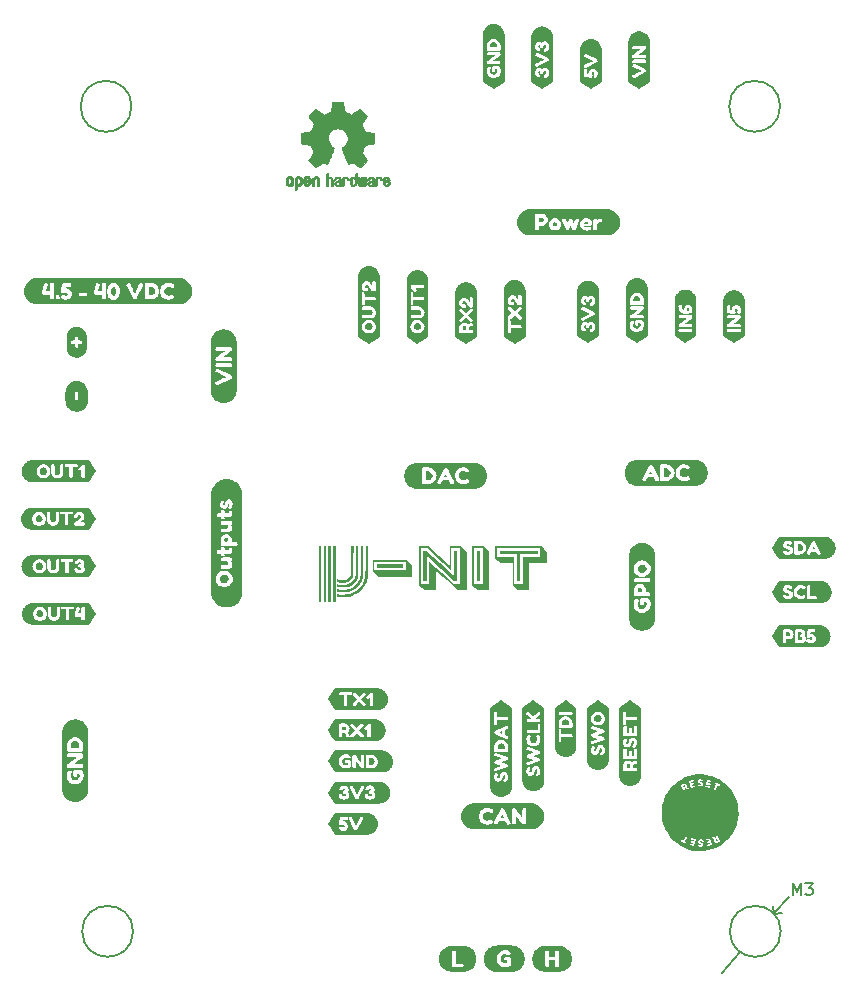
<source format=gbr>
%TF.GenerationSoftware,KiCad,Pcbnew,7.0.6-0*%
%TF.CreationDate,2023-09-14T16:40:38+10:00*%
%TF.ProjectId,u-nit-lid,752d6e69-742d-46c6-9964-2e6b69636164,rev?*%
%TF.SameCoordinates,Original*%
%TF.FileFunction,Legend,Top*%
%TF.FilePolarity,Positive*%
%FSLAX46Y46*%
G04 Gerber Fmt 4.6, Leading zero omitted, Abs format (unit mm)*
G04 Created by KiCad (PCBNEW 7.0.6-0) date 2023-09-14 16:40:38*
%MOMM*%
%LPD*%
G01*
G04 APERTURE LIST*
%ADD10C,0.200000*%
%ADD11C,0.150000*%
%ADD12C,0.010000*%
G04 APERTURE END LIST*
D10*
X125294461Y-60045600D02*
G75*
G03*
X125294461Y-60045600I-2155261J0D01*
G01*
D11*
X175260000Y-133451600D02*
X176834800Y-131622800D01*
X179679600Y-128422400D02*
X180390800Y-128371600D01*
X179679600Y-128422400D02*
X179578000Y-127762000D01*
D10*
X180260061Y-129895600D02*
G75*
G03*
X180260061Y-129895600I-2155261J0D01*
G01*
D11*
X179730400Y-128320800D02*
X180949600Y-126949200D01*
D10*
X125425200Y-129895600D02*
G75*
G03*
X125425200Y-129895600I-2155261J0D01*
G01*
X180209261Y-60045600D02*
G75*
G03*
X180209261Y-60045600I-2155261J0D01*
G01*
D11*
X181286379Y-126819019D02*
X181286379Y-125819019D01*
X181286379Y-125819019D02*
X181619712Y-126533304D01*
X181619712Y-126533304D02*
X181953045Y-125819019D01*
X181953045Y-125819019D02*
X181953045Y-126819019D01*
X182333998Y-125819019D02*
X182953045Y-125819019D01*
X182953045Y-125819019D02*
X182619712Y-126199971D01*
X182619712Y-126199971D02*
X182762569Y-126199971D01*
X182762569Y-126199971D02*
X182857807Y-126247590D01*
X182857807Y-126247590D02*
X182905426Y-126295209D01*
X182905426Y-126295209D02*
X182953045Y-126390447D01*
X182953045Y-126390447D02*
X182953045Y-126628542D01*
X182953045Y-126628542D02*
X182905426Y-126723780D01*
X182905426Y-126723780D02*
X182857807Y-126771400D01*
X182857807Y-126771400D02*
X182762569Y-126819019D01*
X182762569Y-126819019D02*
X182476855Y-126819019D01*
X182476855Y-126819019D02*
X182381617Y-126771400D01*
X182381617Y-126771400D02*
X182333998Y-126723780D01*
%TO.C,kibuzzard-64EC434B*%
G36*
X117591505Y-98680719D02*
G01*
X117688144Y-98746203D01*
X117738856Y-98810762D01*
X117769283Y-98888020D01*
X117779425Y-98977978D01*
X117769371Y-99067760D01*
X117739209Y-99144489D01*
X117688938Y-99208166D01*
X117592894Y-99272460D01*
X117485738Y-99293891D01*
X117378383Y-99271864D01*
X117281744Y-99205784D01*
X117231032Y-99141138D01*
X117200605Y-99064673D01*
X117190463Y-98976391D01*
X117200517Y-98888108D01*
X117230680Y-98811644D01*
X117280950Y-98746997D01*
X117376994Y-98680917D01*
X117484150Y-98658891D01*
X117591505Y-98680719D01*
G37*
G36*
X122290395Y-98975597D02*
G01*
X121669330Y-99907195D01*
X121338600Y-99907195D01*
X120892513Y-99907195D01*
X119832063Y-99907195D01*
X118673982Y-99907195D01*
X117488913Y-99907195D01*
X116909475Y-99907195D01*
X116909343Y-99907195D01*
X116818031Y-99902709D01*
X116727597Y-99889295D01*
X116638914Y-99867081D01*
X116552836Y-99836281D01*
X116470191Y-99797193D01*
X116391775Y-99750192D01*
X116318344Y-99695732D01*
X116250604Y-99634336D01*
X116189208Y-99566596D01*
X116134748Y-99493165D01*
X116087747Y-99414749D01*
X116048659Y-99332104D01*
X116017859Y-99246026D01*
X115995646Y-99157343D01*
X115982231Y-99066910D01*
X115978174Y-98984328D01*
X116909475Y-98984328D01*
X116920042Y-99100811D01*
X116951743Y-99208960D01*
X117004577Y-99308774D01*
X117078544Y-99400253D01*
X117167593Y-99476652D01*
X117265671Y-99531222D01*
X117372777Y-99563964D01*
X117488913Y-99574878D01*
X117604800Y-99563815D01*
X117711163Y-99530627D01*
X117808000Y-99475312D01*
X117895313Y-99397872D01*
X117967544Y-99304706D01*
X118019138Y-99202213D01*
X118050094Y-99090393D01*
X118056965Y-99009728D01*
X118163600Y-99009728D01*
X118171637Y-99113313D01*
X118195747Y-99211341D01*
X118235931Y-99303813D01*
X118292188Y-99390728D01*
X118363427Y-99465341D01*
X118453319Y-99524078D01*
X118558094Y-99562178D01*
X118673982Y-99574878D01*
X118790068Y-99562377D01*
X118895438Y-99524872D01*
X118986322Y-99467127D01*
X119058950Y-99393903D01*
X119115902Y-99305797D01*
X119156582Y-99212928D01*
X119180989Y-99115297D01*
X119189125Y-99012903D01*
X119189125Y-98533478D01*
X119185828Y-98504903D01*
X119276438Y-98504903D01*
X119284375Y-98571578D01*
X119316125Y-98608884D01*
X119390738Y-98620791D01*
X119695538Y-98620791D01*
X119695538Y-99417716D01*
X119697919Y-99472484D01*
X119712207Y-99513760D01*
X119753482Y-99546303D01*
X119832063Y-99555828D01*
X119911438Y-99546303D01*
X119953507Y-99513760D01*
X119967794Y-99473278D01*
X119970175Y-99419303D01*
X119970175Y-99209753D01*
X120452775Y-99209753D01*
X120470238Y-99295478D01*
X120473413Y-99311353D01*
X120490875Y-99352628D01*
X120530166Y-99415731D01*
X120575013Y-99465341D01*
X120666735Y-99527077D01*
X120772568Y-99564119D01*
X120892513Y-99576466D01*
X121013339Y-99564207D01*
X121119702Y-99527430D01*
X121211600Y-99466134D01*
X121282156Y-99385966D01*
X121324489Y-99292568D01*
X121338600Y-99185941D01*
X121325504Y-99104978D01*
X121286213Y-99033541D01*
X121236207Y-98981947D01*
X121189375Y-98947816D01*
X121189375Y-98936703D01*
X121258167Y-98886873D01*
X121299442Y-98819934D01*
X121313200Y-98735884D01*
X121300677Y-98646367D01*
X121263106Y-98563023D01*
X121200488Y-98485853D01*
X121116174Y-98424117D01*
X121013516Y-98387075D01*
X120892513Y-98374728D01*
X120813733Y-98380284D01*
X120742494Y-98396953D01*
X120637719Y-98446166D01*
X120571838Y-98508872D01*
X120536913Y-98558878D01*
X120500400Y-98666828D01*
X120520244Y-98723581D01*
X120579775Y-98773191D01*
X120667088Y-98801766D01*
X120727413Y-98781922D01*
X120771863Y-98722391D01*
X120781388Y-98703341D01*
X120822663Y-98665241D01*
X120912357Y-98646191D01*
X121000463Y-98676353D01*
X121032213Y-98739853D01*
X121002050Y-98786288D01*
X120911563Y-98801766D01*
X120829013Y-98809703D01*
X120784960Y-98852963D01*
X120770275Y-98941466D01*
X120780991Y-99022825D01*
X120813138Y-99063703D01*
X120854413Y-99079578D01*
X120926644Y-99082753D01*
X121018719Y-99115297D01*
X121057613Y-99190703D01*
X121017925Y-99267697D01*
X120967125Y-99293295D01*
X120894100Y-99301828D01*
X120827425Y-99292303D01*
X120740113Y-99216103D01*
X120692488Y-99133553D01*
X120608350Y-99117678D01*
X120491669Y-99140697D01*
X120452775Y-99209753D01*
X119970175Y-99209753D01*
X119970175Y-98620791D01*
X120273388Y-98620791D01*
X120354350Y-98606503D01*
X120381338Y-98572372D01*
X120389275Y-98506491D01*
X120381338Y-98439816D01*
X120349588Y-98402509D01*
X120274975Y-98390603D01*
X119392325Y-98390603D01*
X119311363Y-98404891D01*
X119284375Y-98439022D01*
X119276438Y-98504903D01*
X119185828Y-98504903D01*
X119179600Y-98450928D01*
X119158963Y-98417591D01*
X119117688Y-98398541D01*
X119045457Y-98390603D01*
X118970050Y-98400128D01*
X118924013Y-98435053D01*
X118908138Y-98522366D01*
X118908138Y-99008141D01*
X118893850Y-99114106D01*
X118850988Y-99206578D01*
X118779154Y-99270872D01*
X118677950Y-99292303D01*
X118565238Y-99265316D01*
X118493800Y-99193878D01*
X118458082Y-99104184D01*
X118446175Y-99009728D01*
X118446175Y-98533478D01*
X118427125Y-98433466D01*
X118385850Y-98400128D01*
X118304888Y-98390603D01*
X118223925Y-98400128D01*
X118181063Y-98433466D01*
X118165982Y-98475534D01*
X118163600Y-98531891D01*
X118163600Y-99009728D01*
X118056965Y-99009728D01*
X118060413Y-98969247D01*
X118049598Y-98848547D01*
X118017154Y-98738067D01*
X117963079Y-98637807D01*
X117887375Y-98547766D01*
X117796987Y-98473451D01*
X117698860Y-98420369D01*
X117592993Y-98388520D01*
X117479388Y-98377903D01*
X117371438Y-98389016D01*
X117266663Y-98422353D01*
X117169429Y-98475138D01*
X117084100Y-98544591D01*
X117012663Y-98631705D01*
X116957100Y-98737472D01*
X116921382Y-98856733D01*
X116909475Y-98984328D01*
X115978174Y-98984328D01*
X115977745Y-98975597D01*
X115982231Y-98884284D01*
X115995646Y-98793851D01*
X116017859Y-98705168D01*
X116048659Y-98619090D01*
X116087747Y-98536445D01*
X116134748Y-98458029D01*
X116189208Y-98384598D01*
X116250604Y-98316858D01*
X116318344Y-98255462D01*
X116391775Y-98201002D01*
X116470191Y-98154001D01*
X116552836Y-98114913D01*
X116638914Y-98084113D01*
X116727597Y-98061899D01*
X116818031Y-98048485D01*
X116909343Y-98043999D01*
X116909475Y-98043999D01*
X121338600Y-98043999D01*
X121669330Y-98043999D01*
X122290395Y-98975597D01*
G37*
%TO.C,kibuzzard-64EC4572*%
G36*
X169379900Y-91175205D02*
G01*
X169126535Y-91175205D01*
X169252265Y-90914220D01*
X169379900Y-91175205D01*
G37*
G36*
X170713638Y-90721101D02*
G01*
X170830558Y-90798968D01*
X170911282Y-90915411D01*
X170938190Y-91057095D01*
X170910568Y-91198303D01*
X170827700Y-91313318D01*
X170710543Y-91389756D01*
X170580050Y-91415235D01*
X170395265Y-91415235D01*
X170395265Y-90695145D01*
X170578145Y-90695145D01*
X170713638Y-90721101D01*
G37*
G36*
X173074667Y-89953101D02*
G01*
X173182539Y-89969102D01*
X173288324Y-89995600D01*
X173391002Y-90032339D01*
X173489585Y-90078965D01*
X173583122Y-90135029D01*
X173670715Y-90199992D01*
X173751517Y-90273228D01*
X173824753Y-90354030D01*
X173889716Y-90441623D01*
X173945780Y-90535160D01*
X173992406Y-90633743D01*
X174029145Y-90736421D01*
X174055643Y-90842206D01*
X174071644Y-90950078D01*
X174076995Y-91059000D01*
X174071644Y-91167922D01*
X174055643Y-91275794D01*
X174029145Y-91381579D01*
X173992406Y-91484257D01*
X173945780Y-91582840D01*
X173889716Y-91676377D01*
X173824753Y-91763970D01*
X173751517Y-91844772D01*
X173670715Y-91918008D01*
X173583122Y-91982971D01*
X173489585Y-92039035D01*
X173391002Y-92085661D01*
X173288324Y-92122400D01*
X173182539Y-92148898D01*
X173074667Y-92164899D01*
X172965745Y-92170250D01*
X172568870Y-92170250D01*
X172099288Y-92170250D01*
X170574335Y-92170250D01*
X169740898Y-92170250D01*
X168553130Y-92170250D01*
X168156255Y-92170250D01*
X168047333Y-92164899D01*
X167939461Y-92148898D01*
X167833676Y-92122400D01*
X167730998Y-92085661D01*
X167632415Y-92039035D01*
X167538878Y-91982971D01*
X167451285Y-91918008D01*
X167370483Y-91844772D01*
X167297247Y-91763970D01*
X167232284Y-91676377D01*
X167196794Y-91617165D01*
X168553130Y-91617165D01*
X168580753Y-91681935D01*
X168663620Y-91739085D01*
X168765538Y-91771470D01*
X168826498Y-91753373D01*
X168860788Y-91718130D01*
X168890315Y-91662885D01*
X168989375Y-91457145D01*
X169517060Y-91457145D01*
X169616120Y-91662885D01*
X169645648Y-91720035D01*
X169679938Y-91756230D01*
X169740898Y-91773375D01*
X169842815Y-91740990D01*
X169925683Y-91682411D01*
X169953305Y-91617165D01*
X169941875Y-91582875D01*
X170058080Y-91582875D01*
X170080940Y-91704795D01*
X170131423Y-91740514D01*
X170225720Y-91752420D01*
X170574335Y-91752420D01*
X170714650Y-91739442D01*
X170844131Y-91700509D01*
X170962776Y-91635620D01*
X171070588Y-91544775D01*
X171160182Y-91435773D01*
X171224178Y-91316413D01*
X171262576Y-91186695D01*
X171275114Y-91049475D01*
X171370625Y-91049475D01*
X171383246Y-91192588D01*
X171421108Y-91324748D01*
X171478496Y-91440000D01*
X171549695Y-91532393D01*
X171632801Y-91607164D01*
X171725908Y-91669553D01*
X171822586Y-91717654D01*
X171916408Y-91749563D01*
X172008324Y-91767422D01*
X172099288Y-91773375D01*
X172191442Y-91765755D01*
X172286930Y-91742895D01*
X172415518Y-91693365D01*
X172481240Y-91653360D01*
X172541248Y-91605735D01*
X172566965Y-91539060D01*
X172525055Y-91432380D01*
X172458856Y-91352370D01*
X172397420Y-91325700D01*
X172305980Y-91363800D01*
X172271690Y-91388565D01*
X172196443Y-91419045D01*
X172085000Y-91434285D01*
X171961651Y-91413330D01*
X171843065Y-91350465D01*
X171745910Y-91230450D01*
X171717335Y-91149249D01*
X171707810Y-91058048D01*
X171717335Y-90966846D01*
X171745910Y-90885645D01*
X171841160Y-90767535D01*
X171962128Y-90703241D01*
X172085000Y-90681810D01*
X172205015Y-90698003D01*
X172298360Y-90746580D01*
X172395515Y-90788490D01*
X172458380Y-90762772D01*
X172528865Y-90685620D01*
X172568870Y-90579893D01*
X172519340Y-90489405D01*
X172466000Y-90455115D01*
X172420280Y-90428445D01*
X172280263Y-90372248D01*
X172188584Y-90351531D01*
X172098335Y-90344625D01*
X171972817Y-90356055D01*
X171847722Y-90390345D01*
X171723050Y-90447495D01*
X171629467Y-90507264D01*
X171546838Y-90579893D01*
X171476591Y-90669427D01*
X171420155Y-90779918D01*
X171383008Y-90907791D01*
X171370625Y-91049475D01*
X171275114Y-91049475D01*
X171275375Y-91046618D01*
X171262278Y-90907076D01*
X171222988Y-90778965D01*
X171157503Y-90662284D01*
X171065825Y-90557033D01*
X170956883Y-90469938D01*
X170839606Y-90407728D01*
X170713995Y-90370402D01*
X170580050Y-90357960D01*
X170227625Y-90356055D01*
X170129518Y-90368914D01*
X170079035Y-90407490D01*
X170060938Y-90457020D01*
X170058080Y-90523695D01*
X170058080Y-91582875D01*
X169941875Y-91582875D01*
X169920920Y-91520010D01*
X169406570Y-90457020D01*
X169343705Y-90382725D01*
X169254170Y-90357960D01*
X169163683Y-90384630D01*
X169099865Y-90455115D01*
X168585515Y-91520010D01*
X168553130Y-91617165D01*
X167196794Y-91617165D01*
X167176220Y-91582840D01*
X167129594Y-91484257D01*
X167092855Y-91381579D01*
X167066357Y-91275794D01*
X167050356Y-91167922D01*
X167045005Y-91059000D01*
X167050356Y-90950078D01*
X167066357Y-90842206D01*
X167092855Y-90736421D01*
X167129594Y-90633743D01*
X167176220Y-90535160D01*
X167232284Y-90441623D01*
X167297247Y-90354030D01*
X167370483Y-90273228D01*
X167451285Y-90199992D01*
X167538878Y-90135029D01*
X167632415Y-90078965D01*
X167730998Y-90032339D01*
X167833676Y-89995600D01*
X167939461Y-89969102D01*
X168047333Y-89953101D01*
X168156255Y-89947750D01*
X168553130Y-89947750D01*
X172568870Y-89947750D01*
X172965745Y-89947750D01*
X173074667Y-89953101D01*
G37*
%TO.C,kibuzzard-64EC42D5*%
G36*
X134196773Y-81959132D02*
G01*
X134196773Y-82938302D01*
X134196773Y-83666012D01*
X134196773Y-84062887D01*
X134191472Y-84170782D01*
X134175621Y-84277638D01*
X134149374Y-84382425D01*
X134112981Y-84484135D01*
X134066795Y-84581788D01*
X134011259Y-84674444D01*
X133946909Y-84761210D01*
X133874364Y-84841251D01*
X133794323Y-84913796D01*
X133707556Y-84978146D01*
X133614901Y-85033682D01*
X133517247Y-85079869D01*
X133415537Y-85116261D01*
X133310750Y-85142509D01*
X133203895Y-85158359D01*
X133096000Y-85163660D01*
X132988105Y-85158359D01*
X132881250Y-85142509D01*
X132776463Y-85116261D01*
X132674753Y-85079869D01*
X132577099Y-85033682D01*
X132484444Y-84978146D01*
X132397677Y-84913796D01*
X132317636Y-84841251D01*
X132245091Y-84761210D01*
X132180741Y-84674444D01*
X132125205Y-84581788D01*
X132079019Y-84484135D01*
X132042626Y-84382425D01*
X132016379Y-84277638D01*
X132000528Y-84170782D01*
X131995227Y-84062887D01*
X131995227Y-83666012D01*
X131995227Y-83457415D01*
X132392102Y-83457415D01*
X132424487Y-83553617D01*
X132482590Y-83637914D01*
X132546408Y-83666012D01*
X132637847Y-83637437D01*
X133704648Y-83111657D01*
X133772275Y-83047840D01*
X133797992Y-82957352D01*
X133797992Y-82938302D01*
X133772275Y-82849720D01*
X133704648Y-82785902D01*
X132637847Y-82260122D01*
X132546408Y-82231547D01*
X132482590Y-82259646D01*
X132424487Y-82343942D01*
X132392102Y-82456337D01*
X132443537Y-82540157D01*
X132500687Y-82566827D01*
X133335077Y-82947827D01*
X133291024Y-82968544D01*
X133189345Y-83015455D01*
X133054804Y-83077367D01*
X132912167Y-83143090D01*
X132769531Y-83208574D01*
X132634990Y-83269772D01*
X132530215Y-83317636D01*
X132476875Y-83343115D01*
X132426392Y-83374547D01*
X132399722Y-83406932D01*
X132392102Y-83457415D01*
X131995227Y-83457415D01*
X131995227Y-81957227D01*
X132403533Y-81957227D01*
X132416391Y-82055335D01*
X132454968Y-82105817D01*
X132505450Y-82123915D01*
X132571172Y-82126772D01*
X133630353Y-82126772D01*
X133727508Y-82115342D01*
X133781800Y-82064860D01*
X133799898Y-81959132D01*
X133787039Y-81861025D01*
X133748463Y-81810542D01*
X133698933Y-81792445D01*
X133632257Y-81789587D01*
X132573078Y-81789587D01*
X132474017Y-81799112D01*
X132421154Y-81851024D01*
X132403533Y-81957227D01*
X131995227Y-81957227D01*
X131995227Y-81471452D01*
X132405437Y-81471452D01*
X132416868Y-81564797D01*
X132461635Y-81619090D01*
X132567362Y-81637187D01*
X133630353Y-81637187D01*
X133697028Y-81634330D01*
X133748463Y-81616232D01*
X133787039Y-81566702D01*
X133799898Y-81471452D01*
X133787039Y-81373345D01*
X133748463Y-81322862D01*
X133698933Y-81304765D01*
X133632257Y-81301907D01*
X133005512Y-81301907D01*
X133074939Y-81248673D01*
X133166379Y-81179141D01*
X133279833Y-81093310D01*
X133415299Y-80991181D01*
X133572779Y-80872753D01*
X133752272Y-80738027D01*
X133788468Y-80690402D01*
X133799898Y-80587532D01*
X133787039Y-80489425D01*
X133748463Y-80438942D01*
X133698933Y-80420845D01*
X133632257Y-80417987D01*
X132574982Y-80417987D01*
X132477828Y-80429417D01*
X132437822Y-80453230D01*
X132414962Y-80502760D01*
X132405437Y-80590390D01*
X132416868Y-80680877D01*
X132461635Y-80735170D01*
X132567362Y-80753267D01*
X133211253Y-80753267D01*
X133142514Y-80805761D01*
X133053137Y-80873071D01*
X132943124Y-80955197D01*
X132812472Y-81052141D01*
X132661184Y-81163901D01*
X132489257Y-81290477D01*
X132439728Y-81334292D01*
X132415915Y-81380965D01*
X132405437Y-81471452D01*
X131995227Y-81471452D01*
X131995227Y-80417987D01*
X131995227Y-80021112D01*
X131995228Y-80021112D01*
X132000528Y-79913218D01*
X132016379Y-79806362D01*
X132042626Y-79701575D01*
X132079019Y-79599865D01*
X132125205Y-79502212D01*
X132180741Y-79409556D01*
X132245091Y-79322790D01*
X132317636Y-79242749D01*
X132397677Y-79170204D01*
X132484444Y-79105854D01*
X132577099Y-79050318D01*
X132674753Y-79004131D01*
X132776463Y-78967739D01*
X132881250Y-78941491D01*
X132988105Y-78925641D01*
X133096000Y-78920340D01*
X133203895Y-78925641D01*
X133310750Y-78941491D01*
X133415537Y-78967739D01*
X133517247Y-79004131D01*
X133614901Y-79050318D01*
X133707556Y-79105854D01*
X133794323Y-79170204D01*
X133874364Y-79242749D01*
X133946909Y-79322790D01*
X134011259Y-79409556D01*
X134066795Y-79502212D01*
X134112981Y-79599865D01*
X134149374Y-79701575D01*
X134175621Y-79806362D01*
X134191472Y-79913218D01*
X134196772Y-80021112D01*
X134196773Y-80021112D01*
X134196773Y-80417987D01*
X134196773Y-80587532D01*
X134196773Y-81959132D01*
G37*
%TO.C,kibuzzard-64ED9156*%
G36*
X158669567Y-77129040D02*
G01*
X158669567Y-78698284D01*
X158669567Y-79253909D01*
X158669567Y-79584638D01*
X157734000Y-80208349D01*
X156798433Y-79584638D01*
X156798433Y-79253909D01*
X156798433Y-79138022D01*
X157157737Y-79138022D01*
X157172025Y-79218984D01*
X157206156Y-79245972D01*
X157272037Y-79253909D01*
X157338712Y-79245972D01*
X157376019Y-79214222D01*
X157387925Y-79139609D01*
X157387925Y-78834809D01*
X158184850Y-78834809D01*
X158239619Y-78832428D01*
X158280894Y-78818140D01*
X158313438Y-78776865D01*
X158322963Y-78698284D01*
X158313438Y-78618909D01*
X158280894Y-78576840D01*
X158240412Y-78562553D01*
X158186438Y-78560172D01*
X157387925Y-78560172D01*
X157387925Y-78256959D01*
X157373637Y-78175997D01*
X157339506Y-78149009D01*
X157273625Y-78141072D01*
X157206950Y-78149009D01*
X157169644Y-78180759D01*
X157157737Y-78255372D01*
X157157737Y-79138022D01*
X156798433Y-79138022D01*
X156798433Y-77927553D01*
X157129162Y-77927553D01*
X157185519Y-78031534D01*
X157283150Y-78093447D01*
X157383162Y-78037884D01*
X157734000Y-77718797D01*
X158084837Y-78037884D01*
X158186438Y-78093447D01*
X158282481Y-78030740D01*
X158338837Y-77927553D01*
X158275338Y-77829922D01*
X157929263Y-77528297D01*
X158275338Y-77226672D01*
X158338837Y-77129040D01*
X158283275Y-77025853D01*
X158186438Y-76964734D01*
X158084837Y-77018709D01*
X157734000Y-77337797D01*
X157383162Y-77018709D01*
X157283150Y-76964734D01*
X157184725Y-77026647D01*
X157129162Y-77129040D01*
X157192662Y-77226672D01*
X157538737Y-77528297D01*
X157192662Y-77829922D01*
X157129162Y-77927553D01*
X156798433Y-77927553D01*
X156798433Y-76473403D01*
X157141862Y-76473403D01*
X157156415Y-76592818D01*
X157200071Y-76696006D01*
X157272831Y-76782965D01*
X157363936Y-76848670D01*
X157462626Y-76888093D01*
X157568900Y-76901234D01*
X157649862Y-76893297D01*
X157695106Y-76850037D01*
X157710188Y-76761534D01*
X157700663Y-76680572D01*
X157672088Y-76637709D01*
X157632400Y-76622628D01*
X157580012Y-76620247D01*
X157570488Y-76620247D01*
X157533975Y-76613897D01*
X157460156Y-76571828D01*
X157422850Y-76483722D01*
X157437137Y-76404347D01*
X157468094Y-76362278D01*
X157510956Y-76337672D01*
X157551437Y-76326559D01*
X157620891Y-76341442D01*
X157686375Y-76386090D01*
X157746502Y-76451773D01*
X157799881Y-76529759D01*
X157850284Y-76613897D01*
X157901481Y-76698034D01*
X157958234Y-76776020D01*
X158025306Y-76841703D01*
X158100911Y-76886351D01*
X158183262Y-76901234D01*
X158283275Y-76859959D01*
X158326137Y-76761534D01*
X158326137Y-76140822D01*
X158307088Y-76042397D01*
X158265812Y-76008265D01*
X158185644Y-75997947D01*
X158104681Y-76007472D01*
X158058644Y-76044778D01*
X158043562Y-76137647D01*
X158043562Y-76428159D01*
X158035625Y-76428159D01*
X158019750Y-76388472D01*
X157966172Y-76290047D01*
X157878463Y-76178922D01*
X157821313Y-76127328D01*
X157748287Y-76083672D01*
X157664944Y-76053906D01*
X157576838Y-76043984D01*
X157467741Y-76057213D01*
X157366935Y-76096901D01*
X157274419Y-76163047D01*
X157200776Y-76250447D01*
X157156591Y-76353899D01*
X157141862Y-76473403D01*
X156798433Y-76473403D01*
X156798433Y-75997947D01*
X156798433Y-75667217D01*
X156802938Y-75575516D01*
X156816410Y-75484697D01*
X156838719Y-75395637D01*
X156869649Y-75309191D01*
X156908904Y-75226194D01*
X156956105Y-75147444D01*
X157010797Y-75073700D01*
X157072454Y-75005672D01*
X157140483Y-74944015D01*
X157214227Y-74889322D01*
X157292977Y-74842121D01*
X157375974Y-74802866D01*
X157462419Y-74771936D01*
X157551480Y-74749627D01*
X157642298Y-74736156D01*
X157734000Y-74731651D01*
X157825702Y-74736156D01*
X157916520Y-74749627D01*
X158005581Y-74771936D01*
X158092026Y-74802866D01*
X158175023Y-74842121D01*
X158253773Y-74889322D01*
X158327517Y-74944015D01*
X158395546Y-75005672D01*
X158457203Y-75073700D01*
X158511895Y-75147444D01*
X158559096Y-75226194D01*
X158598351Y-75309191D01*
X158629281Y-75395637D01*
X158651590Y-75484697D01*
X158665062Y-75575516D01*
X158669567Y-75667217D01*
X158669567Y-75997947D01*
X158669567Y-76140822D01*
X158669567Y-77129040D01*
G37*
%TO.C,kibuzzard-64ED9189*%
G36*
X169192310Y-56217829D02*
G01*
X169192310Y-57033804D01*
X169192310Y-57640229D01*
X169192310Y-57970958D01*
X168275000Y-58582498D01*
X167357690Y-57970958D01*
X167357690Y-57640229D01*
X167357690Y-57466398D01*
X167688419Y-57466398D01*
X167715406Y-57546566D01*
X167763825Y-57616813D01*
X167817006Y-57640229D01*
X167893206Y-57616416D01*
X168782206Y-57178266D01*
X168838563Y-57125085D01*
X168859994Y-57049679D01*
X168859994Y-57033804D01*
X168838563Y-56959985D01*
X168782206Y-56906804D01*
X167893206Y-56468654D01*
X167817006Y-56444841D01*
X167763825Y-56468257D01*
X167715406Y-56538504D01*
X167688419Y-56632166D01*
X167731281Y-56702016D01*
X167778906Y-56724241D01*
X168474231Y-57041741D01*
X168437520Y-57059005D01*
X168352788Y-57098098D01*
X168240670Y-57149691D01*
X168121806Y-57204460D01*
X168002942Y-57259030D01*
X167890825Y-57310029D01*
X167803512Y-57349915D01*
X167759063Y-57371148D01*
X167716994Y-57397341D01*
X167694769Y-57424329D01*
X167688419Y-57466398D01*
X167357690Y-57466398D01*
X167357690Y-56216241D01*
X167697944Y-56216241D01*
X167708659Y-56297998D01*
X167740806Y-56340066D01*
X167782875Y-56355148D01*
X167837644Y-56357529D01*
X168720294Y-56357529D01*
X168801256Y-56348004D01*
X168846500Y-56305935D01*
X168861581Y-56217829D01*
X168850866Y-56136073D01*
X168818719Y-56094004D01*
X168777444Y-56078923D01*
X168721881Y-56076541D01*
X167839231Y-56076541D01*
X167756681Y-56084479D01*
X167712628Y-56127738D01*
X167697944Y-56216241D01*
X167357690Y-56216241D01*
X167357690Y-55811429D01*
X167699531Y-55811429D01*
X167709056Y-55889216D01*
X167746362Y-55934460D01*
X167834469Y-55949541D01*
X168720294Y-55949541D01*
X168775856Y-55947160D01*
X168818719Y-55932079D01*
X168850866Y-55890804D01*
X168861581Y-55811429D01*
X168850866Y-55729673D01*
X168818719Y-55687604D01*
X168777444Y-55672523D01*
X168721881Y-55670141D01*
X168199594Y-55670141D01*
X168257449Y-55625779D01*
X168333649Y-55567836D01*
X168428194Y-55496310D01*
X168541083Y-55411202D01*
X168672316Y-55312513D01*
X168821894Y-55200241D01*
X168852056Y-55160554D01*
X168861581Y-55074829D01*
X168850866Y-54993073D01*
X168818719Y-54951004D01*
X168777444Y-54935923D01*
X168721881Y-54933541D01*
X167840819Y-54933541D01*
X167759856Y-54943066D01*
X167726519Y-54962910D01*
X167707469Y-55004185D01*
X167699531Y-55077210D01*
X167709056Y-55152616D01*
X167746362Y-55197860D01*
X167834469Y-55212941D01*
X168371044Y-55212941D01*
X168313761Y-55256686D01*
X168239281Y-55312777D01*
X168147603Y-55381216D01*
X168038727Y-55462002D01*
X167912653Y-55555136D01*
X167769381Y-55660616D01*
X167728106Y-55697129D01*
X167708262Y-55736023D01*
X167699531Y-55811429D01*
X167357690Y-55811429D01*
X167357690Y-54933541D01*
X167357690Y-54602812D01*
X167362107Y-54512900D01*
X167375315Y-54423854D01*
X167397189Y-54336531D01*
X167427516Y-54251773D01*
X167466004Y-54170395D01*
X167512284Y-54093182D01*
X167565909Y-54020877D01*
X167626364Y-53954176D01*
X167693064Y-53893722D01*
X167765370Y-53840096D01*
X167842583Y-53793817D01*
X167923961Y-53755328D01*
X168008719Y-53725001D01*
X168096042Y-53703128D01*
X168185088Y-53689919D01*
X168275000Y-53685502D01*
X168364912Y-53689919D01*
X168453958Y-53703128D01*
X168541281Y-53725001D01*
X168626039Y-53755328D01*
X168707417Y-53793817D01*
X168784630Y-53840096D01*
X168856936Y-53893722D01*
X168923636Y-53954176D01*
X168984091Y-54020877D01*
X169037716Y-54093182D01*
X169083996Y-54170395D01*
X169122484Y-54251773D01*
X169152811Y-54336531D01*
X169174685Y-54423854D01*
X169187893Y-54512900D01*
X169192310Y-54602812D01*
X169192310Y-54933541D01*
X169192310Y-55074829D01*
X169192310Y-56217829D01*
G37*
%TO.C,kibuzzard-64EC442D*%
G36*
X160488948Y-131112895D02*
G01*
X161498598Y-131112895D01*
X161498756Y-131112895D01*
X161605997Y-131118163D01*
X161712206Y-131133918D01*
X161816358Y-131160007D01*
X161917452Y-131196179D01*
X162014514Y-131242086D01*
X162106608Y-131297285D01*
X162192849Y-131361245D01*
X162272405Y-131433351D01*
X162344511Y-131512907D01*
X162408471Y-131599148D01*
X162463671Y-131691242D01*
X162509577Y-131788304D01*
X162545749Y-131889398D01*
X162571838Y-131993551D01*
X162587593Y-132099759D01*
X162592861Y-132207000D01*
X162587593Y-132314241D01*
X162571838Y-132420449D01*
X162545749Y-132524602D01*
X162509577Y-132625696D01*
X162463671Y-132722758D01*
X162408471Y-132814852D01*
X162344511Y-132901093D01*
X162272405Y-132980649D01*
X162192849Y-133052755D01*
X162106608Y-133116715D01*
X162014514Y-133171914D01*
X161917452Y-133217821D01*
X161816358Y-133253993D01*
X161712206Y-133280082D01*
X161605997Y-133295837D01*
X161498756Y-133301105D01*
X161498598Y-133301105D01*
X160319403Y-133301105D01*
X160319244Y-133301105D01*
X160212003Y-133295837D01*
X160105794Y-133280082D01*
X160001642Y-133253993D01*
X159900548Y-133217821D01*
X159803486Y-133171914D01*
X159711392Y-133116715D01*
X159625151Y-133052755D01*
X159545595Y-132980649D01*
X159473489Y-132901093D01*
X159409529Y-132814852D01*
X159361478Y-132734685D01*
X160319403Y-132734685D01*
X160328928Y-132833745D01*
X160355598Y-132871845D01*
X160405128Y-132894705D01*
X160492758Y-132904230D01*
X160584198Y-132892800D01*
X160635633Y-132852795D01*
X160653730Y-132802313D01*
X160656588Y-132736590D01*
X160656588Y-132346065D01*
X161161413Y-132346065D01*
X161161413Y-132734685D01*
X161170938Y-132833745D01*
X161222849Y-132886609D01*
X161329053Y-132904230D01*
X161427160Y-132891371D01*
X161477643Y-132852795D01*
X161495740Y-132802313D01*
X161498598Y-132736590D01*
X161498598Y-131679315D01*
X161487168Y-131580255D01*
X161436685Y-131527391D01*
X161330958Y-131509770D01*
X161232850Y-131522629D01*
X161182368Y-131561205D01*
X161164270Y-131611687D01*
X161161413Y-131677410D01*
X161161413Y-132066030D01*
X160656588Y-132066030D01*
X160656588Y-131679315D01*
X160645158Y-131580255D01*
X160594675Y-131527391D01*
X160488948Y-131509770D01*
X160390840Y-131522629D01*
X160340358Y-131561205D01*
X160322260Y-131611687D01*
X160319403Y-131677410D01*
X160319403Y-132734685D01*
X159361478Y-132734685D01*
X159354329Y-132722758D01*
X159308423Y-132625696D01*
X159272251Y-132524602D01*
X159246162Y-132420449D01*
X159230407Y-132314241D01*
X159225139Y-132207000D01*
X159230407Y-132099759D01*
X159246162Y-131993551D01*
X159272251Y-131889398D01*
X159308423Y-131788304D01*
X159354329Y-131691242D01*
X159409529Y-131599148D01*
X159473489Y-131512907D01*
X159545595Y-131433351D01*
X159625151Y-131361245D01*
X159711392Y-131297285D01*
X159803486Y-131242086D01*
X159900548Y-131196179D01*
X160001642Y-131160007D01*
X160105794Y-131133918D01*
X160212003Y-131118163D01*
X160319244Y-131112895D01*
X160319403Y-131112895D01*
X160488948Y-131112895D01*
G37*
%TO.C,kibuzzard-64ED914F*%
G36*
X153576072Y-78677646D02*
G01*
X153610997Y-78769721D01*
X153610997Y-78972921D01*
X153330009Y-78972921D01*
X153330009Y-78772896D01*
X153365728Y-78677646D01*
X153471297Y-78631608D01*
X153576072Y-78677646D01*
G37*
G36*
X154559264Y-77327477D02*
G01*
X154559264Y-78519690D01*
X154559264Y-79253908D01*
X154559264Y-79584637D01*
X153623697Y-80208349D01*
X152688130Y-79584637D01*
X152688130Y-79253908D01*
X152688130Y-79112621D01*
X153049022Y-79112621D01*
X153059738Y-79194377D01*
X153091885Y-79236446D01*
X153133953Y-79251527D01*
X153188722Y-79253908D01*
X154069784Y-79253908D01*
X154152335Y-79244383D01*
X154196388Y-79202315D01*
X154211072Y-79114208D01*
X154200356Y-79032452D01*
X154168210Y-78990383D01*
X154126141Y-78975302D01*
X154071372Y-78972921D01*
X153891985Y-78972921D01*
X153891985Y-78772896D01*
X153888810Y-78723683D01*
X154035036Y-78661947D01*
X154130815Y-78620672D01*
X154176147Y-78599858D01*
X154207103Y-78570490D01*
X154222184Y-78519690D01*
X154199960Y-78437933D01*
X154153922Y-78364115D01*
X154098359Y-78339508D01*
X154015810Y-78363321D01*
X153914739Y-78407771D01*
X153831659Y-78443754D01*
X153766572Y-78471271D01*
X153682258Y-78405125D01*
X153583833Y-78365437D01*
X153471297Y-78352208D01*
X153372872Y-78362527D01*
X153283972Y-78393483D01*
X153208566Y-78440315D01*
X153150622Y-78498258D01*
X153094178Y-78586982D01*
X153060311Y-78677469D01*
X153049022Y-78769721D01*
X153049022Y-79112621D01*
X152688130Y-79112621D01*
X152688130Y-78125990D01*
X153018859Y-78125990D01*
X153075216Y-78229971D01*
X153172847Y-78291883D01*
X153272859Y-78236321D01*
X153623697Y-77917233D01*
X153974534Y-78236321D01*
X154076135Y-78291883D01*
X154172178Y-78229177D01*
X154228534Y-78125990D01*
X154165035Y-78028358D01*
X153818960Y-77726733D01*
X154165035Y-77425108D01*
X154228534Y-77327477D01*
X154172972Y-77224290D01*
X154076135Y-77163171D01*
X153974534Y-77217146D01*
X153623697Y-77536233D01*
X153272859Y-77217146D01*
X153172847Y-77163171D01*
X153074422Y-77225083D01*
X153018859Y-77327477D01*
X153082359Y-77425108D01*
X153428434Y-77726733D01*
X153082359Y-78028358D01*
X153018859Y-78125990D01*
X152688130Y-78125990D01*
X152688130Y-76671840D01*
X153031559Y-76671840D01*
X153046112Y-76791255D01*
X153089768Y-76894442D01*
X153162528Y-76981402D01*
X153253633Y-77047107D01*
X153352323Y-77086530D01*
X153458597Y-77099671D01*
X153539559Y-77091733D01*
X153584803Y-77048474D01*
X153599885Y-76959971D01*
X153590360Y-76879008D01*
X153561785Y-76836146D01*
X153522097Y-76821065D01*
X153469709Y-76818683D01*
X153460185Y-76818683D01*
X153423672Y-76812333D01*
X153349853Y-76770265D01*
X153312547Y-76682158D01*
X153326834Y-76602783D01*
X153357791Y-76560715D01*
X153400653Y-76536108D01*
X153441134Y-76524996D01*
X153510588Y-76539879D01*
X153576072Y-76584527D01*
X153636199Y-76650210D01*
X153689578Y-76728196D01*
X153739981Y-76812333D01*
X153791178Y-76896471D01*
X153847931Y-76974457D01*
X153915003Y-77040140D01*
X153990608Y-77084788D01*
X154072959Y-77099671D01*
X154172972Y-77058396D01*
X154215834Y-76959971D01*
X154215834Y-76339258D01*
X154196785Y-76240833D01*
X154155509Y-76206702D01*
X154075341Y-76196383D01*
X153994378Y-76205908D01*
X153948341Y-76243215D01*
X153933259Y-76336083D01*
X153933259Y-76626596D01*
X153925322Y-76626596D01*
X153909447Y-76586908D01*
X153855869Y-76488483D01*
X153768160Y-76377358D01*
X153711010Y-76325765D01*
X153637984Y-76282108D01*
X153554641Y-76252343D01*
X153466535Y-76242421D01*
X153357438Y-76255650D01*
X153256632Y-76295337D01*
X153164116Y-76361483D01*
X153090473Y-76448884D01*
X153046288Y-76552336D01*
X153031559Y-76671840D01*
X152688130Y-76671840D01*
X152688130Y-76196383D01*
X152688130Y-75865654D01*
X152692635Y-75773953D01*
X152706107Y-75683134D01*
X152728416Y-75594073D01*
X152759346Y-75507628D01*
X152798601Y-75424631D01*
X152845802Y-75345881D01*
X152900494Y-75272137D01*
X152962151Y-75204109D01*
X153030180Y-75142451D01*
X153103924Y-75087759D01*
X153182674Y-75040558D01*
X153265671Y-75001303D01*
X153352116Y-74970373D01*
X153441177Y-74948064D01*
X153531995Y-74934592D01*
X153623697Y-74930087D01*
X153715399Y-74934592D01*
X153806217Y-74948064D01*
X153895278Y-74970373D01*
X153981723Y-75001303D01*
X154064720Y-75040558D01*
X154143470Y-75087759D01*
X154217214Y-75142451D01*
X154285243Y-75204109D01*
X154346900Y-75272137D01*
X154401592Y-75345881D01*
X154448793Y-75424631D01*
X154488048Y-75507628D01*
X154518978Y-75594073D01*
X154541287Y-75683134D01*
X154554759Y-75773953D01*
X154559264Y-75865654D01*
X154559264Y-76196383D01*
X154559264Y-76339258D01*
X154559264Y-77327477D01*
G37*
%TO.C,kibuzzard-64EC4417*%
G36*
X156819918Y-120258205D02*
G01*
X156566553Y-120258205D01*
X156692283Y-119997220D01*
X156819918Y-120258205D01*
G37*
G36*
X159223094Y-119036101D02*
G01*
X159330967Y-119052102D01*
X159436751Y-119078600D01*
X159539429Y-119115339D01*
X159638012Y-119161965D01*
X159731550Y-119218029D01*
X159819142Y-119282992D01*
X159899945Y-119356228D01*
X159973180Y-119437030D01*
X160038143Y-119524623D01*
X160094207Y-119618160D01*
X160140834Y-119716743D01*
X160177572Y-119819421D01*
X160204070Y-119925206D01*
X160220071Y-120033078D01*
X160225422Y-120142000D01*
X160220071Y-120250922D01*
X160204070Y-120358794D01*
X160177572Y-120464579D01*
X160140834Y-120567257D01*
X160094207Y-120665840D01*
X160038143Y-120759377D01*
X159973180Y-120846970D01*
X159899945Y-120927772D01*
X159819142Y-121001008D01*
X159731550Y-121065971D01*
X159638012Y-121122035D01*
X159539429Y-121168661D01*
X159436751Y-121205400D01*
X159330967Y-121231898D01*
X159223094Y-121247899D01*
X159114173Y-121253250D01*
X158717298Y-121253250D01*
X158547753Y-121253250D01*
X157180915Y-121253250D01*
X155447365Y-121253250D01*
X154718703Y-121253250D01*
X154321828Y-121253250D01*
X154212906Y-121247899D01*
X154105033Y-121231898D01*
X153999249Y-121205400D01*
X153896571Y-121168661D01*
X153797988Y-121122035D01*
X153704450Y-121065971D01*
X153616858Y-121001008D01*
X153536055Y-120927772D01*
X153462820Y-120846970D01*
X153397857Y-120759377D01*
X153341793Y-120665840D01*
X153295166Y-120567257D01*
X153258428Y-120464579D01*
X153231930Y-120358794D01*
X153215929Y-120250922D01*
X153210578Y-120142000D01*
X153211046Y-120132475D01*
X154718703Y-120132475D01*
X154731323Y-120275588D01*
X154769185Y-120407748D01*
X154826573Y-120523000D01*
X154897773Y-120615393D01*
X154980878Y-120690164D01*
X155073985Y-120752553D01*
X155170664Y-120800654D01*
X155264485Y-120832563D01*
X155356401Y-120850422D01*
X155447365Y-120856375D01*
X155539519Y-120848755D01*
X155635008Y-120825895D01*
X155763595Y-120776365D01*
X155829318Y-120736360D01*
X155874923Y-120700165D01*
X155993148Y-120700165D01*
X156020770Y-120764935D01*
X156103638Y-120822085D01*
X156205555Y-120854470D01*
X156266515Y-120836373D01*
X156300805Y-120801130D01*
X156330333Y-120745885D01*
X156429393Y-120540145D01*
X156957078Y-120540145D01*
X157056138Y-120745885D01*
X157085665Y-120803035D01*
X157119955Y-120839230D01*
X157180915Y-120856375D01*
X157282833Y-120823990D01*
X157365700Y-120765411D01*
X157393323Y-120700165D01*
X157382528Y-120667780D01*
X157498098Y-120667780D01*
X157500955Y-120734455D01*
X157519053Y-120785890D01*
X157568583Y-120824466D01*
X157663833Y-120837325D01*
X157761940Y-120824466D01*
X157812423Y-120785890D01*
X157830520Y-120736360D01*
X157833378Y-120669685D01*
X157833378Y-120042940D01*
X157886612Y-120112367D01*
X157956144Y-120203807D01*
X158041975Y-120317260D01*
X158144104Y-120452727D01*
X158262532Y-120610207D01*
X158397258Y-120789700D01*
X158444883Y-120825895D01*
X158547753Y-120837325D01*
X158645860Y-120824466D01*
X158696343Y-120785890D01*
X158714440Y-120736360D01*
X158717298Y-120669685D01*
X158717298Y-119612410D01*
X158705868Y-119515255D01*
X158682055Y-119475250D01*
X158632525Y-119452390D01*
X158544895Y-119442865D01*
X158454408Y-119454295D01*
X158400115Y-119499063D01*
X158382018Y-119604790D01*
X158382018Y-120248680D01*
X158329524Y-120179941D01*
X158262214Y-120090565D01*
X158180088Y-119980551D01*
X158083144Y-119849900D01*
X157971384Y-119698611D01*
X157844808Y-119526685D01*
X157800993Y-119477155D01*
X157754320Y-119453343D01*
X157663833Y-119442865D01*
X157570488Y-119454295D01*
X157516195Y-119499063D01*
X157498098Y-119604790D01*
X157498098Y-120667780D01*
X157382528Y-120667780D01*
X157360938Y-120603010D01*
X156846588Y-119540020D01*
X156783723Y-119465725D01*
X156694188Y-119440960D01*
X156603700Y-119467630D01*
X156539883Y-119538115D01*
X156025533Y-120603010D01*
X155993148Y-120700165D01*
X155874923Y-120700165D01*
X155889325Y-120688735D01*
X155915043Y-120622060D01*
X155873133Y-120515380D01*
X155806934Y-120435370D01*
X155745498Y-120408700D01*
X155654058Y-120446800D01*
X155619768Y-120471565D01*
X155544520Y-120502045D01*
X155433078Y-120517285D01*
X155309729Y-120496330D01*
X155191143Y-120433465D01*
X155093988Y-120313450D01*
X155065413Y-120232249D01*
X155055888Y-120141048D01*
X155065413Y-120049846D01*
X155093988Y-119968645D01*
X155189238Y-119850535D01*
X155310205Y-119786241D01*
X155433078Y-119764810D01*
X155553093Y-119781003D01*
X155646438Y-119829580D01*
X155743593Y-119871490D01*
X155806458Y-119845772D01*
X155876943Y-119768620D01*
X155916948Y-119662893D01*
X155867418Y-119572405D01*
X155814078Y-119538115D01*
X155768358Y-119511445D01*
X155628340Y-119455248D01*
X155536662Y-119434531D01*
X155446413Y-119427625D01*
X155320894Y-119439055D01*
X155195799Y-119473345D01*
X155071128Y-119530495D01*
X154977544Y-119590264D01*
X154894915Y-119662893D01*
X154824668Y-119752427D01*
X154768233Y-119862918D01*
X154731085Y-119990791D01*
X154718703Y-120132475D01*
X153211046Y-120132475D01*
X153215929Y-120033078D01*
X153231930Y-119925206D01*
X153258428Y-119819421D01*
X153295166Y-119716743D01*
X153341793Y-119618160D01*
X153397857Y-119524623D01*
X153462820Y-119437030D01*
X153536055Y-119356228D01*
X153616858Y-119282992D01*
X153704450Y-119218029D01*
X153797988Y-119161965D01*
X153896571Y-119115339D01*
X153999249Y-119078600D01*
X154105033Y-119052102D01*
X154212906Y-119036101D01*
X154321828Y-119030750D01*
X154718703Y-119030750D01*
X158717298Y-119030750D01*
X159114173Y-119030750D01*
X159223094Y-119036101D01*
G37*
%TO.C,kibuzzard-6502AA9F*%
G36*
X157572813Y-131095413D02*
G01*
X157681240Y-131111497D01*
X157787569Y-131138131D01*
X157890775Y-131175059D01*
X157989865Y-131221925D01*
X158083884Y-131278278D01*
X158171926Y-131343574D01*
X158253145Y-131417186D01*
X158326757Y-131498405D01*
X158392054Y-131586447D01*
X158448406Y-131680466D01*
X158495272Y-131779556D01*
X158532200Y-131882762D01*
X158558834Y-131989091D01*
X158574918Y-132097518D01*
X158580296Y-132207000D01*
X158574918Y-132316482D01*
X158558834Y-132424909D01*
X158532200Y-132531238D01*
X158495272Y-132634444D01*
X158448406Y-132733534D01*
X158392054Y-132827553D01*
X158326757Y-132915595D01*
X158253145Y-132996814D01*
X158171926Y-133070426D01*
X158083884Y-133135722D01*
X157989865Y-133192075D01*
X157890775Y-133238941D01*
X157787569Y-133275869D01*
X157681240Y-133302503D01*
X157572813Y-133318587D01*
X157463331Y-133323965D01*
X157463172Y-133323965D01*
X156929772Y-133323965D01*
X156226827Y-133323965D01*
X156226669Y-133323965D01*
X156117187Y-133318587D01*
X156008760Y-133302503D01*
X155902431Y-133275869D01*
X155799225Y-133238941D01*
X155700135Y-133192075D01*
X155606116Y-133135722D01*
X155518074Y-133070426D01*
X155436855Y-132996814D01*
X155363243Y-132915595D01*
X155297946Y-132827553D01*
X155241594Y-132733534D01*
X155194728Y-132634444D01*
X155157800Y-132531238D01*
X155131166Y-132424909D01*
X155115082Y-132316482D01*
X155109704Y-132207000D01*
X155110265Y-132195570D01*
X156226827Y-132195570D01*
X156239924Y-132341481D01*
X156279215Y-132476319D01*
X156344699Y-132600085D01*
X156436377Y-132712778D01*
X156545796Y-132806539D01*
X156664501Y-132873512D01*
X156792493Y-132913695D01*
X156929772Y-132927090D01*
X157079791Y-132916732D01*
X157209807Y-132885656D01*
X157319821Y-132833864D01*
X157409832Y-132761355D01*
X157463172Y-132645150D01*
X157463172Y-132226050D01*
X157444122Y-132119370D01*
X157318392Y-132066030D01*
X156983112Y-132066030D01*
X156891672Y-132083175D01*
X156860240Y-132125085D01*
X156851667Y-132206048D01*
X156859287Y-132286058D01*
X156891672Y-132330825D01*
X156975492Y-132346065D01*
X157125987Y-132346065D01*
X157125987Y-132553710D01*
X157036929Y-132579428D01*
X156937392Y-132588000D01*
X156800232Y-132559187D01*
X156678312Y-132472747D01*
X156614812Y-132390409D01*
X156576712Y-132297064D01*
X156564012Y-132192713D01*
X156592111Y-132043646D01*
X156676407Y-131926013D01*
X156796899Y-131849574D01*
X156933582Y-131824095D01*
X157036452Y-131837192D01*
X157124082Y-131876483D01*
X157240287Y-131928870D01*
X157304581Y-131903629D01*
X157375542Y-131827905D01*
X157419357Y-131720272D01*
X157367922Y-131635500D01*
X157231821Y-131552950D01*
X157090216Y-131503420D01*
X156943107Y-131486910D01*
X156803090Y-131499590D01*
X156672597Y-131537631D01*
X156551630Y-131601031D01*
X156440187Y-131689792D01*
X156346842Y-131797485D01*
X156280167Y-131917678D01*
X156240162Y-132050373D01*
X156226827Y-132195570D01*
X155110265Y-132195570D01*
X155115082Y-132097518D01*
X155131166Y-131989091D01*
X155157800Y-131882762D01*
X155194728Y-131779556D01*
X155241594Y-131680466D01*
X155297946Y-131586447D01*
X155363243Y-131498405D01*
X155436855Y-131417186D01*
X155518074Y-131343574D01*
X155606116Y-131278278D01*
X155700135Y-131221925D01*
X155799225Y-131175059D01*
X155902431Y-131138131D01*
X156008760Y-131111497D01*
X156117187Y-131095413D01*
X156226669Y-131090035D01*
X156226827Y-131090035D01*
X157463172Y-131090035D01*
X157463331Y-131090035D01*
X157572813Y-131095413D01*
G37*
%TO.C,kibuzzard-64EC42B8*%
G36*
X121594245Y-84946807D02*
G01*
X121594245Y-84946966D01*
X121589698Y-85039518D01*
X121576102Y-85131179D01*
X121553586Y-85221066D01*
X121522369Y-85308313D01*
X121482750Y-85392080D01*
X121435111Y-85471561D01*
X121379911Y-85545989D01*
X121317682Y-85614648D01*
X121249023Y-85676877D01*
X121174594Y-85732077D01*
X121095114Y-85779716D01*
X121011347Y-85819335D01*
X120924100Y-85850552D01*
X120834213Y-85873068D01*
X120742552Y-85886664D01*
X120650000Y-85891211D01*
X120557448Y-85886664D01*
X120465787Y-85873068D01*
X120375900Y-85850552D01*
X120288653Y-85819335D01*
X120204886Y-85779716D01*
X120125406Y-85732077D01*
X120050977Y-85676877D01*
X119982318Y-85614648D01*
X119920089Y-85545989D01*
X119864889Y-85471561D01*
X119817250Y-85392080D01*
X119777631Y-85308313D01*
X119746414Y-85221066D01*
X119723898Y-85131179D01*
X119710302Y-85039518D01*
X119705755Y-84946966D01*
X119705755Y-84946807D01*
X119705755Y-84807742D01*
X120499505Y-84807742D01*
X120516650Y-84899182D01*
X120562370Y-84935377D01*
X120648095Y-84946807D01*
X120735725Y-84937282D01*
X120784303Y-84894896D01*
X120800495Y-84809647D01*
X120800495Y-84356257D01*
X120783350Y-84261007D01*
X120736677Y-84227670D01*
X120650000Y-84217192D01*
X120562370Y-84228622D01*
X120515221Y-84269580D01*
X120499505Y-84354352D01*
X120499505Y-84807742D01*
X119705755Y-84807742D01*
X119705755Y-84217192D01*
X119705755Y-84217034D01*
X119710302Y-84124482D01*
X119723898Y-84032821D01*
X119746414Y-83942934D01*
X119777631Y-83855687D01*
X119817250Y-83771920D01*
X119864889Y-83692439D01*
X119920089Y-83618011D01*
X119982318Y-83549352D01*
X120050977Y-83487123D01*
X120125406Y-83431923D01*
X120204886Y-83384284D01*
X120288653Y-83344665D01*
X120375900Y-83313448D01*
X120465787Y-83290932D01*
X120557448Y-83277336D01*
X120650000Y-83272789D01*
X120742552Y-83277336D01*
X120834213Y-83290932D01*
X120924100Y-83313448D01*
X121011347Y-83344665D01*
X121095114Y-83384284D01*
X121174594Y-83431923D01*
X121249023Y-83487123D01*
X121317682Y-83549352D01*
X121379911Y-83618011D01*
X121435111Y-83692439D01*
X121482750Y-83771920D01*
X121522369Y-83855687D01*
X121553586Y-83942934D01*
X121576102Y-84032821D01*
X121589698Y-84124482D01*
X121594245Y-84217034D01*
X121594245Y-84217192D01*
X121594245Y-84356257D01*
X121594245Y-84946807D01*
G37*
%TO.C,kibuzzard-64EC434F*%
G36*
X117574572Y-94658524D02*
G01*
X117671211Y-94724008D01*
X117721922Y-94788566D01*
X117752349Y-94865825D01*
X117762492Y-94955783D01*
X117752438Y-95045565D01*
X117722275Y-95122294D01*
X117672004Y-95185971D01*
X117575961Y-95250264D01*
X117468804Y-95271695D01*
X117361450Y-95249669D01*
X117264811Y-95183589D01*
X117214099Y-95118943D01*
X117183672Y-95042478D01*
X117173529Y-94954196D01*
X117183584Y-94865913D01*
X117213746Y-94789448D01*
X117264017Y-94724802D01*
X117360061Y-94658722D01*
X117467217Y-94636695D01*
X117574572Y-94658524D01*
G37*
G36*
X122290395Y-94952608D02*
G01*
X121669859Y-95883412D01*
X121339129Y-95883412D01*
X121196254Y-95883412D01*
X119815129Y-95883412D01*
X118657048Y-95883412D01*
X117471979Y-95883412D01*
X116892542Y-95883412D01*
X116892410Y-95883412D01*
X116801175Y-95878930D01*
X116710819Y-95865527D01*
X116622211Y-95843332D01*
X116536206Y-95812559D01*
X116453632Y-95773504D01*
X116375282Y-95726543D01*
X116301914Y-95672129D01*
X116234232Y-95610786D01*
X116172888Y-95543104D01*
X116118474Y-95469735D01*
X116071514Y-95391386D01*
X116032459Y-95308811D01*
X116001685Y-95222806D01*
X115979491Y-95134199D01*
X115966087Y-95043843D01*
X115962073Y-94962133D01*
X116892542Y-94962133D01*
X116903109Y-95078616D01*
X116934809Y-95186764D01*
X116987643Y-95286578D01*
X117061611Y-95378058D01*
X117150659Y-95454456D01*
X117248737Y-95509027D01*
X117355844Y-95541769D01*
X117471979Y-95552683D01*
X117587867Y-95541620D01*
X117694229Y-95508431D01*
X117791067Y-95453117D01*
X117878379Y-95375677D01*
X117950611Y-95282510D01*
X118002204Y-95180017D01*
X118033161Y-95068198D01*
X118040031Y-94987533D01*
X118146667Y-94987533D01*
X118154704Y-95091117D01*
X118178814Y-95189146D01*
X118218997Y-95281617D01*
X118275254Y-95368533D01*
X118346493Y-95443145D01*
X118436386Y-95501883D01*
X118541161Y-95539983D01*
X118657048Y-95552683D01*
X118773134Y-95540181D01*
X118878504Y-95502677D01*
X118969389Y-95444931D01*
X119042017Y-95371708D01*
X119098968Y-95283602D01*
X119139648Y-95190733D01*
X119164056Y-95093102D01*
X119172192Y-94990708D01*
X119172192Y-94511283D01*
X119168895Y-94482708D01*
X119259504Y-94482708D01*
X119267442Y-94549383D01*
X119299192Y-94586689D01*
X119373804Y-94598595D01*
X119678604Y-94598595D01*
X119678604Y-95395521D01*
X119680986Y-95450289D01*
X119695273Y-95491564D01*
X119736548Y-95524108D01*
X119815129Y-95533633D01*
X119894504Y-95524108D01*
X119936573Y-95491564D01*
X119950861Y-95451083D01*
X119953242Y-95397108D01*
X119953242Y-95393933D01*
X120435842Y-95393933D01*
X120477117Y-95493945D01*
X120575542Y-95536808D01*
X121196254Y-95536808D01*
X121294679Y-95517758D01*
X121328811Y-95476483D01*
X121339129Y-95396314D01*
X121329604Y-95315352D01*
X121292298Y-95269314D01*
X121199429Y-95254233D01*
X120908917Y-95254233D01*
X120908917Y-95246296D01*
X120948604Y-95230421D01*
X121047029Y-95176842D01*
X121158154Y-95089133D01*
X121209748Y-95031983D01*
X121253404Y-94958958D01*
X121283170Y-94875614D01*
X121293092Y-94787508D01*
X121279863Y-94678411D01*
X121240175Y-94577605D01*
X121174029Y-94485089D01*
X121086629Y-94411447D01*
X120983177Y-94367261D01*
X120863673Y-94352533D01*
X120744258Y-94367085D01*
X120641070Y-94410741D01*
X120554111Y-94483502D01*
X120488406Y-94574607D01*
X120448983Y-94673296D01*
X120435842Y-94779571D01*
X120443779Y-94860533D01*
X120487039Y-94905777D01*
X120575542Y-94920858D01*
X120656504Y-94911333D01*
X120699367Y-94882758D01*
X120714448Y-94843071D01*
X120716829Y-94790683D01*
X120716829Y-94781158D01*
X120723179Y-94744645D01*
X120765248Y-94670827D01*
X120853354Y-94633521D01*
X120932729Y-94647808D01*
X120974798Y-94678764D01*
X120999404Y-94721627D01*
X121010517Y-94762108D01*
X120995634Y-94831561D01*
X120950986Y-94897046D01*
X120885303Y-94957172D01*
X120807317Y-95010552D01*
X120723179Y-95060955D01*
X120639042Y-95112152D01*
X120561056Y-95168905D01*
X120495373Y-95235977D01*
X120450725Y-95311581D01*
X120435842Y-95393933D01*
X119953242Y-95393933D01*
X119953242Y-94598595D01*
X120256454Y-94598595D01*
X120337417Y-94584308D01*
X120364404Y-94550177D01*
X120372342Y-94484295D01*
X120364404Y-94417620D01*
X120332654Y-94380314D01*
X120258042Y-94368408D01*
X119375392Y-94368408D01*
X119294429Y-94382695D01*
X119267442Y-94416827D01*
X119259504Y-94482708D01*
X119168895Y-94482708D01*
X119162667Y-94428733D01*
X119142029Y-94395395D01*
X119100754Y-94376346D01*
X119028523Y-94368408D01*
X118953117Y-94377933D01*
X118907079Y-94412858D01*
X118891204Y-94500170D01*
X118891204Y-94985946D01*
X118876917Y-95091911D01*
X118834054Y-95184383D01*
X118762220Y-95248677D01*
X118661017Y-95270108D01*
X118548304Y-95243121D01*
X118476867Y-95171683D01*
X118441148Y-95081989D01*
X118429242Y-94987533D01*
X118429242Y-94511283D01*
X118410192Y-94411271D01*
X118368917Y-94377933D01*
X118287954Y-94368408D01*
X118206992Y-94377933D01*
X118164129Y-94411271D01*
X118149048Y-94453339D01*
X118146667Y-94509695D01*
X118146667Y-94987533D01*
X118040031Y-94987533D01*
X118043479Y-94947052D01*
X118032664Y-94826352D01*
X118000220Y-94715872D01*
X117946146Y-94615612D01*
X117870442Y-94525571D01*
X117780054Y-94451256D01*
X117681926Y-94398174D01*
X117576060Y-94366324D01*
X117462454Y-94355708D01*
X117354504Y-94366821D01*
X117249729Y-94400158D01*
X117152495Y-94452942D01*
X117067167Y-94522395D01*
X116995729Y-94609510D01*
X116940167Y-94715277D01*
X116904448Y-94834538D01*
X116892542Y-94962133D01*
X115962073Y-94962133D01*
X115961605Y-94952608D01*
X115966087Y-94861373D01*
X115979491Y-94771017D01*
X116001685Y-94682410D01*
X116032459Y-94596405D01*
X116071514Y-94513830D01*
X116118474Y-94435481D01*
X116172888Y-94362112D01*
X116234232Y-94294430D01*
X116301914Y-94233087D01*
X116375282Y-94178673D01*
X116453632Y-94131712D01*
X116536206Y-94092657D01*
X116622211Y-94061884D01*
X116710819Y-94039689D01*
X116801175Y-94026286D01*
X116892410Y-94021804D01*
X116892542Y-94021804D01*
X121339129Y-94021804D01*
X121669859Y-94021804D01*
X122290395Y-94952608D01*
G37*
%TO.C,G\u002A\u002A\u002A*%
G36*
X141351000Y-99655255D02*
G01*
X141351000Y-102019374D01*
X141248212Y-102019374D01*
X141145424Y-102019374D01*
X141145424Y-99655255D01*
X141145424Y-97291137D01*
X141248212Y-97291137D01*
X141351000Y-97291137D01*
X141351000Y-99655255D01*
G37*
G36*
X141762151Y-99655255D02*
G01*
X141762151Y-102019374D01*
X141659363Y-102019374D01*
X141556575Y-102019374D01*
X141556575Y-99655255D01*
X141556575Y-97291137D01*
X141659363Y-97291137D01*
X141762151Y-97291137D01*
X141762151Y-99655255D01*
G37*
G36*
X142173302Y-99655255D02*
G01*
X142173302Y-102019374D01*
X142070514Y-102019374D01*
X141967726Y-102019374D01*
X141967726Y-99655255D01*
X141967726Y-97291137D01*
X142070514Y-97291137D01*
X142173302Y-97291137D01*
X142173302Y-99655255D01*
G37*
G36*
X142584453Y-99655255D02*
G01*
X142584453Y-102019374D01*
X142481665Y-102019374D01*
X142378877Y-102019374D01*
X142378877Y-99655255D01*
X142378877Y-97291137D01*
X142481665Y-97291137D01*
X142584453Y-97291137D01*
X142584453Y-99655255D01*
G37*
G36*
X148272043Y-98958583D02*
G01*
X148272043Y-99095633D01*
X147175640Y-99095633D01*
X146079237Y-99095633D01*
X146079237Y-98958583D01*
X146079237Y-98821532D01*
X147175640Y-98821532D01*
X148272043Y-98821532D01*
X148272043Y-98958583D01*
G37*
G36*
X154804777Y-98958583D02*
G01*
X154804777Y-100260561D01*
X154667726Y-100260561D01*
X154530676Y-100260561D01*
X154530676Y-98958583D01*
X154530676Y-97656604D01*
X154667726Y-97656604D01*
X154804777Y-97656604D01*
X154804777Y-98958583D01*
G37*
G36*
X159692906Y-97793655D02*
G01*
X159692906Y-97930705D01*
X158950550Y-97930705D01*
X158208194Y-97930705D01*
X158208194Y-99095633D01*
X158208194Y-100260561D01*
X158071144Y-100260561D01*
X157934093Y-100260561D01*
X157934093Y-99095633D01*
X157934093Y-97930705D01*
X157203158Y-97930705D01*
X156472223Y-97930705D01*
X156472223Y-97793655D01*
X156472223Y-97656604D01*
X158082565Y-97656604D01*
X159692906Y-97656604D01*
X159692906Y-97793655D01*
G37*
G36*
X151417587Y-98726764D02*
G01*
X152577708Y-99796924D01*
X152583642Y-98726764D01*
X152589577Y-97656604D01*
X152726403Y-97656604D01*
X152863230Y-97656604D01*
X152863230Y-98958583D01*
X152863230Y-100260561D01*
X152750748Y-100260561D01*
X152638266Y-100260561D01*
X151465901Y-99184449D01*
X150293536Y-98108337D01*
X150287602Y-99184449D01*
X150281668Y-100260561D01*
X150144841Y-100260561D01*
X150008014Y-100260561D01*
X150008014Y-98958583D01*
X150008014Y-97656604D01*
X150132740Y-97656604D01*
X150257466Y-97656604D01*
X151417587Y-98726764D01*
G37*
G36*
X148831261Y-98678772D02*
G01*
X149047028Y-98901479D01*
X149047845Y-99386865D01*
X149048662Y-99872252D01*
X147615343Y-99871336D01*
X146182025Y-99870421D01*
X145958754Y-99660050D01*
X145735484Y-99449680D01*
X145736048Y-98952872D01*
X145736456Y-98593115D01*
X145850820Y-98593115D01*
X145850820Y-98958583D01*
X145850820Y-99324050D01*
X147175640Y-99324050D01*
X148500460Y-99324050D01*
X148500460Y-98958583D01*
X148500460Y-98593115D01*
X147175640Y-98593115D01*
X145850820Y-98593115D01*
X145736456Y-98593115D01*
X145736611Y-98456065D01*
X147176053Y-98456065D01*
X148615495Y-98456065D01*
X148831261Y-98678772D01*
G37*
G36*
X154662016Y-97291749D02*
G01*
X155158824Y-97292362D01*
X155370109Y-97518221D01*
X155581395Y-97744080D01*
X155581395Y-99390630D01*
X155581395Y-101037180D01*
X155105465Y-101037180D01*
X154629535Y-101037180D01*
X154397372Y-100818169D01*
X154165208Y-100599158D01*
X154165208Y-98945147D01*
X154165208Y-97428187D01*
X154302259Y-97428187D01*
X154302259Y-98958583D01*
X154302259Y-100488979D01*
X154667726Y-100488979D01*
X155033194Y-100488979D01*
X155033194Y-98958583D01*
X155033194Y-97428187D01*
X154667726Y-97428187D01*
X154302259Y-97428187D01*
X154165208Y-97428187D01*
X154165208Y-97291137D01*
X154662016Y-97291749D01*
G37*
G36*
X144087035Y-98553142D02*
G01*
X144080586Y-99815148D01*
X144013664Y-99935944D01*
X143905160Y-100087074D01*
X143761473Y-100217231D01*
X143631523Y-100298392D01*
X143577449Y-100324856D01*
X143527836Y-100343036D01*
X143471894Y-100354717D01*
X143398830Y-100361680D01*
X143297854Y-100365708D01*
X143212600Y-100367588D01*
X143067097Y-100367681D01*
X142942225Y-100362501D01*
X142847780Y-100352590D01*
X142812870Y-100345459D01*
X142710082Y-100317666D01*
X142703076Y-100194805D01*
X142700557Y-100124672D01*
X142705418Y-100090715D01*
X142720671Y-100083638D01*
X142737339Y-100088949D01*
X142854077Y-100123577D01*
X143005217Y-100144540D01*
X143178338Y-100152368D01*
X143294559Y-100151628D01*
X143379361Y-100144449D01*
X143446786Y-100128910D01*
X143499283Y-100108434D01*
X143644765Y-100021149D01*
X143760453Y-99906319D01*
X143822065Y-99808433D01*
X143875011Y-99700939D01*
X143881669Y-98496038D01*
X143888328Y-97291137D01*
X143990906Y-97291137D01*
X144093483Y-97291137D01*
X144087035Y-98553142D01*
G37*
G36*
X160250205Y-97521797D02*
G01*
X160469525Y-97752457D01*
X160469525Y-98229891D01*
X160469525Y-98707324D01*
X159727169Y-98707324D01*
X158984813Y-98707324D01*
X158984813Y-99872252D01*
X158984813Y-101037180D01*
X158510847Y-101036875D01*
X158036881Y-101036570D01*
X157814174Y-100829358D01*
X157591467Y-100622147D01*
X157591467Y-99664735D01*
X157591467Y-98707324D01*
X157075661Y-98707324D01*
X156559854Y-98707324D01*
X156333305Y-98497766D01*
X156106755Y-98288208D01*
X156106755Y-97789672D01*
X156106755Y-97428187D01*
X156243806Y-97428187D01*
X156243806Y-97793655D01*
X156243806Y-98159122D01*
X156974741Y-98159122D01*
X157705676Y-98159122D01*
X157705676Y-99324050D01*
X157705676Y-100488979D01*
X158071144Y-100488979D01*
X158436611Y-100488979D01*
X158436611Y-99324050D01*
X158436611Y-98159122D01*
X159178967Y-98159122D01*
X159921324Y-98159122D01*
X159921324Y-97793655D01*
X159921324Y-97428187D01*
X158082565Y-97428187D01*
X156243806Y-97428187D01*
X156106755Y-97428187D01*
X156106755Y-97291137D01*
X158068820Y-97291137D01*
X160030885Y-97291137D01*
X160250205Y-97521797D01*
G37*
G36*
X144503158Y-98548152D02*
G01*
X144503100Y-98820393D01*
X144502835Y-99050918D01*
X144502232Y-99243695D01*
X144501156Y-99402690D01*
X144499473Y-99531872D01*
X144497051Y-99635207D01*
X144493756Y-99716663D01*
X144489454Y-99780208D01*
X144484012Y-99829808D01*
X144477297Y-99869432D01*
X144469174Y-99903047D01*
X144459512Y-99934619D01*
X144456181Y-99944617D01*
X144364708Y-100147081D01*
X144235115Y-100332955D01*
X144073847Y-100495685D01*
X143887351Y-100628719D01*
X143691383Y-100722108D01*
X143628362Y-100742828D01*
X143563023Y-100757543D01*
X143485141Y-100767455D01*
X143384493Y-100773766D01*
X143250856Y-100777677D01*
X143212600Y-100778395D01*
X143091088Y-100779933D01*
X142985396Y-100780187D01*
X142904134Y-100779218D01*
X142855911Y-100777090D01*
X142847133Y-100775716D01*
X142809183Y-100764665D01*
X142761476Y-100753221D01*
X142725289Y-100741835D01*
X142706571Y-100719935D01*
X142699608Y-100674925D01*
X142698662Y-100614738D01*
X142698662Y-100490109D01*
X142758483Y-100512853D01*
X142838423Y-100533591D01*
X142949665Y-100549887D01*
X143077960Y-100560775D01*
X143209060Y-100565287D01*
X143328716Y-100562456D01*
X143394941Y-100556035D01*
X143596182Y-100506439D01*
X143781427Y-100419618D01*
X143945431Y-100300605D01*
X144082954Y-100154433D01*
X144188750Y-99986138D01*
X144257579Y-99800751D01*
X144275452Y-99710641D01*
X144279683Y-99658672D01*
X144283651Y-99566134D01*
X144287271Y-99438141D01*
X144290455Y-99279807D01*
X144293118Y-99096246D01*
X144295173Y-98892572D01*
X144296534Y-98673899D01*
X144297113Y-98445341D01*
X144297123Y-98427513D01*
X144297582Y-97291137D01*
X144400370Y-97291137D01*
X144503158Y-97291137D01*
X144503158Y-98548152D01*
G37*
G36*
X145325064Y-98564563D02*
G01*
X145324878Y-98854747D01*
X145324303Y-99103414D01*
X145323018Y-99314731D01*
X145320704Y-99492867D01*
X145317039Y-99641987D01*
X145311705Y-99766259D01*
X145304382Y-99869849D01*
X145294748Y-99956926D01*
X145282485Y-100031655D01*
X145267272Y-100098203D01*
X145248789Y-100160739D01*
X145226716Y-100223428D01*
X145200734Y-100290439D01*
X145190566Y-100315913D01*
X145062434Y-100575831D01*
X144896372Y-100815744D01*
X144697254Y-101031610D01*
X144469954Y-101219385D01*
X144219345Y-101375029D01*
X143950301Y-101494497D01*
X143676108Y-101572039D01*
X143587815Y-101584676D01*
X143466184Y-101594649D01*
X143323502Y-101601694D01*
X143172050Y-101605544D01*
X143024115Y-101605932D01*
X142891978Y-101602593D01*
X142787926Y-101595260D01*
X142761476Y-101591863D01*
X142724962Y-101583037D01*
X142706288Y-101562683D01*
X142699512Y-101518436D01*
X142698662Y-101461184D01*
X142698662Y-101340020D01*
X142807160Y-101361208D01*
X142873273Y-101369697D01*
X142971442Y-101376851D01*
X143088044Y-101381884D01*
X143201180Y-101383970D01*
X143470914Y-101372152D01*
X143713462Y-101331597D01*
X143939320Y-101259396D01*
X144158982Y-101152642D01*
X144262976Y-101089762D01*
X144495691Y-100914276D01*
X144695925Y-100707766D01*
X144861167Y-100473632D01*
X144988907Y-100215274D01*
X145056575Y-100014989D01*
X145067145Y-99975158D01*
X145076123Y-99935445D01*
X145083668Y-99891802D01*
X145089943Y-99840177D01*
X145095110Y-99776520D01*
X145099329Y-99696780D01*
X145102763Y-99596908D01*
X145105573Y-99472852D01*
X145107920Y-99320562D01*
X145109966Y-99135988D01*
X145111873Y-98915080D01*
X145113802Y-98653786D01*
X145114425Y-98564563D01*
X145123259Y-97291137D01*
X145224359Y-97291137D01*
X145325460Y-97291137D01*
X145325064Y-98564563D01*
G37*
G36*
X144914309Y-98554054D02*
G01*
X144914299Y-98840335D01*
X144913989Y-99085134D01*
X144912960Y-99292652D01*
X144910791Y-99467091D01*
X144907063Y-99612651D01*
X144901356Y-99733533D01*
X144893250Y-99833939D01*
X144882326Y-99918070D01*
X144868163Y-99990128D01*
X144850343Y-100054312D01*
X144828444Y-100114825D01*
X144802048Y-100175868D01*
X144770734Y-100241641D01*
X144739279Y-100305748D01*
X144606644Y-100525253D01*
X144437482Y-100721701D01*
X144236979Y-100890664D01*
X144010320Y-101027715D01*
X143783644Y-101121649D01*
X143709658Y-101144772D01*
X143642708Y-101161377D01*
X143572422Y-101172676D01*
X143488432Y-101179879D01*
X143380369Y-101184199D01*
X143237863Y-101186848D01*
X143224021Y-101187032D01*
X143091500Y-101188089D01*
X142969820Y-101187815D01*
X142868614Y-101186327D01*
X142797517Y-101183737D01*
X142772897Y-101181646D01*
X142730570Y-101173695D01*
X142708471Y-101156933D01*
X142700026Y-101119235D01*
X142698662Y-101048474D01*
X142698662Y-101044710D01*
X142700447Y-100972765D01*
X142707901Y-100937319D01*
X142724173Y-100929256D01*
X142737278Y-100932902D01*
X142775867Y-100941378D01*
X142847889Y-100952002D01*
X142941252Y-100963107D01*
X142999496Y-100969026D01*
X143204307Y-100977807D01*
X143407369Y-100966819D01*
X143593316Y-100937396D01*
X143700047Y-100908244D01*
X143933557Y-100807112D01*
X144144659Y-100669593D01*
X144328921Y-100500237D01*
X144481909Y-100303596D01*
X144599190Y-100084223D01*
X144655451Y-99927250D01*
X144664153Y-99893265D01*
X144671575Y-99853024D01*
X144677852Y-99802615D01*
X144683119Y-99738123D01*
X144687512Y-99655635D01*
X144691164Y-99551236D01*
X144694212Y-99421012D01*
X144696789Y-99261050D01*
X144699030Y-99067435D01*
X144701071Y-98836253D01*
X144703046Y-98563591D01*
X144703192Y-98541721D01*
X144711552Y-97291137D01*
X144812931Y-97291137D01*
X144914309Y-97291137D01*
X144914309Y-98554054D01*
G37*
G36*
X151301646Y-98145927D02*
G01*
X152235082Y-99000718D01*
X152241068Y-98145927D01*
X152247053Y-97291137D01*
X152735594Y-97291137D01*
X153224136Y-97291137D01*
X153443413Y-97527932D01*
X153662690Y-97764728D01*
X153662690Y-99400954D01*
X153662690Y-101037180D01*
X153302933Y-101036498D01*
X152943176Y-101035815D01*
X152013212Y-100179933D01*
X151839562Y-100020314D01*
X151676022Y-99870372D01*
X151525664Y-99732896D01*
X151391561Y-99610678D01*
X151276784Y-99506509D01*
X151184406Y-99423178D01*
X151117500Y-99363477D01*
X151079136Y-99330196D01*
X151070990Y-99324050D01*
X151068233Y-99346060D01*
X151065691Y-99408759D01*
X151063439Y-99507153D01*
X151061545Y-99636249D01*
X151060083Y-99791054D01*
X151059124Y-99966573D01*
X151058738Y-100157812D01*
X151058734Y-100180615D01*
X151058734Y-101037180D01*
X150584142Y-101037180D01*
X150109550Y-101037180D01*
X149876048Y-100818312D01*
X149642547Y-100599443D01*
X149642547Y-98945290D01*
X149642547Y-97428187D01*
X149779597Y-97428187D01*
X149779597Y-98958583D01*
X149779597Y-100488979D01*
X150144811Y-100488979D01*
X150510025Y-100488979D01*
X150515989Y-99547676D01*
X150521953Y-98606373D01*
X151546289Y-99547676D01*
X152570624Y-100488979D01*
X152831136Y-100488979D01*
X153091647Y-100488979D01*
X153091647Y-98958583D01*
X153091647Y-97428187D01*
X152726180Y-97428187D01*
X152360712Y-97428187D01*
X152360712Y-98353277D01*
X152360440Y-98553830D01*
X152359662Y-98739426D01*
X152358439Y-98905260D01*
X152356830Y-99046526D01*
X152354894Y-99158419D01*
X152352690Y-99236134D01*
X152350278Y-99274865D01*
X152349282Y-99278367D01*
X152330871Y-99263342D01*
X152281802Y-99220051D01*
X152205026Y-99151175D01*
X152103491Y-99059391D01*
X151980149Y-98947378D01*
X151837948Y-98817816D01*
X151679839Y-98673383D01*
X151508772Y-98516758D01*
X151330589Y-98353277D01*
X150323325Y-97428187D01*
X150051461Y-97428187D01*
X149779597Y-97428187D01*
X149642547Y-97428187D01*
X149642547Y-97291137D01*
X150005378Y-97291137D01*
X150368210Y-97291137D01*
X151301646Y-98145927D01*
G37*
%TO.C,kibuzzard-64EC44DE*%
G36*
X164876251Y-111589917D02*
G01*
X164952980Y-111620080D01*
X165016656Y-111670350D01*
X165080950Y-111766394D01*
X165102381Y-111873550D01*
X165080355Y-111980905D01*
X165014275Y-112077544D01*
X164949628Y-112128256D01*
X164873164Y-112158683D01*
X164784881Y-112168825D01*
X164696599Y-112158771D01*
X164620134Y-112128609D01*
X164555487Y-112078338D01*
X164489408Y-111982294D01*
X164467381Y-111875138D01*
X164489209Y-111767783D01*
X164554694Y-111671144D01*
X164619252Y-111620432D01*
X164696510Y-111590005D01*
X164786469Y-111579863D01*
X164876251Y-111589917D01*
G37*
G36*
X165714098Y-112971307D02*
G01*
X165714098Y-114538963D01*
X165714098Y-114961238D01*
X165714098Y-115291967D01*
X165709612Y-115383280D01*
X165696198Y-115473713D01*
X165673984Y-115562396D01*
X165643184Y-115648474D01*
X165604096Y-115731119D01*
X165557095Y-115809535D01*
X165502635Y-115882967D01*
X165441239Y-115950706D01*
X165373499Y-116012102D01*
X165300068Y-116066562D01*
X165221652Y-116113563D01*
X165139007Y-116152651D01*
X165052929Y-116183451D01*
X164964246Y-116205665D01*
X164873813Y-116219079D01*
X164782500Y-116223565D01*
X164691187Y-116219079D01*
X164600754Y-116205665D01*
X164512071Y-116183451D01*
X164425993Y-116152651D01*
X164343348Y-116113563D01*
X164264932Y-116066562D01*
X164191501Y-116012102D01*
X164123761Y-115950706D01*
X164062365Y-115882967D01*
X164007905Y-115809535D01*
X163960904Y-115731119D01*
X163921816Y-115648474D01*
X163891016Y-115562396D01*
X163868802Y-115473713D01*
X163855388Y-115383280D01*
X163850902Y-115291967D01*
X163850902Y-114961238D01*
X163850902Y-114553250D01*
X164181631Y-114553250D01*
X164193185Y-114664464D01*
X164227845Y-114758920D01*
X164285612Y-114836619D01*
X164358902Y-114894387D01*
X164440129Y-114929047D01*
X164529294Y-114940600D01*
X164623552Y-114930480D01*
X164703125Y-114900119D01*
X164765633Y-114854677D01*
X164808694Y-114799313D01*
X164839848Y-114736607D01*
X164866637Y-114669138D01*
X164887870Y-114601669D01*
X164902356Y-114538963D01*
X164938075Y-114438157D01*
X164999194Y-114397675D01*
X165066222Y-114414080D01*
X165106438Y-114463292D01*
X165119844Y-114545313D01*
X165095237Y-114621513D01*
X165043644Y-114685013D01*
X164984112Y-114755657D01*
X164964269Y-114808838D01*
X165002369Y-114892975D01*
X165062495Y-114944172D01*
X165109525Y-114961238D01*
X165200806Y-114919963D01*
X165218269Y-114905675D01*
X165266688Y-114859638D01*
X165316694Y-114788200D01*
X165361937Y-114680250D01*
X165375630Y-114611591D01*
X165380194Y-114538963D01*
X165370845Y-114443537D01*
X165342799Y-114351991D01*
X165296056Y-114264325D01*
X165244264Y-114204000D01*
X165174613Y-114156375D01*
X165089880Y-114125419D01*
X164992844Y-114115100D01*
X164897792Y-114125221D01*
X164819012Y-114155582D01*
X164758886Y-114201024D01*
X164719794Y-114256388D01*
X164693402Y-114319491D01*
X164671375Y-114388150D01*
X164654111Y-114456810D01*
X164642006Y-114519913D01*
X164605494Y-114620719D01*
X164534850Y-114661200D01*
X164466587Y-114627069D01*
X164441981Y-114541344D01*
X164462619Y-114456413D01*
X164483256Y-114431807D01*
X164499131Y-114413550D01*
X164530881Y-114331000D01*
X164511038Y-114274644D01*
X164451506Y-114219875D01*
X164364194Y-114181775D01*
X164286406Y-114230988D01*
X164256244Y-114270675D01*
X164206237Y-114379419D01*
X164187783Y-114462168D01*
X164181631Y-114553250D01*
X163850902Y-114553250D01*
X163850902Y-112694288D01*
X164191156Y-112694288D01*
X164207825Y-112747469D01*
X164241956Y-112776838D01*
X164295931Y-112797475D01*
X164829331Y-112972100D01*
X164278469Y-113154663D01*
X164226875Y-113199113D01*
X164200681Y-113274519D01*
X164211794Y-113340400D01*
X164247512Y-113390010D01*
X164303869Y-113421363D01*
X164826156Y-113594400D01*
X164295931Y-113769025D01*
X164218144Y-113804744D01*
X164192744Y-113861894D01*
X164208619Y-113945238D01*
X164251878Y-114025010D01*
X164308631Y-114051600D01*
X164386419Y-114034138D01*
X165267481Y-113727750D01*
X165291294Y-113716638D01*
X165338919Y-113672982D01*
X165362731Y-113589638D01*
X165326219Y-113502325D01*
X165294469Y-113476925D01*
X165267481Y-113462638D01*
X165243224Y-113454446D01*
X165178073Y-113432412D01*
X165072028Y-113396534D01*
X164925089Y-113346814D01*
X164737256Y-113283250D01*
X165284944Y-113097513D01*
X165336537Y-113052269D01*
X165362731Y-112971307D01*
X165336537Y-112890344D01*
X165294469Y-112848275D01*
X165267481Y-112837163D01*
X164386419Y-112532363D01*
X164308631Y-112513313D01*
X164251481Y-112539904D01*
X164207031Y-112619675D01*
X164191156Y-112694288D01*
X163850902Y-112694288D01*
X163850902Y-111879900D01*
X164186394Y-111879900D01*
X164197506Y-111987850D01*
X164230844Y-112092625D01*
X164283628Y-112189860D01*
X164353081Y-112275188D01*
X164440195Y-112346625D01*
X164545962Y-112402188D01*
X164665223Y-112437907D01*
X164792819Y-112449813D01*
X164909302Y-112439246D01*
X165017450Y-112407546D01*
X165117264Y-112354712D01*
X165208744Y-112280744D01*
X165285142Y-112191695D01*
X165339713Y-112093618D01*
X165372455Y-111986511D01*
X165383369Y-111870375D01*
X165372306Y-111754488D01*
X165339117Y-111648125D01*
X165283803Y-111551288D01*
X165206363Y-111463975D01*
X165113196Y-111391744D01*
X165010703Y-111340150D01*
X164898884Y-111309194D01*
X164777737Y-111298875D01*
X164657038Y-111309690D01*
X164546558Y-111342135D01*
X164446297Y-111396209D01*
X164356256Y-111471913D01*
X164281941Y-111562301D01*
X164228859Y-111660429D01*
X164197010Y-111766295D01*
X164186394Y-111879900D01*
X163850902Y-111879900D01*
X163850902Y-111298875D01*
X163850902Y-110968146D01*
X164782500Y-110347081D01*
X165714098Y-110968146D01*
X165714098Y-111298875D01*
X165714098Y-111870375D01*
X165714098Y-112971307D01*
G37*
%TO.C,kibuzzard-64EC454F*%
G36*
X181027961Y-104627362D02*
G01*
X181073998Y-104732931D01*
X181027961Y-104837706D01*
X180934298Y-104872631D01*
X180734273Y-104872631D01*
X180734273Y-104591644D01*
X180932711Y-104591644D01*
X181027961Y-104627362D01*
G37*
G36*
X182038405Y-104605931D02*
G01*
X182064598Y-104661494D01*
X182059836Y-104718644D01*
X181983636Y-104751981D01*
X181886005Y-104774206D01*
X181856636Y-104865488D01*
X181885211Y-104956769D01*
X181970936Y-104978994D01*
X182059836Y-104991694D01*
X182089205Y-105023444D01*
X182097936Y-105083769D01*
X182072933Y-105164731D01*
X181997923Y-105191719D01*
X181737573Y-105191719D01*
X181737573Y-104590056D01*
X181959823Y-104590056D01*
X182038405Y-104605931D01*
G37*
G36*
X183641718Y-103981207D02*
G01*
X183731534Y-103994530D01*
X183819613Y-104016593D01*
X183905104Y-104047182D01*
X183987186Y-104086004D01*
X184065068Y-104132684D01*
X184137998Y-104186774D01*
X184205277Y-104247751D01*
X184266254Y-104315029D01*
X184320343Y-104387960D01*
X184367023Y-104465841D01*
X184405845Y-104547923D01*
X184436434Y-104633415D01*
X184458497Y-104721493D01*
X184471820Y-104811310D01*
X184476275Y-104902000D01*
X184471820Y-104992690D01*
X184458497Y-105082507D01*
X184436434Y-105170585D01*
X184405845Y-105256077D01*
X184367023Y-105338159D01*
X184320343Y-105416040D01*
X184266254Y-105488971D01*
X184205277Y-105556249D01*
X184137998Y-105617226D01*
X184065068Y-105671316D01*
X183987186Y-105717996D01*
X183905104Y-105756818D01*
X183819613Y-105787407D01*
X183731534Y-105809470D01*
X183641718Y-105822793D01*
X183551027Y-105827248D01*
X183220298Y-105827248D01*
X182821836Y-105827248D01*
X182013798Y-105827248D01*
X180592986Y-105827248D01*
X180453286Y-105827248D01*
X180122557Y-105827248D01*
X179792004Y-105331419D01*
X180453286Y-105331419D01*
X180462811Y-105413969D01*
X180504880Y-105458022D01*
X180592986Y-105472706D01*
X180674742Y-105461991D01*
X180716811Y-105429844D01*
X180731892Y-105387775D01*
X180734273Y-105333006D01*
X180734273Y-105329831D01*
X181456586Y-105329831D01*
X181466111Y-105412381D01*
X181508180Y-105457625D01*
X181596286Y-105472706D01*
X182013798Y-105472706D01*
X182109313Y-105460800D01*
X182194773Y-105425081D01*
X182270180Y-105365550D01*
X182329182Y-105288380D01*
X182330408Y-105285381D01*
X182442423Y-105285381D01*
X182502748Y-105380631D01*
X182515448Y-105391744D01*
X182555136Y-105421906D01*
X182637686Y-105463358D01*
X182726586Y-105488228D01*
X182821836Y-105496519D01*
X182928904Y-105483378D01*
X183023625Y-105443955D01*
X183105998Y-105378250D01*
X183169498Y-105294289D01*
X183207598Y-105200097D01*
X183220298Y-105095675D01*
X183206893Y-104991782D01*
X183166676Y-104899178D01*
X183099648Y-104817863D01*
X183015864Y-104754803D01*
X182925376Y-104716968D01*
X182828186Y-104704356D01*
X182772623Y-104707531D01*
X182788498Y-104586881D01*
X183066311Y-104586881D01*
X183117905Y-104584500D01*
X183156798Y-104569419D01*
X183186564Y-104530128D01*
X183196486Y-104453531D01*
X183185770Y-104369394D01*
X183153623Y-104326531D01*
X183112348Y-104311450D01*
X183056786Y-104309069D01*
X182907561Y-104309069D01*
X182666261Y-104307481D01*
X182601967Y-104322563D01*
X182560692Y-104356694D01*
X182537673Y-104399556D01*
X182526561Y-104432894D01*
X182517433Y-104498775D01*
X182493223Y-104677369D01*
X182469411Y-104858741D01*
X182461473Y-104932956D01*
X182478936Y-104971850D01*
X182552755Y-105020269D01*
X182652767Y-105050431D01*
X182739286Y-105013919D01*
X182815486Y-104985344D01*
X182900417Y-105016300D01*
X182937723Y-105100438D01*
X182903592Y-105183781D01*
X182798817Y-105213944D01*
X182699598Y-105180606D01*
X182593236Y-105129806D01*
X182501161Y-105182194D01*
X182442423Y-105285381D01*
X182330408Y-105285381D01*
X182365430Y-105199744D01*
X182378923Y-105099644D01*
X182368516Y-105010567D01*
X182337296Y-104927488D01*
X182285261Y-104850406D01*
X182330505Y-104758728D01*
X182345586Y-104658319D01*
X182334121Y-104566597D01*
X182299725Y-104484047D01*
X182242398Y-104410669D01*
X182171490Y-104354224D01*
X182089998Y-104320358D01*
X181997923Y-104309069D01*
X181597873Y-104309069D01*
X181516117Y-104319784D01*
X181474048Y-104351931D01*
X181458967Y-104393206D01*
X181456586Y-104448769D01*
X181456586Y-105329831D01*
X180734273Y-105329831D01*
X180734273Y-105153619D01*
X180932711Y-105153619D01*
X181025844Y-105142330D01*
X181116861Y-105108463D01*
X181205761Y-105052019D01*
X181264895Y-104994273D01*
X181312123Y-104919463D01*
X181343080Y-104831158D01*
X181353398Y-104732931D01*
X181343080Y-104634506D01*
X181312123Y-104545606D01*
X181264895Y-104470200D01*
X181205761Y-104412256D01*
X181117037Y-104355812D01*
X181026550Y-104321945D01*
X180934298Y-104310656D01*
X180594573Y-104310656D01*
X180512817Y-104321372D01*
X180470748Y-104353519D01*
X180455667Y-104395588D01*
X180453286Y-104450356D01*
X180453286Y-105331419D01*
X179792004Y-105331419D01*
X179505725Y-104902000D01*
X180122557Y-103976752D01*
X180453286Y-103976752D01*
X183220298Y-103976752D01*
X183551027Y-103976752D01*
X183641718Y-103981207D01*
G37*
%TO.C,REF\u002A\u002A*%
D12*
X146318807Y-66009782D02*
X146342161Y-66019988D01*
X146397902Y-66064134D01*
X146445569Y-66127967D01*
X146475048Y-66196087D01*
X146479846Y-66229670D01*
X146463760Y-66276556D01*
X146428475Y-66301365D01*
X146390644Y-66316387D01*
X146373321Y-66319155D01*
X146364886Y-66299066D01*
X146348230Y-66255351D01*
X146340923Y-66235598D01*
X146299948Y-66167271D01*
X146240622Y-66133191D01*
X146164552Y-66134239D01*
X146158918Y-66135581D01*
X146118305Y-66154836D01*
X146088448Y-66192375D01*
X146068055Y-66252809D01*
X146055836Y-66340751D01*
X146050500Y-66460813D01*
X146050000Y-66524698D01*
X146049752Y-66625403D01*
X146048126Y-66694054D01*
X146043801Y-66737673D01*
X146035454Y-66763282D01*
X146021765Y-66777903D01*
X146001411Y-66788558D01*
X146000234Y-66789095D01*
X145961038Y-66805667D01*
X145941619Y-66811769D01*
X145938635Y-66793319D01*
X145936081Y-66742323D01*
X145934140Y-66665308D01*
X145932997Y-66568805D01*
X145932769Y-66498184D01*
X145933932Y-66361525D01*
X145938479Y-66257851D01*
X145947999Y-66181108D01*
X145964081Y-66125246D01*
X145988313Y-66084212D01*
X146022286Y-66051954D01*
X146055833Y-66029440D01*
X146136499Y-65999476D01*
X146230381Y-65992718D01*
X146318807Y-66009782D01*
G36*
X146318807Y-66009782D02*
G01*
X146342161Y-66019988D01*
X146397902Y-66064134D01*
X146445569Y-66127967D01*
X146475048Y-66196087D01*
X146479846Y-66229670D01*
X146463760Y-66276556D01*
X146428475Y-66301365D01*
X146390644Y-66316387D01*
X146373321Y-66319155D01*
X146364886Y-66299066D01*
X146348230Y-66255351D01*
X146340923Y-66235598D01*
X146299948Y-66167271D01*
X146240622Y-66133191D01*
X146164552Y-66134239D01*
X146158918Y-66135581D01*
X146118305Y-66154836D01*
X146088448Y-66192375D01*
X146068055Y-66252809D01*
X146055836Y-66340751D01*
X146050500Y-66460813D01*
X146050000Y-66524698D01*
X146049752Y-66625403D01*
X146048126Y-66694054D01*
X146043801Y-66737673D01*
X146035454Y-66763282D01*
X146021765Y-66777903D01*
X146001411Y-66788558D01*
X146000234Y-66789095D01*
X145961038Y-66805667D01*
X145941619Y-66811769D01*
X145938635Y-66793319D01*
X145936081Y-66742323D01*
X145934140Y-66665308D01*
X145932997Y-66568805D01*
X145932769Y-66498184D01*
X145933932Y-66361525D01*
X145938479Y-66257851D01*
X145947999Y-66181108D01*
X145964081Y-66125246D01*
X145988313Y-66084212D01*
X146022286Y-66051954D01*
X146055833Y-66029440D01*
X146136499Y-65999476D01*
X146230381Y-65992718D01*
X146318807Y-66009782D01*
G37*
X141019664Y-65968089D02*
X141082367Y-66004358D01*
X141125961Y-66040358D01*
X141157845Y-66078075D01*
X141179810Y-66124199D01*
X141193649Y-66185421D01*
X141201153Y-66268431D01*
X141204117Y-66379919D01*
X141204461Y-66460062D01*
X141204461Y-66755065D01*
X141038385Y-66829515D01*
X141028615Y-66506402D01*
X141024579Y-66385729D01*
X141020344Y-66298141D01*
X141015097Y-66237650D01*
X141008025Y-66198268D01*
X140998311Y-66174007D01*
X140985144Y-66158880D01*
X140980919Y-66155606D01*
X140916909Y-66130034D01*
X140852208Y-66140153D01*
X140813692Y-66167000D01*
X140798025Y-66186024D01*
X140787180Y-66210988D01*
X140780288Y-66248834D01*
X140776479Y-66306502D01*
X140774883Y-66390935D01*
X140774615Y-66478928D01*
X140774563Y-66589323D01*
X140772672Y-66667463D01*
X140766345Y-66720165D01*
X140752983Y-66754242D01*
X140729985Y-66776511D01*
X140694754Y-66793787D01*
X140647697Y-66811738D01*
X140596303Y-66831278D01*
X140602421Y-66484485D01*
X140604884Y-66359468D01*
X140607767Y-66267082D01*
X140611898Y-66200881D01*
X140618107Y-66154420D01*
X140627226Y-66121256D01*
X140640083Y-66094944D01*
X140655584Y-66071729D01*
X140730371Y-65997569D01*
X140821628Y-65954684D01*
X140920883Y-65944412D01*
X141019664Y-65968089D01*
G36*
X141019664Y-65968089D02*
G01*
X141082367Y-66004358D01*
X141125961Y-66040358D01*
X141157845Y-66078075D01*
X141179810Y-66124199D01*
X141193649Y-66185421D01*
X141201153Y-66268431D01*
X141204117Y-66379919D01*
X141204461Y-66460062D01*
X141204461Y-66755065D01*
X141038385Y-66829515D01*
X141028615Y-66506402D01*
X141024579Y-66385729D01*
X141020344Y-66298141D01*
X141015097Y-66237650D01*
X141008025Y-66198268D01*
X140998311Y-66174007D01*
X140985144Y-66158880D01*
X140980919Y-66155606D01*
X140916909Y-66130034D01*
X140852208Y-66140153D01*
X140813692Y-66167000D01*
X140798025Y-66186024D01*
X140787180Y-66210988D01*
X140780288Y-66248834D01*
X140776479Y-66306502D01*
X140774883Y-66390935D01*
X140774615Y-66478928D01*
X140774563Y-66589323D01*
X140772672Y-66667463D01*
X140766345Y-66720165D01*
X140752983Y-66754242D01*
X140729985Y-66776511D01*
X140694754Y-66793787D01*
X140647697Y-66811738D01*
X140596303Y-66831278D01*
X140602421Y-66484485D01*
X140604884Y-66359468D01*
X140607767Y-66267082D01*
X140611898Y-66200881D01*
X140618107Y-66154420D01*
X140627226Y-66121256D01*
X140640083Y-66094944D01*
X140655584Y-66071729D01*
X140730371Y-65997569D01*
X140821628Y-65954684D01*
X140920883Y-65944412D01*
X141019664Y-65968089D01*
G37*
X143461362Y-65997670D02*
X143550117Y-66030421D01*
X143622022Y-66088350D01*
X143650144Y-66129128D01*
X143680802Y-66203954D01*
X143680165Y-66258058D01*
X143647987Y-66294446D01*
X143636081Y-66300633D01*
X143584675Y-66319925D01*
X143558422Y-66314982D01*
X143549530Y-66282587D01*
X143549077Y-66264692D01*
X143532797Y-66198859D01*
X143490365Y-66152807D01*
X143431388Y-66130564D01*
X143365475Y-66136161D01*
X143311895Y-66165229D01*
X143293798Y-66181810D01*
X143280971Y-66201925D01*
X143272306Y-66232332D01*
X143266696Y-66279788D01*
X143263035Y-66351050D01*
X143260215Y-66452875D01*
X143259484Y-66485115D01*
X143256820Y-66595410D01*
X143253792Y-66673036D01*
X143249250Y-66724396D01*
X143242046Y-66755890D01*
X143231033Y-66773920D01*
X143215060Y-66784888D01*
X143204834Y-66789733D01*
X143161406Y-66806301D01*
X143135842Y-66811769D01*
X143127395Y-66793507D01*
X143122239Y-66738296D01*
X143120346Y-66645499D01*
X143121689Y-66514478D01*
X143122107Y-66494269D01*
X143125058Y-66374733D01*
X143128548Y-66287449D01*
X143133514Y-66225591D01*
X143140893Y-66182336D01*
X143151624Y-66150860D01*
X143166645Y-66124339D01*
X143174502Y-66112975D01*
X143219553Y-66062692D01*
X143269940Y-66023581D01*
X143276108Y-66020167D01*
X143366458Y-65993212D01*
X143461362Y-65997670D01*
G36*
X143461362Y-65997670D02*
G01*
X143550117Y-66030421D01*
X143622022Y-66088350D01*
X143650144Y-66129128D01*
X143680802Y-66203954D01*
X143680165Y-66258058D01*
X143647987Y-66294446D01*
X143636081Y-66300633D01*
X143584675Y-66319925D01*
X143558422Y-66314982D01*
X143549530Y-66282587D01*
X143549077Y-66264692D01*
X143532797Y-66198859D01*
X143490365Y-66152807D01*
X143431388Y-66130564D01*
X143365475Y-66136161D01*
X143311895Y-66165229D01*
X143293798Y-66181810D01*
X143280971Y-66201925D01*
X143272306Y-66232332D01*
X143266696Y-66279788D01*
X143263035Y-66351050D01*
X143260215Y-66452875D01*
X143259484Y-66485115D01*
X143256820Y-66595410D01*
X143253792Y-66673036D01*
X143249250Y-66724396D01*
X143242046Y-66755890D01*
X143231033Y-66773920D01*
X143215060Y-66784888D01*
X143204834Y-66789733D01*
X143161406Y-66806301D01*
X143135842Y-66811769D01*
X143127395Y-66793507D01*
X143122239Y-66738296D01*
X143120346Y-66645499D01*
X143121689Y-66514478D01*
X143122107Y-66494269D01*
X143125058Y-66374733D01*
X143128548Y-66287449D01*
X143133514Y-66225591D01*
X143140893Y-66182336D01*
X143151624Y-66150860D01*
X143166645Y-66124339D01*
X143174502Y-66112975D01*
X143219553Y-66062692D01*
X143269940Y-66023581D01*
X143276108Y-66020167D01*
X143366458Y-65993212D01*
X143461362Y-65997670D01*
G37*
X141907846Y-65865120D02*
X141913572Y-65944980D01*
X141920149Y-65992039D01*
X141929262Y-66012566D01*
X141942598Y-66012829D01*
X141946923Y-66010378D01*
X142004444Y-65992636D01*
X142079268Y-65993672D01*
X142155339Y-66011910D01*
X142202918Y-66035505D01*
X142251702Y-66073198D01*
X142287364Y-66115855D01*
X142311845Y-66170057D01*
X142327087Y-66242384D01*
X142335030Y-66339419D01*
X142337616Y-66467742D01*
X142337662Y-66492358D01*
X142337692Y-66768870D01*
X142276161Y-66790320D01*
X142232459Y-66804912D01*
X142208482Y-66811706D01*
X142207777Y-66811769D01*
X142205415Y-66793345D01*
X142203406Y-66742526D01*
X142201901Y-66665993D01*
X142201053Y-66570430D01*
X142200923Y-66512329D01*
X142200651Y-66397771D01*
X142199252Y-66315667D01*
X142195849Y-66259393D01*
X142189567Y-66222326D01*
X142179529Y-66197844D01*
X142164861Y-66179325D01*
X142155702Y-66170406D01*
X142092789Y-66134466D01*
X142024136Y-66131775D01*
X141961848Y-66162170D01*
X141950329Y-66173144D01*
X141933433Y-66193779D01*
X141921714Y-66218256D01*
X141914233Y-66253647D01*
X141910054Y-66307026D01*
X141908237Y-66385466D01*
X141907846Y-66493617D01*
X141907846Y-66768870D01*
X141846315Y-66790320D01*
X141802613Y-66804912D01*
X141778636Y-66811706D01*
X141777930Y-66811769D01*
X141776126Y-66793069D01*
X141774500Y-66740322D01*
X141773117Y-66658557D01*
X141772042Y-66552805D01*
X141771340Y-66428094D01*
X141771077Y-66289455D01*
X141771077Y-65754806D01*
X141898077Y-65701236D01*
X141907846Y-65865120D01*
G36*
X141907846Y-65865120D02*
G01*
X141913572Y-65944980D01*
X141920149Y-65992039D01*
X141929262Y-66012566D01*
X141942598Y-66012829D01*
X141946923Y-66010378D01*
X142004444Y-65992636D01*
X142079268Y-65993672D01*
X142155339Y-66011910D01*
X142202918Y-66035505D01*
X142251702Y-66073198D01*
X142287364Y-66115855D01*
X142311845Y-66170057D01*
X142327087Y-66242384D01*
X142335030Y-66339419D01*
X142337616Y-66467742D01*
X142337662Y-66492358D01*
X142337692Y-66768870D01*
X142276161Y-66790320D01*
X142232459Y-66804912D01*
X142208482Y-66811706D01*
X142207777Y-66811769D01*
X142205415Y-66793345D01*
X142203406Y-66742526D01*
X142201901Y-66665993D01*
X142201053Y-66570430D01*
X142200923Y-66512329D01*
X142200651Y-66397771D01*
X142199252Y-66315667D01*
X142195849Y-66259393D01*
X142189567Y-66222326D01*
X142179529Y-66197844D01*
X142164861Y-66179325D01*
X142155702Y-66170406D01*
X142092789Y-66134466D01*
X142024136Y-66131775D01*
X141961848Y-66162170D01*
X141950329Y-66173144D01*
X141933433Y-66193779D01*
X141921714Y-66218256D01*
X141914233Y-66253647D01*
X141910054Y-66307026D01*
X141908237Y-66385466D01*
X141907846Y-66493617D01*
X141907846Y-66768870D01*
X141846315Y-66790320D01*
X141802613Y-66804912D01*
X141778636Y-66811706D01*
X141777930Y-66811769D01*
X141776126Y-66793069D01*
X141774500Y-66740322D01*
X141773117Y-66658557D01*
X141772042Y-66552805D01*
X141771340Y-66428094D01*
X141771077Y-66289455D01*
X141771077Y-65754806D01*
X141898077Y-65701236D01*
X141907846Y-65865120D01*
G37*
X145143929Y-66009662D02*
X145146911Y-66061068D01*
X145149247Y-66139192D01*
X145150749Y-66237857D01*
X145151231Y-66341343D01*
X145151231Y-66691533D01*
X145089401Y-66753363D01*
X145046793Y-66791462D01*
X145009390Y-66806895D01*
X144958270Y-66805918D01*
X144937978Y-66803433D01*
X144874554Y-66796200D01*
X144822095Y-66792055D01*
X144809308Y-66791672D01*
X144766199Y-66794176D01*
X144704544Y-66800462D01*
X144680638Y-66803433D01*
X144621922Y-66808028D01*
X144582464Y-66798046D01*
X144543338Y-66767228D01*
X144529215Y-66753363D01*
X144467385Y-66691533D01*
X144467385Y-66036503D01*
X144517150Y-66013829D01*
X144560002Y-65997034D01*
X144585073Y-65991154D01*
X144591501Y-66009736D01*
X144597509Y-66061655D01*
X144602697Y-66141172D01*
X144606664Y-66242546D01*
X144608577Y-66328192D01*
X144613923Y-66665231D01*
X144660560Y-66671825D01*
X144702976Y-66667214D01*
X144723760Y-66652287D01*
X144729570Y-66624377D01*
X144734530Y-66564925D01*
X144738246Y-66481466D01*
X144740324Y-66381532D01*
X144740624Y-66330104D01*
X144740923Y-66034054D01*
X144802454Y-66012604D01*
X144846004Y-65998020D01*
X144869694Y-65991219D01*
X144870377Y-65991154D01*
X144872754Y-66009642D01*
X144875366Y-66060906D01*
X144877995Y-66138649D01*
X144880421Y-66236574D01*
X144882115Y-66328192D01*
X144887461Y-66665231D01*
X145004692Y-66665231D01*
X145010072Y-66357746D01*
X145015451Y-66050261D01*
X145072601Y-66020707D01*
X145114797Y-66000413D01*
X145139770Y-65991204D01*
X145140491Y-65991154D01*
X145143929Y-66009662D01*
G36*
X145143929Y-66009662D02*
G01*
X145146911Y-66061068D01*
X145149247Y-66139192D01*
X145150749Y-66237857D01*
X145151231Y-66341343D01*
X145151231Y-66691533D01*
X145089401Y-66753363D01*
X145046793Y-66791462D01*
X145009390Y-66806895D01*
X144958270Y-66805918D01*
X144937978Y-66803433D01*
X144874554Y-66796200D01*
X144822095Y-66792055D01*
X144809308Y-66791672D01*
X144766199Y-66794176D01*
X144704544Y-66800462D01*
X144680638Y-66803433D01*
X144621922Y-66808028D01*
X144582464Y-66798046D01*
X144543338Y-66767228D01*
X144529215Y-66753363D01*
X144467385Y-66691533D01*
X144467385Y-66036503D01*
X144517150Y-66013829D01*
X144560002Y-65997034D01*
X144585073Y-65991154D01*
X144591501Y-66009736D01*
X144597509Y-66061655D01*
X144602697Y-66141172D01*
X144606664Y-66242546D01*
X144608577Y-66328192D01*
X144613923Y-66665231D01*
X144660560Y-66671825D01*
X144702976Y-66667214D01*
X144723760Y-66652287D01*
X144729570Y-66624377D01*
X144734530Y-66564925D01*
X144738246Y-66481466D01*
X144740324Y-66381532D01*
X144740624Y-66330104D01*
X144740923Y-66034054D01*
X144802454Y-66012604D01*
X144846004Y-65998020D01*
X144869694Y-65991219D01*
X144870377Y-65991154D01*
X144872754Y-66009642D01*
X144875366Y-66060906D01*
X144877995Y-66138649D01*
X144880421Y-66236574D01*
X144882115Y-66328192D01*
X144887461Y-66665231D01*
X145004692Y-66665231D01*
X145010072Y-66357746D01*
X145015451Y-66050261D01*
X145072601Y-66020707D01*
X145114797Y-66000413D01*
X145139770Y-65991204D01*
X145140491Y-65991154D01*
X145143929Y-66009662D01*
G37*
X138764886Y-65960256D02*
X138856464Y-66008409D01*
X138924049Y-66085905D01*
X138948057Y-66135727D01*
X138966738Y-66210533D01*
X138976301Y-66305052D01*
X138977208Y-66408210D01*
X138969921Y-66508935D01*
X138954903Y-66596153D01*
X138932615Y-66658791D01*
X138925765Y-66669579D01*
X138844632Y-66750105D01*
X138748266Y-66798336D01*
X138643701Y-66812450D01*
X138537968Y-66790629D01*
X138508543Y-66777547D01*
X138451241Y-66737231D01*
X138400950Y-66683775D01*
X138396197Y-66676995D01*
X138376878Y-66644321D01*
X138364108Y-66609394D01*
X138356564Y-66563414D01*
X138352924Y-66497584D01*
X138351865Y-66403105D01*
X138351846Y-66381923D01*
X138351894Y-66375182D01*
X138547231Y-66375182D01*
X138548368Y-66464349D01*
X138552841Y-66523520D01*
X138562246Y-66561741D01*
X138578176Y-66588053D01*
X138586308Y-66596846D01*
X138633058Y-66630261D01*
X138678447Y-66628737D01*
X138724340Y-66599752D01*
X138751712Y-66568809D01*
X138767923Y-66523643D01*
X138777026Y-66452420D01*
X138777651Y-66444114D01*
X138779204Y-66315037D01*
X138762965Y-66219172D01*
X138729152Y-66157107D01*
X138677984Y-66129432D01*
X138659720Y-66127923D01*
X138611760Y-66135513D01*
X138578953Y-66161808D01*
X138558895Y-66212095D01*
X138549178Y-66291664D01*
X138547231Y-66375182D01*
X138351894Y-66375182D01*
X138352574Y-66281249D01*
X138355629Y-66210906D01*
X138362322Y-66162163D01*
X138373960Y-66126288D01*
X138391853Y-66094548D01*
X138395808Y-66088648D01*
X138462267Y-66009104D01*
X138534685Y-65962929D01*
X138622849Y-65944599D01*
X138652787Y-65943703D01*
X138764886Y-65960256D01*
G36*
X138764886Y-65960256D02*
G01*
X138856464Y-66008409D01*
X138924049Y-66085905D01*
X138948057Y-66135727D01*
X138966738Y-66210533D01*
X138976301Y-66305052D01*
X138977208Y-66408210D01*
X138969921Y-66508935D01*
X138954903Y-66596153D01*
X138932615Y-66658791D01*
X138925765Y-66669579D01*
X138844632Y-66750105D01*
X138748266Y-66798336D01*
X138643701Y-66812450D01*
X138537968Y-66790629D01*
X138508543Y-66777547D01*
X138451241Y-66737231D01*
X138400950Y-66683775D01*
X138396197Y-66676995D01*
X138376878Y-66644321D01*
X138364108Y-66609394D01*
X138356564Y-66563414D01*
X138352924Y-66497584D01*
X138351865Y-66403105D01*
X138351846Y-66381923D01*
X138351894Y-66375182D01*
X138547231Y-66375182D01*
X138548368Y-66464349D01*
X138552841Y-66523520D01*
X138562246Y-66561741D01*
X138578176Y-66588053D01*
X138586308Y-66596846D01*
X138633058Y-66630261D01*
X138678447Y-66628737D01*
X138724340Y-66599752D01*
X138751712Y-66568809D01*
X138767923Y-66523643D01*
X138777026Y-66452420D01*
X138777651Y-66444114D01*
X138779204Y-66315037D01*
X138762965Y-66219172D01*
X138729152Y-66157107D01*
X138677984Y-66129432D01*
X138659720Y-66127923D01*
X138611760Y-66135513D01*
X138578953Y-66161808D01*
X138558895Y-66212095D01*
X138549178Y-66291664D01*
X138547231Y-66375182D01*
X138351894Y-66375182D01*
X138352574Y-66281249D01*
X138355629Y-66210906D01*
X138362322Y-66162163D01*
X138373960Y-66126288D01*
X138391853Y-66094548D01*
X138395808Y-66088648D01*
X138462267Y-66009104D01*
X138534685Y-65962929D01*
X138622849Y-65944599D01*
X138652787Y-65943703D01*
X138764886Y-65960256D01*
G37*
X146993224Y-66020838D02*
X147070528Y-66071361D01*
X147107814Y-66116590D01*
X147137353Y-66198663D01*
X147139699Y-66263607D01*
X147134385Y-66350445D01*
X146934115Y-66438103D01*
X146836739Y-66482887D01*
X146773113Y-66518913D01*
X146740029Y-66550117D01*
X146734280Y-66580436D01*
X146752658Y-66613805D01*
X146772923Y-66635923D01*
X146831889Y-66671393D01*
X146896024Y-66673879D01*
X146954926Y-66646235D01*
X146998197Y-66591320D01*
X147005936Y-66571928D01*
X147043006Y-66511364D01*
X147085654Y-66485552D01*
X147144154Y-66463471D01*
X147144154Y-66547184D01*
X147138982Y-66604150D01*
X147118723Y-66652189D01*
X147076262Y-66707346D01*
X147069951Y-66714514D01*
X147022720Y-66763585D01*
X146982121Y-66789920D01*
X146931328Y-66802035D01*
X146889220Y-66806003D01*
X146813902Y-66806991D01*
X146760286Y-66794466D01*
X146726838Y-66775869D01*
X146674268Y-66734975D01*
X146637879Y-66690748D01*
X146614850Y-66635126D01*
X146602359Y-66560047D01*
X146597587Y-66457449D01*
X146597206Y-66405376D01*
X146598501Y-66342948D01*
X146716471Y-66342948D01*
X146717839Y-66376438D01*
X146721249Y-66381923D01*
X146743753Y-66374472D01*
X146792182Y-66354753D01*
X146856908Y-66326718D01*
X146870443Y-66320692D01*
X146952244Y-66279096D01*
X146997312Y-66242538D01*
X147007217Y-66208296D01*
X146983526Y-66173648D01*
X146963960Y-66158339D01*
X146893360Y-66127721D01*
X146827280Y-66132780D01*
X146771959Y-66170151D01*
X146733636Y-66236473D01*
X146721349Y-66289116D01*
X146716471Y-66342948D01*
X146598501Y-66342948D01*
X146599730Y-66283720D01*
X146609032Y-66193710D01*
X146627460Y-66128167D01*
X146657360Y-66079912D01*
X146701080Y-66041767D01*
X146720141Y-66029440D01*
X146806726Y-65997336D01*
X146901522Y-65995316D01*
X146993224Y-66020838D01*
G36*
X146993224Y-66020838D02*
G01*
X147070528Y-66071361D01*
X147107814Y-66116590D01*
X147137353Y-66198663D01*
X147139699Y-66263607D01*
X147134385Y-66350445D01*
X146934115Y-66438103D01*
X146836739Y-66482887D01*
X146773113Y-66518913D01*
X146740029Y-66550117D01*
X146734280Y-66580436D01*
X146752658Y-66613805D01*
X146772923Y-66635923D01*
X146831889Y-66671393D01*
X146896024Y-66673879D01*
X146954926Y-66646235D01*
X146998197Y-66591320D01*
X147005936Y-66571928D01*
X147043006Y-66511364D01*
X147085654Y-66485552D01*
X147144154Y-66463471D01*
X147144154Y-66547184D01*
X147138982Y-66604150D01*
X147118723Y-66652189D01*
X147076262Y-66707346D01*
X147069951Y-66714514D01*
X147022720Y-66763585D01*
X146982121Y-66789920D01*
X146931328Y-66802035D01*
X146889220Y-66806003D01*
X146813902Y-66806991D01*
X146760286Y-66794466D01*
X146726838Y-66775869D01*
X146674268Y-66734975D01*
X146637879Y-66690748D01*
X146614850Y-66635126D01*
X146602359Y-66560047D01*
X146597587Y-66457449D01*
X146597206Y-66405376D01*
X146598501Y-66342948D01*
X146716471Y-66342948D01*
X146717839Y-66376438D01*
X146721249Y-66381923D01*
X146743753Y-66374472D01*
X146792182Y-66354753D01*
X146856908Y-66326718D01*
X146870443Y-66320692D01*
X146952244Y-66279096D01*
X146997312Y-66242538D01*
X147007217Y-66208296D01*
X146983526Y-66173648D01*
X146963960Y-66158339D01*
X146893360Y-66127721D01*
X146827280Y-66132780D01*
X146771959Y-66170151D01*
X146733636Y-66236473D01*
X146721349Y-66289116D01*
X146716471Y-66342948D01*
X146598501Y-66342948D01*
X146599730Y-66283720D01*
X146609032Y-66193710D01*
X146627460Y-66128167D01*
X146657360Y-66079912D01*
X146701080Y-66041767D01*
X146720141Y-66029440D01*
X146806726Y-65997336D01*
X146901522Y-65995316D01*
X146993224Y-66020838D01*
G37*
X144350081Y-66153289D02*
X144349833Y-66299320D01*
X144348872Y-66411655D01*
X144346794Y-66495678D01*
X144343193Y-66556769D01*
X144337665Y-66600309D01*
X144329804Y-66631679D01*
X144319207Y-66656262D01*
X144311182Y-66670294D01*
X144244728Y-66746388D01*
X144160470Y-66794084D01*
X144067249Y-66811199D01*
X143973900Y-66795546D01*
X143918312Y-66767418D01*
X143859957Y-66718760D01*
X143820186Y-66659333D01*
X143796190Y-66581507D01*
X143785161Y-66477652D01*
X143783599Y-66401462D01*
X143783809Y-66395986D01*
X143920308Y-66395986D01*
X143921141Y-66483355D01*
X143924961Y-66541192D01*
X143933746Y-66579029D01*
X143949474Y-66606398D01*
X143968266Y-66627042D01*
X144031375Y-66666890D01*
X144099137Y-66670295D01*
X144163179Y-66637025D01*
X144168164Y-66632517D01*
X144189439Y-66609067D01*
X144202779Y-66581166D01*
X144210001Y-66539641D01*
X144212923Y-66475316D01*
X144213385Y-66404200D01*
X144212383Y-66314858D01*
X144208238Y-66255258D01*
X144199236Y-66216089D01*
X144183667Y-66188040D01*
X144170902Y-66173144D01*
X144111600Y-66135575D01*
X144043301Y-66131057D01*
X143978110Y-66159753D01*
X143965528Y-66170406D01*
X143944111Y-66194063D01*
X143930744Y-66222251D01*
X143923566Y-66264245D01*
X143920719Y-66329319D01*
X143920308Y-66395986D01*
X143783809Y-66395986D01*
X143788322Y-66278765D01*
X143804362Y-66186577D01*
X143834528Y-66117269D01*
X143881629Y-66063211D01*
X143918312Y-66035505D01*
X143984990Y-66005572D01*
X144062272Y-65991678D01*
X144134110Y-65995397D01*
X144174308Y-66010400D01*
X144190082Y-66014670D01*
X144200550Y-65998750D01*
X144207856Y-65956089D01*
X144213385Y-65891106D01*
X144219437Y-65818732D01*
X144227844Y-65775187D01*
X144243141Y-65750287D01*
X144269864Y-65733845D01*
X144286654Y-65726564D01*
X144350154Y-65699963D01*
X144350081Y-66153289D01*
G36*
X144350081Y-66153289D02*
G01*
X144349833Y-66299320D01*
X144348872Y-66411655D01*
X144346794Y-66495678D01*
X144343193Y-66556769D01*
X144337665Y-66600309D01*
X144329804Y-66631679D01*
X144319207Y-66656262D01*
X144311182Y-66670294D01*
X144244728Y-66746388D01*
X144160470Y-66794084D01*
X144067249Y-66811199D01*
X143973900Y-66795546D01*
X143918312Y-66767418D01*
X143859957Y-66718760D01*
X143820186Y-66659333D01*
X143796190Y-66581507D01*
X143785161Y-66477652D01*
X143783599Y-66401462D01*
X143783809Y-66395986D01*
X143920308Y-66395986D01*
X143921141Y-66483355D01*
X143924961Y-66541192D01*
X143933746Y-66579029D01*
X143949474Y-66606398D01*
X143968266Y-66627042D01*
X144031375Y-66666890D01*
X144099137Y-66670295D01*
X144163179Y-66637025D01*
X144168164Y-66632517D01*
X144189439Y-66609067D01*
X144202779Y-66581166D01*
X144210001Y-66539641D01*
X144212923Y-66475316D01*
X144213385Y-66404200D01*
X144212383Y-66314858D01*
X144208238Y-66255258D01*
X144199236Y-66216089D01*
X144183667Y-66188040D01*
X144170902Y-66173144D01*
X144111600Y-66135575D01*
X144043301Y-66131057D01*
X143978110Y-66159753D01*
X143965528Y-66170406D01*
X143944111Y-66194063D01*
X143930744Y-66222251D01*
X143923566Y-66264245D01*
X143920719Y-66329319D01*
X143920308Y-66395986D01*
X143783809Y-66395986D01*
X143788322Y-66278765D01*
X143804362Y-66186577D01*
X143834528Y-66117269D01*
X143881629Y-66063211D01*
X143918312Y-66035505D01*
X143984990Y-66005572D01*
X144062272Y-65991678D01*
X144134110Y-65995397D01*
X144174308Y-66010400D01*
X144190082Y-66014670D01*
X144200550Y-65998750D01*
X144207856Y-65956089D01*
X144213385Y-65891106D01*
X144219437Y-65818732D01*
X144227844Y-65775187D01*
X144243141Y-65750287D01*
X144269864Y-65733845D01*
X144286654Y-65726564D01*
X144350154Y-65699963D01*
X144350081Y-66153289D01*
G37*
X140282254Y-65972745D02*
X140359286Y-66024567D01*
X140418816Y-66099412D01*
X140454378Y-66194654D01*
X140461571Y-66264756D01*
X140460754Y-66294009D01*
X140453914Y-66316407D01*
X140435112Y-66336474D01*
X140398408Y-66358733D01*
X140337862Y-66387709D01*
X140247534Y-66427927D01*
X140247077Y-66428129D01*
X140163933Y-66466210D01*
X140095753Y-66500025D01*
X140049505Y-66525933D01*
X140032158Y-66540295D01*
X140032154Y-66540411D01*
X140047443Y-66571685D01*
X140083196Y-66606157D01*
X140124242Y-66630990D01*
X140145037Y-66635923D01*
X140201770Y-66618862D01*
X140250627Y-66576133D01*
X140274465Y-66529155D01*
X140297397Y-66494522D01*
X140342318Y-66455081D01*
X140395123Y-66421009D01*
X140441710Y-66402480D01*
X140451452Y-66401462D01*
X140462418Y-66418215D01*
X140463079Y-66461039D01*
X140455020Y-66518781D01*
X140439827Y-66580289D01*
X140419086Y-66634409D01*
X140418038Y-66636510D01*
X140355621Y-66723660D01*
X140274726Y-66782939D01*
X140182856Y-66812034D01*
X140087513Y-66808634D01*
X139996198Y-66770428D01*
X139992138Y-66767741D01*
X139920306Y-66702642D01*
X139873073Y-66617705D01*
X139846934Y-66506021D01*
X139843426Y-66474643D01*
X139837213Y-66326536D01*
X139844661Y-66257468D01*
X140032154Y-66257468D01*
X140034590Y-66300552D01*
X140047914Y-66313126D01*
X140081132Y-66303719D01*
X140133494Y-66281483D01*
X140192024Y-66253610D01*
X140193479Y-66252872D01*
X140243089Y-66226777D01*
X140263000Y-66209363D01*
X140258090Y-66191107D01*
X140237416Y-66167120D01*
X140184819Y-66132406D01*
X140128177Y-66129856D01*
X140077369Y-66155119D01*
X140042276Y-66203847D01*
X140032154Y-66257468D01*
X139844661Y-66257468D01*
X139849992Y-66208036D01*
X139882778Y-66114055D01*
X139928421Y-66048215D01*
X140010802Y-65981681D01*
X140101546Y-65948676D01*
X140194185Y-65946573D01*
X140282254Y-65972745D01*
G36*
X140282254Y-65972745D02*
G01*
X140359286Y-66024567D01*
X140418816Y-66099412D01*
X140454378Y-66194654D01*
X140461571Y-66264756D01*
X140460754Y-66294009D01*
X140453914Y-66316407D01*
X140435112Y-66336474D01*
X140398408Y-66358733D01*
X140337862Y-66387709D01*
X140247534Y-66427927D01*
X140247077Y-66428129D01*
X140163933Y-66466210D01*
X140095753Y-66500025D01*
X140049505Y-66525933D01*
X140032158Y-66540295D01*
X140032154Y-66540411D01*
X140047443Y-66571685D01*
X140083196Y-66606157D01*
X140124242Y-66630990D01*
X140145037Y-66635923D01*
X140201770Y-66618862D01*
X140250627Y-66576133D01*
X140274465Y-66529155D01*
X140297397Y-66494522D01*
X140342318Y-66455081D01*
X140395123Y-66421009D01*
X140441710Y-66402480D01*
X140451452Y-66401462D01*
X140462418Y-66418215D01*
X140463079Y-66461039D01*
X140455020Y-66518781D01*
X140439827Y-66580289D01*
X140419086Y-66634409D01*
X140418038Y-66636510D01*
X140355621Y-66723660D01*
X140274726Y-66782939D01*
X140182856Y-66812034D01*
X140087513Y-66808634D01*
X139996198Y-66770428D01*
X139992138Y-66767741D01*
X139920306Y-66702642D01*
X139873073Y-66617705D01*
X139846934Y-66506021D01*
X139843426Y-66474643D01*
X139837213Y-66326536D01*
X139844661Y-66257468D01*
X140032154Y-66257468D01*
X140034590Y-66300552D01*
X140047914Y-66313126D01*
X140081132Y-66303719D01*
X140133494Y-66281483D01*
X140192024Y-66253610D01*
X140193479Y-66252872D01*
X140243089Y-66226777D01*
X140263000Y-66209363D01*
X140258090Y-66191107D01*
X140237416Y-66167120D01*
X140184819Y-66132406D01*
X140128177Y-66129856D01*
X140077369Y-66155119D01*
X140042276Y-66203847D01*
X140032154Y-66257468D01*
X139844661Y-66257468D01*
X139849992Y-66208036D01*
X139882778Y-66114055D01*
X139928421Y-66048215D01*
X140010802Y-65981681D01*
X140101546Y-65948676D01*
X140194185Y-65946573D01*
X140282254Y-65972745D01*
G37*
X142801501Y-65999303D02*
X142878060Y-66027733D01*
X142878936Y-66028279D01*
X142926285Y-66063127D01*
X142961241Y-66103852D01*
X142985825Y-66156925D01*
X143002062Y-66228814D01*
X143011975Y-66325992D01*
X143017586Y-66454928D01*
X143018077Y-66473298D01*
X143025141Y-66750287D01*
X142965695Y-66781028D01*
X142922681Y-66801802D01*
X142896710Y-66811646D01*
X142895509Y-66811769D01*
X142891014Y-66793606D01*
X142887444Y-66744612D01*
X142885248Y-66673031D01*
X142884769Y-66615068D01*
X142884758Y-66521170D01*
X142880466Y-66462203D01*
X142865503Y-66434079D01*
X142833482Y-66432706D01*
X142778014Y-66453998D01*
X142694269Y-66493136D01*
X142632689Y-66525643D01*
X142601017Y-66553845D01*
X142591706Y-66584582D01*
X142591692Y-66586104D01*
X142607057Y-66639054D01*
X142652547Y-66667660D01*
X142722166Y-66671803D01*
X142772313Y-66671084D01*
X142798754Y-66685527D01*
X142815243Y-66720218D01*
X142824733Y-66764416D01*
X142811057Y-66789493D01*
X142805907Y-66793082D01*
X142757425Y-66807496D01*
X142689531Y-66809537D01*
X142619612Y-66799983D01*
X142570068Y-66782522D01*
X142501570Y-66724364D01*
X142462634Y-66643408D01*
X142454923Y-66580160D01*
X142460807Y-66523111D01*
X142482101Y-66476542D01*
X142524265Y-66435181D01*
X142592759Y-66393755D01*
X142693044Y-66346993D01*
X142699154Y-66344350D01*
X142789490Y-66302617D01*
X142845235Y-66268391D01*
X142869129Y-66237635D01*
X142863913Y-66206311D01*
X142832328Y-66170383D01*
X142822883Y-66162116D01*
X142759617Y-66130058D01*
X142694064Y-66131407D01*
X142636972Y-66162838D01*
X142599093Y-66221024D01*
X142595574Y-66232446D01*
X142561300Y-66287837D01*
X142517809Y-66314518D01*
X142454923Y-66340960D01*
X142454923Y-66272548D01*
X142474052Y-66173110D01*
X142530831Y-66081902D01*
X142560378Y-66051389D01*
X142627542Y-66012228D01*
X142712956Y-65994500D01*
X142801501Y-65999303D01*
G36*
X142801501Y-65999303D02*
G01*
X142878060Y-66027733D01*
X142878936Y-66028279D01*
X142926285Y-66063127D01*
X142961241Y-66103852D01*
X142985825Y-66156925D01*
X143002062Y-66228814D01*
X143011975Y-66325992D01*
X143017586Y-66454928D01*
X143018077Y-66473298D01*
X143025141Y-66750287D01*
X142965695Y-66781028D01*
X142922681Y-66801802D01*
X142896710Y-66811646D01*
X142895509Y-66811769D01*
X142891014Y-66793606D01*
X142887444Y-66744612D01*
X142885248Y-66673031D01*
X142884769Y-66615068D01*
X142884758Y-66521170D01*
X142880466Y-66462203D01*
X142865503Y-66434079D01*
X142833482Y-66432706D01*
X142778014Y-66453998D01*
X142694269Y-66493136D01*
X142632689Y-66525643D01*
X142601017Y-66553845D01*
X142591706Y-66584582D01*
X142591692Y-66586104D01*
X142607057Y-66639054D01*
X142652547Y-66667660D01*
X142722166Y-66671803D01*
X142772313Y-66671084D01*
X142798754Y-66685527D01*
X142815243Y-66720218D01*
X142824733Y-66764416D01*
X142811057Y-66789493D01*
X142805907Y-66793082D01*
X142757425Y-66807496D01*
X142689531Y-66809537D01*
X142619612Y-66799983D01*
X142570068Y-66782522D01*
X142501570Y-66724364D01*
X142462634Y-66643408D01*
X142454923Y-66580160D01*
X142460807Y-66523111D01*
X142482101Y-66476542D01*
X142524265Y-66435181D01*
X142592759Y-66393755D01*
X142693044Y-66346993D01*
X142699154Y-66344350D01*
X142789490Y-66302617D01*
X142845235Y-66268391D01*
X142869129Y-66237635D01*
X142863913Y-66206311D01*
X142832328Y-66170383D01*
X142822883Y-66162116D01*
X142759617Y-66130058D01*
X142694064Y-66131407D01*
X142636972Y-66162838D01*
X142599093Y-66221024D01*
X142595574Y-66232446D01*
X142561300Y-66287837D01*
X142517809Y-66314518D01*
X142454923Y-66340960D01*
X142454923Y-66272548D01*
X142474052Y-66173110D01*
X142530831Y-66081902D01*
X142560378Y-66051389D01*
X142627542Y-66012228D01*
X142712956Y-65994500D01*
X142801501Y-65999303D01*
G37*
X139516886Y-65957505D02*
X139591539Y-65994727D01*
X139657431Y-66063261D01*
X139675577Y-66088648D01*
X139695345Y-66121866D01*
X139708172Y-66157945D01*
X139715510Y-66206098D01*
X139718813Y-66275536D01*
X139719538Y-66367206D01*
X139716263Y-66492830D01*
X139704877Y-66587154D01*
X139683041Y-66657523D01*
X139648419Y-66711286D01*
X139598670Y-66755788D01*
X139595014Y-66758423D01*
X139545985Y-66785377D01*
X139486945Y-66798712D01*
X139411859Y-66802000D01*
X139289795Y-66802000D01*
X139289744Y-66920497D01*
X139288608Y-66986492D01*
X139281686Y-67025202D01*
X139263598Y-67048419D01*
X139228962Y-67067933D01*
X139220645Y-67071920D01*
X139181720Y-67090603D01*
X139151583Y-67102403D01*
X139129174Y-67103422D01*
X139113433Y-67089761D01*
X139103302Y-67057522D01*
X139097723Y-67002804D01*
X139095635Y-66921711D01*
X139095981Y-66810344D01*
X139097700Y-66664802D01*
X139098237Y-66621269D01*
X139100172Y-66471205D01*
X139101904Y-66373042D01*
X139289692Y-66373042D01*
X139290748Y-66456364D01*
X139295438Y-66510880D01*
X139306051Y-66546837D01*
X139324872Y-66574482D01*
X139337650Y-66587965D01*
X139389890Y-66627417D01*
X139436142Y-66630628D01*
X139483867Y-66598049D01*
X139485077Y-66596846D01*
X139504494Y-66571668D01*
X139516307Y-66537447D01*
X139522265Y-66484748D01*
X139524120Y-66404131D01*
X139524154Y-66386271D01*
X139519670Y-66275175D01*
X139505074Y-66198161D01*
X139478650Y-66151147D01*
X139438683Y-66130050D01*
X139415584Y-66127923D01*
X139360762Y-66137900D01*
X139323158Y-66170752D01*
X139300523Y-66230857D01*
X139290606Y-66322598D01*
X139289692Y-66373042D01*
X139101904Y-66373042D01*
X139102222Y-66355060D01*
X139104873Y-66267679D01*
X139108606Y-66203905D01*
X139113907Y-66158582D01*
X139121258Y-66126555D01*
X139131143Y-66102668D01*
X139144046Y-66081764D01*
X139149579Y-66073898D01*
X139222969Y-65999595D01*
X139315760Y-65957467D01*
X139423096Y-65945722D01*
X139516886Y-65957505D01*
G36*
X139516886Y-65957505D02*
G01*
X139591539Y-65994727D01*
X139657431Y-66063261D01*
X139675577Y-66088648D01*
X139695345Y-66121866D01*
X139708172Y-66157945D01*
X139715510Y-66206098D01*
X139718813Y-66275536D01*
X139719538Y-66367206D01*
X139716263Y-66492830D01*
X139704877Y-66587154D01*
X139683041Y-66657523D01*
X139648419Y-66711286D01*
X139598670Y-66755788D01*
X139595014Y-66758423D01*
X139545985Y-66785377D01*
X139486945Y-66798712D01*
X139411859Y-66802000D01*
X139289795Y-66802000D01*
X139289744Y-66920497D01*
X139288608Y-66986492D01*
X139281686Y-67025202D01*
X139263598Y-67048419D01*
X139228962Y-67067933D01*
X139220645Y-67071920D01*
X139181720Y-67090603D01*
X139151583Y-67102403D01*
X139129174Y-67103422D01*
X139113433Y-67089761D01*
X139103302Y-67057522D01*
X139097723Y-67002804D01*
X139095635Y-66921711D01*
X139095981Y-66810344D01*
X139097700Y-66664802D01*
X139098237Y-66621269D01*
X139100172Y-66471205D01*
X139101904Y-66373042D01*
X139289692Y-66373042D01*
X139290748Y-66456364D01*
X139295438Y-66510880D01*
X139306051Y-66546837D01*
X139324872Y-66574482D01*
X139337650Y-66587965D01*
X139389890Y-66627417D01*
X139436142Y-66630628D01*
X139483867Y-66598049D01*
X139485077Y-66596846D01*
X139504494Y-66571668D01*
X139516307Y-66537447D01*
X139522265Y-66484748D01*
X139524120Y-66404131D01*
X139524154Y-66386271D01*
X139519670Y-66275175D01*
X139505074Y-66198161D01*
X139478650Y-66151147D01*
X139438683Y-66130050D01*
X139415584Y-66127923D01*
X139360762Y-66137900D01*
X139323158Y-66170752D01*
X139300523Y-66230857D01*
X139290606Y-66322598D01*
X139289692Y-66373042D01*
X139101904Y-66373042D01*
X139102222Y-66355060D01*
X139104873Y-66267679D01*
X139108606Y-66203905D01*
X139113907Y-66158582D01*
X139121258Y-66126555D01*
X139131143Y-66102668D01*
X139144046Y-66081764D01*
X139149579Y-66073898D01*
X139222969Y-65999595D01*
X139315760Y-65957467D01*
X139423096Y-65945722D01*
X139516886Y-65957505D01*
G37*
X145635333Y-66006528D02*
X145691590Y-66032117D01*
X145735747Y-66063124D01*
X145768101Y-66097795D01*
X145790438Y-66142520D01*
X145804546Y-66203692D01*
X145812211Y-66287701D01*
X145815220Y-66400940D01*
X145815538Y-66475509D01*
X145815538Y-66766420D01*
X145765773Y-66789095D01*
X145726576Y-66805667D01*
X145707157Y-66811769D01*
X145703442Y-66793610D01*
X145700495Y-66744648D01*
X145698691Y-66673153D01*
X145698308Y-66616385D01*
X145696661Y-66534371D01*
X145692222Y-66469309D01*
X145685740Y-66429467D01*
X145680590Y-66421000D01*
X145645977Y-66429646D01*
X145591640Y-66451823D01*
X145528722Y-66481886D01*
X145468368Y-66514192D01*
X145421721Y-66543098D01*
X145399926Y-66562961D01*
X145399839Y-66563175D01*
X145401714Y-66599935D01*
X145418525Y-66635026D01*
X145448039Y-66663528D01*
X145491116Y-66673061D01*
X145527932Y-66671950D01*
X145580074Y-66671133D01*
X145607444Y-66683349D01*
X145623882Y-66715624D01*
X145625955Y-66721710D01*
X145633081Y-66767739D01*
X145614024Y-66795687D01*
X145564353Y-66809007D01*
X145510697Y-66811470D01*
X145414142Y-66793210D01*
X145364159Y-66767131D01*
X145302429Y-66705868D01*
X145269690Y-66630670D01*
X145266753Y-66551211D01*
X145294424Y-66477167D01*
X145336047Y-66430769D01*
X145377604Y-66404793D01*
X145442922Y-66371907D01*
X145519038Y-66338557D01*
X145531726Y-66333461D01*
X145615333Y-66296565D01*
X145663530Y-66264046D01*
X145679030Y-66231718D01*
X145664550Y-66195394D01*
X145639692Y-66167000D01*
X145580939Y-66132039D01*
X145516293Y-66129417D01*
X145457008Y-66156358D01*
X145414339Y-66210088D01*
X145408739Y-66223950D01*
X145376133Y-66274936D01*
X145328530Y-66312787D01*
X145268461Y-66343850D01*
X145268461Y-66255768D01*
X145271997Y-66201951D01*
X145287156Y-66159534D01*
X145320768Y-66114279D01*
X145353035Y-66079420D01*
X145403209Y-66030062D01*
X145442193Y-66003547D01*
X145484064Y-65992911D01*
X145531460Y-65991154D01*
X145635333Y-66006528D01*
G36*
X145635333Y-66006528D02*
G01*
X145691590Y-66032117D01*
X145735747Y-66063124D01*
X145768101Y-66097795D01*
X145790438Y-66142520D01*
X145804546Y-66203692D01*
X145812211Y-66287701D01*
X145815220Y-66400940D01*
X145815538Y-66475509D01*
X145815538Y-66766420D01*
X145765773Y-66789095D01*
X145726576Y-66805667D01*
X145707157Y-66811769D01*
X145703442Y-66793610D01*
X145700495Y-66744648D01*
X145698691Y-66673153D01*
X145698308Y-66616385D01*
X145696661Y-66534371D01*
X145692222Y-66469309D01*
X145685740Y-66429467D01*
X145680590Y-66421000D01*
X145645977Y-66429646D01*
X145591640Y-66451823D01*
X145528722Y-66481886D01*
X145468368Y-66514192D01*
X145421721Y-66543098D01*
X145399926Y-66562961D01*
X145399839Y-66563175D01*
X145401714Y-66599935D01*
X145418525Y-66635026D01*
X145448039Y-66663528D01*
X145491116Y-66673061D01*
X145527932Y-66671950D01*
X145580074Y-66671133D01*
X145607444Y-66683349D01*
X145623882Y-66715624D01*
X145625955Y-66721710D01*
X145633081Y-66767739D01*
X145614024Y-66795687D01*
X145564353Y-66809007D01*
X145510697Y-66811470D01*
X145414142Y-66793210D01*
X145364159Y-66767131D01*
X145302429Y-66705868D01*
X145269690Y-66630670D01*
X145266753Y-66551211D01*
X145294424Y-66477167D01*
X145336047Y-66430769D01*
X145377604Y-66404793D01*
X145442922Y-66371907D01*
X145519038Y-66338557D01*
X145531726Y-66333461D01*
X145615333Y-66296565D01*
X145663530Y-66264046D01*
X145679030Y-66231718D01*
X145664550Y-66195394D01*
X145639692Y-66167000D01*
X145580939Y-66132039D01*
X145516293Y-66129417D01*
X145457008Y-66156358D01*
X145414339Y-66210088D01*
X145408739Y-66223950D01*
X145376133Y-66274936D01*
X145328530Y-66312787D01*
X145268461Y-66343850D01*
X145268461Y-66255768D01*
X145271997Y-66201951D01*
X145287156Y-66159534D01*
X145320768Y-66114279D01*
X145353035Y-66079420D01*
X145403209Y-66030062D01*
X145442193Y-66003547D01*
X145484064Y-65992911D01*
X145531460Y-65991154D01*
X145635333Y-66006528D01*
G37*
X142887878Y-59660776D02*
X142993612Y-59661355D01*
X143070132Y-59662922D01*
X143122372Y-59665972D01*
X143155263Y-59670996D01*
X143173737Y-59678489D01*
X143182727Y-59688944D01*
X143187163Y-59702853D01*
X143187594Y-59704654D01*
X143194333Y-59737145D01*
X143206808Y-59801252D01*
X143223719Y-59890151D01*
X143243771Y-59997019D01*
X143265664Y-60115033D01*
X143266429Y-60119178D01*
X143288359Y-60234831D01*
X143308877Y-60337014D01*
X143326659Y-60419598D01*
X143340381Y-60476456D01*
X143348718Y-60501458D01*
X143349116Y-60501901D01*
X143373677Y-60514110D01*
X143424315Y-60534456D01*
X143490095Y-60558545D01*
X143490461Y-60558674D01*
X143573317Y-60589818D01*
X143671000Y-60629491D01*
X143763077Y-60669381D01*
X143767434Y-60671353D01*
X143917407Y-60739420D01*
X144249498Y-60512639D01*
X144351374Y-60443504D01*
X144443657Y-60381697D01*
X144521003Y-60330733D01*
X144578064Y-60294127D01*
X144609495Y-60275394D01*
X144612479Y-60274004D01*
X144635321Y-60280190D01*
X144677982Y-60310035D01*
X144742128Y-60364947D01*
X144829421Y-60446334D01*
X144918535Y-60532922D01*
X145004441Y-60618247D01*
X145081327Y-60696108D01*
X145144564Y-60761697D01*
X145189523Y-60810205D01*
X145211576Y-60836825D01*
X145212396Y-60838195D01*
X145214834Y-60856463D01*
X145205650Y-60886295D01*
X145182574Y-60931721D01*
X145143337Y-60996770D01*
X145085670Y-61085470D01*
X145008795Y-61199657D01*
X144940570Y-61300162D01*
X144879582Y-61390303D01*
X144829356Y-61464849D01*
X144793416Y-61518565D01*
X144775287Y-61546218D01*
X144774146Y-61548095D01*
X144776359Y-61574590D01*
X144793138Y-61626086D01*
X144821142Y-61692851D01*
X144831122Y-61714172D01*
X144874672Y-61809159D01*
X144921134Y-61916937D01*
X144958877Y-62010192D01*
X144986073Y-62079406D01*
X145007675Y-62132006D01*
X145020158Y-62159497D01*
X145021709Y-62161616D01*
X145044668Y-62165124D01*
X145098786Y-62174738D01*
X145176868Y-62189089D01*
X145271719Y-62206807D01*
X145376143Y-62226525D01*
X145482944Y-62246874D01*
X145584926Y-62266486D01*
X145674894Y-62283991D01*
X145745653Y-62298022D01*
X145790006Y-62307209D01*
X145800885Y-62309807D01*
X145812122Y-62316218D01*
X145820605Y-62330697D01*
X145826714Y-62358133D01*
X145830832Y-62403411D01*
X145833341Y-62471420D01*
X145834621Y-62567047D01*
X145835054Y-62695180D01*
X145835077Y-62747701D01*
X145835077Y-63174845D01*
X145732500Y-63195091D01*
X145675431Y-63206070D01*
X145590269Y-63222095D01*
X145487372Y-63241233D01*
X145377096Y-63261551D01*
X145346615Y-63267132D01*
X145244855Y-63286917D01*
X145156205Y-63306373D01*
X145088108Y-63323697D01*
X145048004Y-63337088D01*
X145041323Y-63341079D01*
X145024919Y-63369342D01*
X145001399Y-63424109D01*
X144975316Y-63494588D01*
X144970142Y-63509769D01*
X144935956Y-63603896D01*
X144893523Y-63710101D01*
X144851997Y-63805473D01*
X144851792Y-63805916D01*
X144782640Y-63955525D01*
X145237512Y-64624617D01*
X144945500Y-64917116D01*
X144857180Y-65004170D01*
X144776625Y-65080909D01*
X144708360Y-65143237D01*
X144656908Y-65187056D01*
X144626794Y-65208270D01*
X144622474Y-65209616D01*
X144597111Y-65199016D01*
X144545358Y-65169547D01*
X144472868Y-65124705D01*
X144385294Y-65067984D01*
X144290612Y-65004462D01*
X144194516Y-64939668D01*
X144108837Y-64883287D01*
X144039016Y-64838788D01*
X143990494Y-64809639D01*
X143968782Y-64799308D01*
X143942293Y-64808050D01*
X143892062Y-64831087D01*
X143828451Y-64863631D01*
X143821708Y-64867249D01*
X143736046Y-64910210D01*
X143677306Y-64931279D01*
X143640772Y-64931503D01*
X143621731Y-64911928D01*
X143621620Y-64911654D01*
X143612102Y-64888472D01*
X143589403Y-64833441D01*
X143555282Y-64750822D01*
X143511500Y-64644872D01*
X143459816Y-64519852D01*
X143401992Y-64380020D01*
X143345991Y-64244637D01*
X143284447Y-64095234D01*
X143227939Y-63956832D01*
X143178161Y-63833673D01*
X143136806Y-63730002D01*
X143105568Y-63650059D01*
X143086141Y-63598088D01*
X143080154Y-63578692D01*
X143095168Y-63556443D01*
X143134439Y-63520982D01*
X143186807Y-63481887D01*
X143335941Y-63358245D01*
X143452511Y-63216522D01*
X143535118Y-63059704D01*
X143582366Y-62890775D01*
X143592857Y-62712722D01*
X143585231Y-62630539D01*
X143543682Y-62460031D01*
X143472123Y-62309459D01*
X143374995Y-62180309D01*
X143256734Y-62074064D01*
X143121780Y-61992210D01*
X142974571Y-61936232D01*
X142819544Y-61907615D01*
X142661139Y-61907844D01*
X142503794Y-61938405D01*
X142351946Y-62000782D01*
X142210035Y-62096460D01*
X142150803Y-62150572D01*
X142037203Y-62289520D01*
X141958106Y-62441361D01*
X141912986Y-62601667D01*
X141901316Y-62766012D01*
X141922569Y-62929971D01*
X141976220Y-63089118D01*
X142061740Y-63239025D01*
X142178605Y-63375267D01*
X142309193Y-63481887D01*
X142363588Y-63522642D01*
X142402014Y-63557718D01*
X142415846Y-63578726D01*
X142408603Y-63601635D01*
X142388005Y-63656365D01*
X142355746Y-63738672D01*
X142313521Y-63844315D01*
X142263023Y-63969050D01*
X142205948Y-64108636D01*
X142149854Y-64244670D01*
X142087967Y-64394201D01*
X142030644Y-64532767D01*
X141979644Y-64656107D01*
X141936727Y-64759964D01*
X141903653Y-64840080D01*
X141882181Y-64892195D01*
X141874225Y-64911654D01*
X141855429Y-64931423D01*
X141819074Y-64931365D01*
X141760479Y-64910441D01*
X141674968Y-64867613D01*
X141674292Y-64867249D01*
X141609907Y-64834012D01*
X141557861Y-64809802D01*
X141528512Y-64799404D01*
X141527217Y-64799308D01*
X141505124Y-64809855D01*
X141456348Y-64839184D01*
X141386331Y-64883827D01*
X141300514Y-64940314D01*
X141205388Y-65004462D01*
X141108540Y-65069411D01*
X141021253Y-65125896D01*
X140949181Y-65170421D01*
X140897977Y-65199490D01*
X140873526Y-65209616D01*
X140851010Y-65196307D01*
X140805742Y-65159112D01*
X140742244Y-65102128D01*
X140665039Y-65029449D01*
X140578651Y-64945171D01*
X140550399Y-64917016D01*
X140258287Y-64624416D01*
X140480631Y-64298104D01*
X140548202Y-64197897D01*
X140607507Y-64107963D01*
X140655217Y-64033510D01*
X140688007Y-63979751D01*
X140702548Y-63951894D01*
X140702974Y-63949912D01*
X140695308Y-63923655D01*
X140674689Y-63870837D01*
X140644685Y-63800310D01*
X140623625Y-63753093D01*
X140584248Y-63662694D01*
X140547165Y-63571366D01*
X140518415Y-63494200D01*
X140510605Y-63470692D01*
X140488417Y-63407916D01*
X140466727Y-63359411D01*
X140454813Y-63341079D01*
X140428523Y-63329859D01*
X140371142Y-63313954D01*
X140290118Y-63295167D01*
X140192895Y-63275299D01*
X140149385Y-63267132D01*
X140038896Y-63246829D01*
X139932916Y-63227170D01*
X139841801Y-63210088D01*
X139775908Y-63197518D01*
X139763500Y-63195091D01*
X139660923Y-63174845D01*
X139660923Y-62747701D01*
X139661153Y-62607246D01*
X139662099Y-62500979D01*
X139664141Y-62424013D01*
X139667662Y-62371460D01*
X139673043Y-62338433D01*
X139680666Y-62320045D01*
X139690912Y-62311408D01*
X139695115Y-62309807D01*
X139720470Y-62304127D01*
X139776484Y-62292795D01*
X139855964Y-62277179D01*
X139951712Y-62258647D01*
X140056533Y-62238569D01*
X140163232Y-62218312D01*
X140264613Y-62199246D01*
X140353479Y-62182739D01*
X140422637Y-62170159D01*
X140464889Y-62162875D01*
X140474290Y-62161616D01*
X140482807Y-62144763D01*
X140501660Y-62099870D01*
X140527324Y-62035430D01*
X140537123Y-62010192D01*
X140576648Y-61912686D01*
X140623192Y-61804959D01*
X140664877Y-61714172D01*
X140695550Y-61644753D01*
X140715956Y-61587710D01*
X140722768Y-61552777D01*
X140721682Y-61548095D01*
X140707285Y-61525991D01*
X140674412Y-61476831D01*
X140626590Y-61405848D01*
X140567348Y-61318278D01*
X140500215Y-61219357D01*
X140486941Y-61199830D01*
X140409046Y-61084140D01*
X140351787Y-60996044D01*
X140312881Y-60931486D01*
X140290044Y-60886411D01*
X140280994Y-60856763D01*
X140283448Y-60838485D01*
X140283511Y-60838369D01*
X140302827Y-60814361D01*
X140345551Y-60767947D01*
X140407051Y-60703937D01*
X140482698Y-60627145D01*
X140567861Y-60542382D01*
X140577465Y-60532922D01*
X140684790Y-60428989D01*
X140767615Y-60352675D01*
X140827605Y-60302571D01*
X140866423Y-60277270D01*
X140883520Y-60274004D01*
X140908473Y-60288250D01*
X140960255Y-60321156D01*
X141033520Y-60369208D01*
X141122920Y-60428890D01*
X141223111Y-60496688D01*
X141246501Y-60512639D01*
X141578593Y-60739420D01*
X141728565Y-60671353D01*
X141819770Y-60631685D01*
X141917669Y-60591791D01*
X142001831Y-60559983D01*
X142005538Y-60558674D01*
X142071369Y-60534576D01*
X142122116Y-60514200D01*
X142146842Y-60501936D01*
X142146884Y-60501901D01*
X142154729Y-60479734D01*
X142168066Y-60425217D01*
X142185570Y-60344480D01*
X142205917Y-60243650D01*
X142227782Y-60128856D01*
X142229571Y-60119178D01*
X142251504Y-60000904D01*
X142271640Y-59893542D01*
X142288680Y-59803917D01*
X142301328Y-59738851D01*
X142308284Y-59705168D01*
X142308406Y-59704654D01*
X142312639Y-59690325D01*
X142320871Y-59679507D01*
X142338033Y-59671706D01*
X142369058Y-59666429D01*
X142418878Y-59663182D01*
X142492424Y-59661472D01*
X142594629Y-59660807D01*
X142730425Y-59660693D01*
X142748000Y-59660692D01*
X142887878Y-59660776D01*
G36*
X142887878Y-59660776D02*
G01*
X142993612Y-59661355D01*
X143070132Y-59662922D01*
X143122372Y-59665972D01*
X143155263Y-59670996D01*
X143173737Y-59678489D01*
X143182727Y-59688944D01*
X143187163Y-59702853D01*
X143187594Y-59704654D01*
X143194333Y-59737145D01*
X143206808Y-59801252D01*
X143223719Y-59890151D01*
X143243771Y-59997019D01*
X143265664Y-60115033D01*
X143266429Y-60119178D01*
X143288359Y-60234831D01*
X143308877Y-60337014D01*
X143326659Y-60419598D01*
X143340381Y-60476456D01*
X143348718Y-60501458D01*
X143349116Y-60501901D01*
X143373677Y-60514110D01*
X143424315Y-60534456D01*
X143490095Y-60558545D01*
X143490461Y-60558674D01*
X143573317Y-60589818D01*
X143671000Y-60629491D01*
X143763077Y-60669381D01*
X143767434Y-60671353D01*
X143917407Y-60739420D01*
X144249498Y-60512639D01*
X144351374Y-60443504D01*
X144443657Y-60381697D01*
X144521003Y-60330733D01*
X144578064Y-60294127D01*
X144609495Y-60275394D01*
X144612479Y-60274004D01*
X144635321Y-60280190D01*
X144677982Y-60310035D01*
X144742128Y-60364947D01*
X144829421Y-60446334D01*
X144918535Y-60532922D01*
X145004441Y-60618247D01*
X145081327Y-60696108D01*
X145144564Y-60761697D01*
X145189523Y-60810205D01*
X145211576Y-60836825D01*
X145212396Y-60838195D01*
X145214834Y-60856463D01*
X145205650Y-60886295D01*
X145182574Y-60931721D01*
X145143337Y-60996770D01*
X145085670Y-61085470D01*
X145008795Y-61199657D01*
X144940570Y-61300162D01*
X144879582Y-61390303D01*
X144829356Y-61464849D01*
X144793416Y-61518565D01*
X144775287Y-61546218D01*
X144774146Y-61548095D01*
X144776359Y-61574590D01*
X144793138Y-61626086D01*
X144821142Y-61692851D01*
X144831122Y-61714172D01*
X144874672Y-61809159D01*
X144921134Y-61916937D01*
X144958877Y-62010192D01*
X144986073Y-62079406D01*
X145007675Y-62132006D01*
X145020158Y-62159497D01*
X145021709Y-62161616D01*
X145044668Y-62165124D01*
X145098786Y-62174738D01*
X145176868Y-62189089D01*
X145271719Y-62206807D01*
X145376143Y-62226525D01*
X145482944Y-62246874D01*
X145584926Y-62266486D01*
X145674894Y-62283991D01*
X145745653Y-62298022D01*
X145790006Y-62307209D01*
X145800885Y-62309807D01*
X145812122Y-62316218D01*
X145820605Y-62330697D01*
X145826714Y-62358133D01*
X145830832Y-62403411D01*
X145833341Y-62471420D01*
X145834621Y-62567047D01*
X145835054Y-62695180D01*
X145835077Y-62747701D01*
X145835077Y-63174845D01*
X145732500Y-63195091D01*
X145675431Y-63206070D01*
X145590269Y-63222095D01*
X145487372Y-63241233D01*
X145377096Y-63261551D01*
X145346615Y-63267132D01*
X145244855Y-63286917D01*
X145156205Y-63306373D01*
X145088108Y-63323697D01*
X145048004Y-63337088D01*
X145041323Y-63341079D01*
X145024919Y-63369342D01*
X145001399Y-63424109D01*
X144975316Y-63494588D01*
X144970142Y-63509769D01*
X144935956Y-63603896D01*
X144893523Y-63710101D01*
X144851997Y-63805473D01*
X144851792Y-63805916D01*
X144782640Y-63955525D01*
X145237512Y-64624617D01*
X144945500Y-64917116D01*
X144857180Y-65004170D01*
X144776625Y-65080909D01*
X144708360Y-65143237D01*
X144656908Y-65187056D01*
X144626794Y-65208270D01*
X144622474Y-65209616D01*
X144597111Y-65199016D01*
X144545358Y-65169547D01*
X144472868Y-65124705D01*
X144385294Y-65067984D01*
X144290612Y-65004462D01*
X144194516Y-64939668D01*
X144108837Y-64883287D01*
X144039016Y-64838788D01*
X143990494Y-64809639D01*
X143968782Y-64799308D01*
X143942293Y-64808050D01*
X143892062Y-64831087D01*
X143828451Y-64863631D01*
X143821708Y-64867249D01*
X143736046Y-64910210D01*
X143677306Y-64931279D01*
X143640772Y-64931503D01*
X143621731Y-64911928D01*
X143621620Y-64911654D01*
X143612102Y-64888472D01*
X143589403Y-64833441D01*
X143555282Y-64750822D01*
X143511500Y-64644872D01*
X143459816Y-64519852D01*
X143401992Y-64380020D01*
X143345991Y-64244637D01*
X143284447Y-64095234D01*
X143227939Y-63956832D01*
X143178161Y-63833673D01*
X143136806Y-63730002D01*
X143105568Y-63650059D01*
X143086141Y-63598088D01*
X143080154Y-63578692D01*
X143095168Y-63556443D01*
X143134439Y-63520982D01*
X143186807Y-63481887D01*
X143335941Y-63358245D01*
X143452511Y-63216522D01*
X143535118Y-63059704D01*
X143582366Y-62890775D01*
X143592857Y-62712722D01*
X143585231Y-62630539D01*
X143543682Y-62460031D01*
X143472123Y-62309459D01*
X143374995Y-62180309D01*
X143256734Y-62074064D01*
X143121780Y-61992210D01*
X142974571Y-61936232D01*
X142819544Y-61907615D01*
X142661139Y-61907844D01*
X142503794Y-61938405D01*
X142351946Y-62000782D01*
X142210035Y-62096460D01*
X142150803Y-62150572D01*
X142037203Y-62289520D01*
X141958106Y-62441361D01*
X141912986Y-62601667D01*
X141901316Y-62766012D01*
X141922569Y-62929971D01*
X141976220Y-63089118D01*
X142061740Y-63239025D01*
X142178605Y-63375267D01*
X142309193Y-63481887D01*
X142363588Y-63522642D01*
X142402014Y-63557718D01*
X142415846Y-63578726D01*
X142408603Y-63601635D01*
X142388005Y-63656365D01*
X142355746Y-63738672D01*
X142313521Y-63844315D01*
X142263023Y-63969050D01*
X142205948Y-64108636D01*
X142149854Y-64244670D01*
X142087967Y-64394201D01*
X142030644Y-64532767D01*
X141979644Y-64656107D01*
X141936727Y-64759964D01*
X141903653Y-64840080D01*
X141882181Y-64892195D01*
X141874225Y-64911654D01*
X141855429Y-64931423D01*
X141819074Y-64931365D01*
X141760479Y-64910441D01*
X141674968Y-64867613D01*
X141674292Y-64867249D01*
X141609907Y-64834012D01*
X141557861Y-64809802D01*
X141528512Y-64799404D01*
X141527217Y-64799308D01*
X141505124Y-64809855D01*
X141456348Y-64839184D01*
X141386331Y-64883827D01*
X141300514Y-64940314D01*
X141205388Y-65004462D01*
X141108540Y-65069411D01*
X141021253Y-65125896D01*
X140949181Y-65170421D01*
X140897977Y-65199490D01*
X140873526Y-65209616D01*
X140851010Y-65196307D01*
X140805742Y-65159112D01*
X140742244Y-65102128D01*
X140665039Y-65029449D01*
X140578651Y-64945171D01*
X140550399Y-64917016D01*
X140258287Y-64624416D01*
X140480631Y-64298104D01*
X140548202Y-64197897D01*
X140607507Y-64107963D01*
X140655217Y-64033510D01*
X140688007Y-63979751D01*
X140702548Y-63951894D01*
X140702974Y-63949912D01*
X140695308Y-63923655D01*
X140674689Y-63870837D01*
X140644685Y-63800310D01*
X140623625Y-63753093D01*
X140584248Y-63662694D01*
X140547165Y-63571366D01*
X140518415Y-63494200D01*
X140510605Y-63470692D01*
X140488417Y-63407916D01*
X140466727Y-63359411D01*
X140454813Y-63341079D01*
X140428523Y-63329859D01*
X140371142Y-63313954D01*
X140290118Y-63295167D01*
X140192895Y-63275299D01*
X140149385Y-63267132D01*
X140038896Y-63246829D01*
X139932916Y-63227170D01*
X139841801Y-63210088D01*
X139775908Y-63197518D01*
X139763500Y-63195091D01*
X139660923Y-63174845D01*
X139660923Y-62747701D01*
X139661153Y-62607246D01*
X139662099Y-62500979D01*
X139664141Y-62424013D01*
X139667662Y-62371460D01*
X139673043Y-62338433D01*
X139680666Y-62320045D01*
X139690912Y-62311408D01*
X139695115Y-62309807D01*
X139720470Y-62304127D01*
X139776484Y-62292795D01*
X139855964Y-62277179D01*
X139951712Y-62258647D01*
X140056533Y-62238569D01*
X140163232Y-62218312D01*
X140264613Y-62199246D01*
X140353479Y-62182739D01*
X140422637Y-62170159D01*
X140464889Y-62162875D01*
X140474290Y-62161616D01*
X140482807Y-62144763D01*
X140501660Y-62099870D01*
X140527324Y-62035430D01*
X140537123Y-62010192D01*
X140576648Y-61912686D01*
X140623192Y-61804959D01*
X140664877Y-61714172D01*
X140695550Y-61644753D01*
X140715956Y-61587710D01*
X140722768Y-61552777D01*
X140721682Y-61548095D01*
X140707285Y-61525991D01*
X140674412Y-61476831D01*
X140626590Y-61405848D01*
X140567348Y-61318278D01*
X140500215Y-61219357D01*
X140486941Y-61199830D01*
X140409046Y-61084140D01*
X140351787Y-60996044D01*
X140312881Y-60931486D01*
X140290044Y-60886411D01*
X140280994Y-60856763D01*
X140283448Y-60838485D01*
X140283511Y-60838369D01*
X140302827Y-60814361D01*
X140345551Y-60767947D01*
X140407051Y-60703937D01*
X140482698Y-60627145D01*
X140567861Y-60542382D01*
X140577465Y-60532922D01*
X140684790Y-60428989D01*
X140767615Y-60352675D01*
X140827605Y-60302571D01*
X140866423Y-60277270D01*
X140883520Y-60274004D01*
X140908473Y-60288250D01*
X140960255Y-60321156D01*
X141033520Y-60369208D01*
X141122920Y-60428890D01*
X141223111Y-60496688D01*
X141246501Y-60512639D01*
X141578593Y-60739420D01*
X141728565Y-60671353D01*
X141819770Y-60631685D01*
X141917669Y-60591791D01*
X142001831Y-60559983D01*
X142005538Y-60558674D01*
X142071369Y-60534576D01*
X142122116Y-60514200D01*
X142146842Y-60501936D01*
X142146884Y-60501901D01*
X142154729Y-60479734D01*
X142168066Y-60425217D01*
X142185570Y-60344480D01*
X142205917Y-60243650D01*
X142227782Y-60128856D01*
X142229571Y-60119178D01*
X142251504Y-60000904D01*
X142271640Y-59893542D01*
X142288680Y-59803917D01*
X142301328Y-59738851D01*
X142308284Y-59705168D01*
X142308406Y-59704654D01*
X142312639Y-59690325D01*
X142320871Y-59679507D01*
X142338033Y-59671706D01*
X142369058Y-59666429D01*
X142418878Y-59663182D01*
X142492424Y-59661472D01*
X142594629Y-59660807D01*
X142730425Y-59660693D01*
X142748000Y-59660692D01*
X142887878Y-59660776D01*
G37*
%TO.C,kibuzzard-64EC45B9*%
G36*
X177232998Y-77867095D02*
G01*
X177232998Y-79010095D01*
X177232998Y-79149795D01*
X177232998Y-79480525D01*
X176307750Y-80097357D01*
X175382502Y-79480525D01*
X175382502Y-79149795D01*
X175382502Y-79008508D01*
X175716406Y-79008508D01*
X175727122Y-79090264D01*
X175759269Y-79132333D01*
X175801338Y-79147414D01*
X175856106Y-79149795D01*
X176738756Y-79149795D01*
X176819719Y-79140270D01*
X176864963Y-79098202D01*
X176880044Y-79010095D01*
X176869328Y-78928339D01*
X176837181Y-78886270D01*
X176795906Y-78871189D01*
X176740344Y-78868808D01*
X175857694Y-78868808D01*
X175775144Y-78876745D01*
X175731091Y-78920005D01*
X175716406Y-79008508D01*
X175382502Y-79008508D01*
X175382502Y-78603695D01*
X175717994Y-78603695D01*
X175727519Y-78681483D01*
X175764825Y-78726727D01*
X175852931Y-78741808D01*
X176738756Y-78741808D01*
X176794319Y-78739427D01*
X176837181Y-78724345D01*
X176869328Y-78683070D01*
X176880044Y-78603695D01*
X176869328Y-78521939D01*
X176837181Y-78479870D01*
X176795906Y-78464789D01*
X176740344Y-78462408D01*
X176218056Y-78462408D01*
X176275912Y-78418046D01*
X176352112Y-78360102D01*
X176446656Y-78288577D01*
X176559545Y-78203469D01*
X176690778Y-78104779D01*
X176840356Y-77992508D01*
X176870519Y-77952820D01*
X176880044Y-77867095D01*
X176869328Y-77785339D01*
X176837181Y-77743270D01*
X176795906Y-77728189D01*
X176740344Y-77725808D01*
X175859281Y-77725808D01*
X175778319Y-77735333D01*
X175744981Y-77755177D01*
X175725931Y-77796452D01*
X175717994Y-77869477D01*
X175727519Y-77944883D01*
X175764825Y-77990127D01*
X175852931Y-78005208D01*
X176389506Y-78005208D01*
X176332224Y-78048952D01*
X176257744Y-78105044D01*
X176166066Y-78173483D01*
X176057190Y-78254269D01*
X175931116Y-78347402D01*
X175787844Y-78452883D01*
X175746569Y-78489395D01*
X175726725Y-78528289D01*
X175717994Y-78603695D01*
X175382502Y-78603695D01*
X175382502Y-77414658D01*
X175713231Y-77414658D01*
X175728313Y-77478952D01*
X175762444Y-77520227D01*
X175805306Y-77543245D01*
X175838644Y-77554358D01*
X175904525Y-77563486D01*
X176083119Y-77587695D01*
X176264491Y-77611508D01*
X176338706Y-77619445D01*
X176377600Y-77601983D01*
X176426019Y-77528164D01*
X176456181Y-77428152D01*
X176419669Y-77341633D01*
X176391094Y-77265433D01*
X176422050Y-77180502D01*
X176506188Y-77143195D01*
X176589531Y-77177327D01*
X176619694Y-77282102D01*
X176586356Y-77381320D01*
X176535556Y-77487683D01*
X176587944Y-77579758D01*
X176691131Y-77638495D01*
X176786381Y-77578170D01*
X176797494Y-77565470D01*
X176827656Y-77525783D01*
X176869108Y-77443233D01*
X176893978Y-77354333D01*
X176902269Y-77259083D01*
X176889128Y-77152015D01*
X176849705Y-77057294D01*
X176784000Y-76974920D01*
X176700039Y-76911420D01*
X176605847Y-76873320D01*
X176501425Y-76860620D01*
X176397532Y-76874026D01*
X176304928Y-76914243D01*
X176223613Y-76981270D01*
X176160553Y-77065055D01*
X176122718Y-77155543D01*
X176110106Y-77252733D01*
X176113281Y-77308295D01*
X175992631Y-77292420D01*
X175992631Y-77014608D01*
X175990250Y-76963014D01*
X175975169Y-76924120D01*
X175935878Y-76894355D01*
X175859281Y-76884433D01*
X175775144Y-76895149D01*
X175732281Y-76927295D01*
X175717200Y-76968570D01*
X175714819Y-77024133D01*
X175714819Y-77173358D01*
X175713231Y-77414658D01*
X175382502Y-77414658D01*
X175382502Y-76860620D01*
X175382502Y-76529891D01*
X175386957Y-76439201D01*
X175400280Y-76349384D01*
X175422343Y-76261306D01*
X175452932Y-76175814D01*
X175491754Y-76093732D01*
X175538434Y-76015851D01*
X175592524Y-75942920D01*
X175653501Y-75875642D01*
X175720779Y-75814665D01*
X175793710Y-75760576D01*
X175871591Y-75713896D01*
X175953673Y-75675074D01*
X176039165Y-75644484D01*
X176127243Y-75622422D01*
X176217060Y-75609099D01*
X176307750Y-75604643D01*
X176398440Y-75609099D01*
X176488257Y-75622422D01*
X176576335Y-75644484D01*
X176661827Y-75675074D01*
X176743909Y-75713896D01*
X176821790Y-75760576D01*
X176894721Y-75814665D01*
X176961999Y-75875642D01*
X177022976Y-75942920D01*
X177077066Y-76015851D01*
X177123746Y-76093732D01*
X177162568Y-76175814D01*
X177193157Y-76261306D01*
X177215220Y-76349384D01*
X177228543Y-76439201D01*
X177232998Y-76529891D01*
X177232998Y-76860620D01*
X177232998Y-77259083D01*
X177232998Y-77867095D01*
G37*
%TO.C,G\u002A\u002A\u002A*%
G36*
X174884840Y-122088941D02*
G01*
X174916148Y-122125764D01*
X174945092Y-122169262D01*
X174941874Y-122195233D01*
X174919018Y-122215312D01*
X174855213Y-122244083D01*
X174801140Y-122235119D01*
X174775136Y-122202983D01*
X174780624Y-122151166D01*
X174814981Y-122113434D01*
X174857242Y-122083604D01*
X174884840Y-122088941D01*
G37*
G36*
X172139611Y-117506933D02*
G01*
X172161916Y-117537347D01*
X172173529Y-117578645D01*
X172143197Y-117615084D01*
X172140088Y-117617424D01*
X172087034Y-117648924D01*
X172052289Y-117641367D01*
X172023371Y-117599117D01*
X172007931Y-117552169D01*
X172030647Y-117518345D01*
X172040297Y-117510933D01*
X172095653Y-117485845D01*
X172139611Y-117506933D01*
G37*
G36*
X173959759Y-116638083D02*
G01*
X174322242Y-116715502D01*
X174447702Y-116753650D01*
X174816624Y-116901144D01*
X175162740Y-117090841D01*
X175482552Y-117319212D01*
X175772562Y-117582732D01*
X176029271Y-117877875D01*
X176249181Y-118201114D01*
X176428794Y-118548924D01*
X176551173Y-118873892D01*
X176639440Y-119232477D01*
X176686197Y-119607540D01*
X176691502Y-119988746D01*
X176655415Y-120365759D01*
X176577996Y-120728242D01*
X176539848Y-120853702D01*
X176392353Y-121222624D01*
X176202657Y-121568740D01*
X175974286Y-121888552D01*
X175710766Y-122178562D01*
X175415623Y-122435271D01*
X175092384Y-122655181D01*
X174744574Y-122834794D01*
X174419606Y-122957173D01*
X174126773Y-123030654D01*
X173807217Y-123078206D01*
X173477845Y-123098723D01*
X173155566Y-123091097D01*
X172879026Y-123058124D01*
X172501106Y-122967160D01*
X172138642Y-122830723D01*
X171795458Y-122652174D01*
X171620683Y-122533518D01*
X172548852Y-122533518D01*
X172551812Y-122561865D01*
X172578815Y-122584614D01*
X172639323Y-122607395D01*
X172703334Y-122625485D01*
X172791947Y-122647195D01*
X172864147Y-122661362D01*
X172902559Y-122664895D01*
X172927438Y-122637473D01*
X172958386Y-122560291D01*
X172995376Y-122433415D01*
X173007742Y-122385292D01*
X173023083Y-122321144D01*
X173242614Y-122321144D01*
X173278292Y-122389697D01*
X173361694Y-122446700D01*
X173410874Y-122467463D01*
X173483493Y-122500109D01*
X173531897Y-122532512D01*
X173544144Y-122551349D01*
X173524097Y-122581857D01*
X173478505Y-122594027D01*
X173429195Y-122586130D01*
X173400847Y-122562692D01*
X173362602Y-122529908D01*
X173312387Y-122522284D01*
X173270177Y-122538656D01*
X173255508Y-122571149D01*
X173278166Y-122629258D01*
X173336521Y-122680344D01*
X173416148Y-122714671D01*
X173481397Y-122723563D01*
X173579670Y-122705114D01*
X173641155Y-122671544D01*
X173692522Y-122605426D01*
X173707223Y-122527378D01*
X173683201Y-122454993D01*
X173668517Y-122437391D01*
X173619834Y-122405281D01*
X173548067Y-122374563D01*
X173530176Y-122368789D01*
X173441786Y-122334546D01*
X173399528Y-122299522D01*
X173404926Y-122265557D01*
X173429579Y-122247553D01*
X173485004Y-122236343D01*
X173541213Y-122249667D01*
X173577486Y-122280690D01*
X173581792Y-122297766D01*
X173603606Y-122314770D01*
X173656164Y-122321980D01*
X173657089Y-122321982D01*
X173715552Y-122310292D01*
X173730141Y-122274964D01*
X173700899Y-122215616D01*
X173673057Y-122180512D01*
X173627474Y-122137472D01*
X173580064Y-122119053D01*
X173903859Y-122119053D01*
X173904188Y-122136778D01*
X173915381Y-122178344D01*
X173937508Y-122195649D01*
X173983607Y-122192115D01*
X174051092Y-122175362D01*
X174125734Y-122158539D01*
X174167084Y-122159435D01*
X174187921Y-122176646D01*
X174202020Y-122221043D01*
X174175475Y-122253307D01*
X174103881Y-122278066D01*
X174088022Y-122281625D01*
X174020754Y-122300593D01*
X173990284Y-122326093D01*
X173983373Y-122366404D01*
X173987235Y-122405312D01*
X174008072Y-122419900D01*
X174059763Y-122416430D01*
X174085479Y-122412466D01*
X174156107Y-122400812D01*
X174205984Y-122391939D01*
X174213385Y-122390434D01*
X174241407Y-122406084D01*
X174259761Y-122437680D01*
X174266837Y-122468832D01*
X174251405Y-122489552D01*
X174203611Y-122506886D01*
X174142567Y-122521462D01*
X174061718Y-122543196D01*
X174023127Y-122564451D01*
X174019077Y-122589500D01*
X174019185Y-122589784D01*
X174032256Y-122638882D01*
X174033571Y-122653040D01*
X174040450Y-122665305D01*
X174066192Y-122667427D01*
X174118454Y-122658154D01*
X174204890Y-122636232D01*
X174303383Y-122608859D01*
X174376144Y-122584055D01*
X174424000Y-122559665D01*
X174435152Y-122546406D01*
X174429354Y-122512973D01*
X174413668Y-122442116D01*
X174390658Y-122345042D01*
X174369307Y-122258471D01*
X174338771Y-122137655D01*
X174313231Y-122058775D01*
X174283644Y-122015572D01*
X174240964Y-122001788D01*
X174176147Y-122011164D01*
X174080147Y-122037444D01*
X174058670Y-122043539D01*
X173970112Y-122071098D01*
X173921577Y-122094417D01*
X173903859Y-122119053D01*
X173580064Y-122119053D01*
X173574857Y-122117030D01*
X173494625Y-122111558D01*
X173486929Y-122111538D01*
X173377268Y-122123012D01*
X173303797Y-122160826D01*
X173257227Y-122230066D01*
X173253514Y-122239380D01*
X173242614Y-122321144D01*
X173023083Y-122321144D01*
X173034205Y-122274638D01*
X173053699Y-122182893D01*
X173064211Y-122120295D01*
X173064357Y-122097366D01*
X173032665Y-122083815D01*
X172967826Y-122065508D01*
X172884969Y-122045742D01*
X172799224Y-122027811D01*
X172725720Y-122015012D01*
X172679587Y-122010638D01*
X172672231Y-122011958D01*
X172655984Y-122044009D01*
X172653136Y-122069972D01*
X172667092Y-122102567D01*
X172715093Y-122128263D01*
X172778630Y-122146290D01*
X172856677Y-122167811D01*
X172894286Y-122189561D01*
X172900504Y-122220215D01*
X172890335Y-122253417D01*
X172872219Y-122274040D01*
X172832061Y-122276489D01*
X172764878Y-122263799D01*
X172690133Y-122248528D01*
X172650472Y-122249844D01*
X172632326Y-122271980D01*
X172624149Y-122307698D01*
X172628483Y-122340735D01*
X172662816Y-122364602D01*
X172728433Y-122384729D01*
X172798903Y-122406947D01*
X172829925Y-122431356D01*
X172832717Y-122461761D01*
X172824241Y-122499754D01*
X172807727Y-122516071D01*
X172769786Y-122513949D01*
X172697030Y-122496629D01*
X172692876Y-122495582D01*
X172617039Y-122477906D01*
X172576499Y-122476505D01*
X172558008Y-122494869D01*
X172548852Y-122533518D01*
X171620683Y-122533518D01*
X171475382Y-122434872D01*
X171224964Y-122219005D01*
X171807490Y-122219005D01*
X171810194Y-122240370D01*
X171838836Y-122259567D01*
X171898536Y-122294649D01*
X171976945Y-122338840D01*
X172061713Y-122385366D01*
X172140491Y-122427451D01*
X172200928Y-122458322D01*
X172230676Y-122471202D01*
X172231040Y-122471246D01*
X172251079Y-122451696D01*
X172265099Y-122419244D01*
X172271806Y-122383112D01*
X172257758Y-122354565D01*
X172213729Y-122320962D01*
X172176259Y-122297499D01*
X172161720Y-122280135D01*
X172163477Y-122248908D01*
X172184290Y-122195133D01*
X172226922Y-122110125D01*
X172249065Y-122068481D01*
X172300177Y-121971637D01*
X172316154Y-121937577D01*
X174424255Y-121937577D01*
X174531201Y-122008350D01*
X174595245Y-122055208D01*
X174623921Y-122092494D01*
X174626468Y-122133646D01*
X174624540Y-122144080D01*
X174629318Y-122233154D01*
X174673714Y-122314734D01*
X174736833Y-122365040D01*
X174786977Y-122387578D01*
X174828545Y-122393165D01*
X174877648Y-122379543D01*
X174950398Y-122344450D01*
X174974976Y-122331634D01*
X175047811Y-122292044D01*
X175102537Y-122259690D01*
X175121623Y-122246279D01*
X175119054Y-122217876D01*
X175096295Y-122157218D01*
X175058965Y-122075102D01*
X175012682Y-121982329D01*
X174963066Y-121889698D01*
X174915735Y-121808007D01*
X174876308Y-121748055D01*
X174850403Y-121720643D01*
X174847805Y-121719996D01*
X174808061Y-121733321D01*
X174773903Y-121754216D01*
X174743124Y-121781870D01*
X174743541Y-121810567D01*
X174769106Y-121853728D01*
X174799382Y-121907716D01*
X174811634Y-121944617D01*
X174793400Y-121968291D01*
X174746164Y-121963899D01*
X174681128Y-121933432D01*
X174656242Y-121916984D01*
X174601712Y-121883068D01*
X174559541Y-121878371D01*
X174503453Y-121900070D01*
X174502601Y-121900473D01*
X174424255Y-121937577D01*
X172316154Y-121937577D01*
X172329570Y-121908978D01*
X172339849Y-121870779D01*
X172333618Y-121847312D01*
X172313484Y-121828853D01*
X172313290Y-121828711D01*
X172269245Y-121801864D01*
X172248467Y-121794907D01*
X172229153Y-121815526D01*
X172192988Y-121870762D01*
X172146257Y-121950681D01*
X172121495Y-121995673D01*
X172071068Y-122084167D01*
X172026932Y-122152751D01*
X171995759Y-122191442D01*
X171987328Y-122196463D01*
X171948884Y-122183210D01*
X171906953Y-122158255D01*
X171864852Y-122134395D01*
X171839953Y-122146382D01*
X171824038Y-122172954D01*
X171807490Y-122219005D01*
X171224964Y-122219005D01*
X171182240Y-122182176D01*
X170919859Y-121897447D01*
X170692064Y-121584044D01*
X170502684Y-121245327D01*
X170355544Y-120884655D01*
X170336325Y-120825606D01*
X170248058Y-120467021D01*
X170201301Y-120091958D01*
X170195996Y-119710752D01*
X170232083Y-119333739D01*
X170309502Y-118971256D01*
X170347650Y-118845796D01*
X170495144Y-118476874D01*
X170684841Y-118130758D01*
X170913212Y-117810946D01*
X171176732Y-117520936D01*
X171210146Y-117491873D01*
X171804128Y-117491873D01*
X171812273Y-117515040D01*
X171840496Y-117573274D01*
X171884378Y-117657826D01*
X171939499Y-117759948D01*
X171940447Y-117761676D01*
X172002074Y-117872669D01*
X172045706Y-117945958D01*
X172076983Y-117988126D01*
X172101541Y-118005755D01*
X172125020Y-118005428D01*
X172143161Y-117998346D01*
X172186888Y-117968765D01*
X172200468Y-117944485D01*
X172188207Y-117904083D01*
X172169155Y-117865440D01*
X174604394Y-117865440D01*
X174610476Y-117887781D01*
X174628597Y-117901981D01*
X174683485Y-117925290D01*
X174722753Y-117913545D01*
X174758865Y-117860946D01*
X174771306Y-117835569D01*
X174812791Y-117752875D01*
X174862535Y-117660883D01*
X174877452Y-117634704D01*
X174939332Y-117527959D01*
X175016857Y-117568049D01*
X175072631Y-117592221D01*
X175103128Y-117589099D01*
X175116119Y-117574398D01*
X175131441Y-117536721D01*
X175121410Y-117500989D01*
X175080500Y-117461357D01*
X175003184Y-117411978D01*
X174918430Y-117365268D01*
X174821340Y-117314321D01*
X174758842Y-117285160D01*
X174721618Y-117275249D01*
X174700349Y-117282045D01*
X174686266Y-117301985D01*
X174665409Y-117347964D01*
X174672673Y-117376296D01*
X174715553Y-117404307D01*
X174734887Y-117414414D01*
X174808732Y-117452601D01*
X174696168Y-117664200D01*
X174644625Y-117762853D01*
X174614905Y-117826865D01*
X174604394Y-117865440D01*
X172169155Y-117865440D01*
X172163709Y-117854393D01*
X172137301Y-117802728D01*
X172126951Y-117772822D01*
X172144405Y-117754851D01*
X172189215Y-117759514D01*
X172245739Y-117783533D01*
X172276654Y-117804196D01*
X172352062Y-117847104D01*
X172418865Y-117845404D01*
X172464719Y-117819977D01*
X172489523Y-117797421D01*
X172486488Y-117776557D01*
X172449714Y-117746961D01*
X172408247Y-117720200D01*
X172345996Y-117677130D01*
X172318095Y-117641571D01*
X172314646Y-117597331D01*
X172318047Y-117572642D01*
X172311426Y-117478253D01*
X172264841Y-117403732D01*
X172187267Y-117359742D01*
X172132719Y-117352417D01*
X172062616Y-117365358D01*
X171971208Y-117398556D01*
X171878379Y-117443571D01*
X171804128Y-117491873D01*
X171210146Y-117491873D01*
X171471875Y-117264227D01*
X171619162Y-117164023D01*
X172507623Y-117164023D01*
X172510758Y-117188703D01*
X172523466Y-117250186D01*
X172542931Y-117336629D01*
X172566341Y-117436189D01*
X172590880Y-117537023D01*
X172613735Y-117627288D01*
X172632092Y-117695142D01*
X172639780Y-117720181D01*
X172661911Y-117731517D01*
X172718959Y-117727327D01*
X172816330Y-117707050D01*
X172852855Y-117698088D01*
X172952050Y-117672025D01*
X173011038Y-117651960D01*
X173038611Y-117632986D01*
X173039777Y-117627618D01*
X173883155Y-117627618D01*
X173891552Y-117641802D01*
X173954105Y-117660635D01*
X174038261Y-117682865D01*
X174126212Y-117704167D01*
X174200149Y-117720211D01*
X174240636Y-117726619D01*
X174276122Y-117710545D01*
X174284559Y-117668358D01*
X174276006Y-117626394D01*
X174241204Y-117603336D01*
X174189925Y-117591829D01*
X174099280Y-117570872D01*
X174052806Y-117543957D01*
X174044511Y-117506870D01*
X174048775Y-117492593D01*
X174071588Y-117463723D01*
X174117893Y-117459489D01*
X174151803Y-117464698D01*
X174219862Y-117479219D01*
X174268428Y-117492588D01*
X174270494Y-117493352D01*
X174299638Y-117484413D01*
X174318180Y-117446919D01*
X174320330Y-117402280D01*
X174302953Y-117373372D01*
X174259310Y-117356992D01*
X174191877Y-117341244D01*
X174182183Y-117339533D01*
X174122577Y-117325082D01*
X174100690Y-117301685D01*
X174102977Y-117263248D01*
X174118843Y-117220661D01*
X174154026Y-117213999D01*
X174180768Y-117220000D01*
X174257851Y-117233795D01*
X174322207Y-117238579D01*
X174377461Y-117231321D01*
X174396820Y-117202473D01*
X174397504Y-117190837D01*
X174388529Y-117163019D01*
X174355446Y-117139705D01*
X174289013Y-117116139D01*
X174212453Y-117095618D01*
X174122714Y-117074813D01*
X174053543Y-117062126D01*
X174017692Y-117059816D01*
X174015710Y-117060726D01*
X174005271Y-117088326D01*
X173985719Y-117154494D01*
X173959935Y-117249056D01*
X173933248Y-117352130D01*
X173901310Y-117486423D01*
X173884797Y-117576971D01*
X173883155Y-117627618D01*
X173039777Y-117627618D01*
X173043562Y-117610201D01*
X173039704Y-117593862D01*
X173024356Y-117549651D01*
X173004129Y-117532738D01*
X172962833Y-117537686D01*
X172912753Y-117551238D01*
X172829601Y-117571902D01*
X172781829Y-117574573D01*
X172757362Y-117557626D01*
X172746453Y-117528849D01*
X172746641Y-117496161D01*
X172774812Y-117472103D01*
X172804699Y-117461472D01*
X173230409Y-117461472D01*
X173252545Y-117533453D01*
X173311152Y-117587280D01*
X173394532Y-117618917D01*
X173490986Y-117624331D01*
X173588814Y-117599485D01*
X173606359Y-117591131D01*
X173675174Y-117533034D01*
X173704494Y-117459351D01*
X173694606Y-117383448D01*
X173645794Y-117318696D01*
X173599958Y-117291600D01*
X173519972Y-117258318D01*
X173448052Y-117229213D01*
X173401331Y-117200655D01*
X173387075Y-117170738D01*
X173387271Y-117170090D01*
X173419629Y-117138979D01*
X173472442Y-117133404D01*
X173522279Y-117154531D01*
X173530590Y-117162965D01*
X173580165Y-117193982D01*
X173622514Y-117201824D01*
X173670062Y-117186481D01*
X173681469Y-117147397D01*
X173657379Y-117094985D01*
X173613166Y-117050605D01*
X173531746Y-117011357D01*
X173440672Y-117004865D01*
X173352729Y-117026769D01*
X173280701Y-117072707D01*
X173237374Y-117138320D01*
X173230409Y-117181156D01*
X173245647Y-117255989D01*
X173295810Y-117311513D01*
X173387569Y-117354208D01*
X173418567Y-117363862D01*
X173506056Y-117397147D01*
X173550712Y-117431657D01*
X173550558Y-117463778D01*
X173503614Y-117489898D01*
X173489712Y-117493766D01*
X173427607Y-117495451D01*
X173379019Y-117456596D01*
X173326231Y-117412884D01*
X173275099Y-117402696D01*
X173239202Y-117425587D01*
X173230409Y-117461472D01*
X172804699Y-117461472D01*
X172841201Y-117448488D01*
X172850195Y-117445875D01*
X172922153Y-117420878D01*
X172954630Y-117395343D01*
X172958211Y-117363564D01*
X172947952Y-117321932D01*
X172927622Y-117304999D01*
X172883405Y-117308592D01*
X172823597Y-117322924D01*
X172749071Y-117335742D01*
X172700653Y-117332082D01*
X172693869Y-117327893D01*
X172679229Y-117287772D01*
X172709906Y-117248358D01*
X172781189Y-117214466D01*
X172814141Y-117204981D01*
X172893049Y-117177418D01*
X172925967Y-117143230D01*
X172917087Y-117097134D01*
X172909707Y-117084504D01*
X172885448Y-117072300D01*
X172832535Y-117075704D01*
X172743111Y-117095539D01*
X172703027Y-117106163D01*
X172613240Y-117131154D01*
X172544674Y-117151299D01*
X172509618Y-117162958D01*
X172507623Y-117164023D01*
X171619162Y-117164023D01*
X171795114Y-117044317D01*
X172142924Y-116864704D01*
X172467892Y-116742325D01*
X172826477Y-116654058D01*
X173201540Y-116607301D01*
X173582746Y-116601996D01*
X173959759Y-116638083D01*
G37*
%TO.C,kibuzzard-64ED9184*%
G36*
X165107408Y-57253408D02*
G01*
X165107408Y-57632820D01*
X165107408Y-57963550D01*
X164178985Y-58582498D01*
X163250562Y-57963550D01*
X163250562Y-57632820D01*
X163250562Y-57408983D01*
X163587641Y-57408983D01*
X163602723Y-57473277D01*
X163636854Y-57514552D01*
X163679716Y-57537570D01*
X163713054Y-57548683D01*
X163778935Y-57557811D01*
X163957529Y-57582020D01*
X164138901Y-57605833D01*
X164213116Y-57613770D01*
X164252010Y-57596308D01*
X164300429Y-57522489D01*
X164330591Y-57422477D01*
X164294079Y-57335958D01*
X164265504Y-57259758D01*
X164296460Y-57174827D01*
X164380598Y-57137520D01*
X164463941Y-57171652D01*
X164494104Y-57276427D01*
X164460766Y-57375645D01*
X164409966Y-57482008D01*
X164462354Y-57574083D01*
X164565541Y-57632820D01*
X164660791Y-57572495D01*
X164671904Y-57559795D01*
X164702066Y-57520108D01*
X164743518Y-57437558D01*
X164768388Y-57348658D01*
X164776679Y-57253408D01*
X164763538Y-57146340D01*
X164724115Y-57051619D01*
X164658410Y-56969245D01*
X164574449Y-56905745D01*
X164480257Y-56867645D01*
X164375835Y-56854945D01*
X164271942Y-56868351D01*
X164179338Y-56908568D01*
X164098023Y-56975595D01*
X164034963Y-57059380D01*
X163997128Y-57149868D01*
X163984516Y-57247058D01*
X163987691Y-57302620D01*
X163867041Y-57286745D01*
X163867041Y-57008933D01*
X163864660Y-56957339D01*
X163849579Y-56918445D01*
X163810288Y-56888680D01*
X163733691Y-56878758D01*
X163649554Y-56889474D01*
X163606691Y-56921620D01*
X163591610Y-56962895D01*
X163589229Y-57018458D01*
X163589229Y-57167683D01*
X163587641Y-57408983D01*
X163250562Y-57408983D01*
X163250562Y-56617614D01*
X163581291Y-56617614D01*
X163608279Y-56697783D01*
X163656698Y-56768030D01*
X163709879Y-56791445D01*
X163786079Y-56767633D01*
X164675079Y-56329483D01*
X164731435Y-56276302D01*
X164752866Y-56200895D01*
X164752866Y-56185020D01*
X164731435Y-56111202D01*
X164675079Y-56058020D01*
X163786079Y-55619870D01*
X163709879Y-55596058D01*
X163656698Y-55619474D01*
X163608279Y-55689720D01*
X163581291Y-55783383D01*
X163624154Y-55853233D01*
X163671779Y-55875458D01*
X164367104Y-56192958D01*
X164330393Y-56210222D01*
X164245660Y-56249314D01*
X164133543Y-56300908D01*
X164014679Y-56355677D01*
X163895815Y-56410247D01*
X163783698Y-56461245D01*
X163696385Y-56501131D01*
X163651935Y-56522364D01*
X163609866Y-56548558D01*
X163587641Y-56575545D01*
X163581291Y-56617614D01*
X163250562Y-56617614D01*
X163250562Y-55596058D01*
X163250562Y-55265329D01*
X163255033Y-55174327D01*
X163268401Y-55084202D01*
X163290540Y-54995822D01*
X163321234Y-54910037D01*
X163360189Y-54827673D01*
X163407030Y-54749525D01*
X163461304Y-54676343D01*
X163522491Y-54608835D01*
X163590000Y-54547648D01*
X163663181Y-54493373D01*
X163741329Y-54446533D01*
X163823693Y-54407578D01*
X163909478Y-54376883D01*
X163997859Y-54354745D01*
X164087984Y-54341376D01*
X164178985Y-54336906D01*
X164269986Y-54341376D01*
X164360111Y-54354745D01*
X164448492Y-54376883D01*
X164534277Y-54407578D01*
X164616641Y-54446533D01*
X164694789Y-54493373D01*
X164767970Y-54547648D01*
X164835479Y-54608835D01*
X164896666Y-54676343D01*
X164950940Y-54749525D01*
X164997781Y-54827673D01*
X165036736Y-54910037D01*
X165067430Y-54995822D01*
X165089569Y-55084202D01*
X165102937Y-55174327D01*
X165107408Y-55265329D01*
X165107408Y-55596058D01*
X165107408Y-56185020D01*
X165107408Y-57253408D01*
G37*
%TO.C,kibuzzard-64EC44E5*%
G36*
X167459819Y-115747579D02*
G01*
X167494744Y-115839654D01*
X167494744Y-116042854D01*
X167213756Y-116042854D01*
X167213756Y-115842829D01*
X167249475Y-115747579D01*
X167355044Y-115701542D01*
X167459819Y-115747579D01*
G37*
G36*
X168443010Y-112615442D02*
G01*
X168443010Y-113910842D01*
X168443010Y-114553779D01*
X168443010Y-115589623D01*
X168443010Y-116323842D01*
X168443010Y-116654571D01*
X168438532Y-116745728D01*
X168425141Y-116836007D01*
X168402964Y-116924539D01*
X168372218Y-117010471D01*
X168333196Y-117092975D01*
X168286275Y-117171257D01*
X168231908Y-117244563D01*
X168170617Y-117312188D01*
X168102992Y-117373479D01*
X168029686Y-117427846D01*
X167951404Y-117474767D01*
X167868900Y-117513789D01*
X167782968Y-117544535D01*
X167694436Y-117566711D01*
X167604157Y-117580103D01*
X167513000Y-117584581D01*
X167421843Y-117580103D01*
X167331564Y-117566711D01*
X167243032Y-117544535D01*
X167157100Y-117513789D01*
X167074596Y-117474767D01*
X166996314Y-117427846D01*
X166923008Y-117373479D01*
X166855383Y-117312188D01*
X166794092Y-117244563D01*
X166739725Y-117171257D01*
X166692804Y-117092975D01*
X166653782Y-117010471D01*
X166623036Y-116924539D01*
X166600859Y-116836007D01*
X166587468Y-116745728D01*
X166582990Y-116654571D01*
X166582990Y-116323842D01*
X166582990Y-116182554D01*
X166932769Y-116182554D01*
X166943484Y-116264311D01*
X166975631Y-116306379D01*
X167017700Y-116321461D01*
X167072469Y-116323842D01*
X167953531Y-116323842D01*
X168036081Y-116314317D01*
X168080134Y-116272248D01*
X168094819Y-116184142D01*
X168084103Y-116102386D01*
X168051956Y-116060317D01*
X168009888Y-116045236D01*
X167955119Y-116042854D01*
X167775731Y-116042854D01*
X167775731Y-115842829D01*
X167772556Y-115793617D01*
X167918783Y-115731881D01*
X168014562Y-115690606D01*
X168059894Y-115669792D01*
X168090850Y-115640423D01*
X168105931Y-115589623D01*
X168083706Y-115507867D01*
X168037669Y-115434048D01*
X167982106Y-115409442D01*
X167899556Y-115433254D01*
X167798485Y-115477704D01*
X167715406Y-115513688D01*
X167650319Y-115541204D01*
X167566005Y-115475058D01*
X167467580Y-115435371D01*
X167355044Y-115422142D01*
X167256619Y-115432461D01*
X167167719Y-115463417D01*
X167092312Y-115510248D01*
X167034369Y-115568192D01*
X166977924Y-115656915D01*
X166944058Y-115747403D01*
X166932769Y-115839654D01*
X166932769Y-116182554D01*
X166582990Y-116182554D01*
X166582990Y-115177667D01*
X166932769Y-115177667D01*
X166962138Y-115291967D01*
X167072469Y-115322129D01*
X167955119Y-115322129D01*
X168036081Y-115312604D01*
X168081325Y-115270536D01*
X168096406Y-115182429D01*
X168096406Y-114553779D01*
X168086881Y-114471229D01*
X168044813Y-114427176D01*
X167956706Y-114412492D01*
X167874950Y-114423207D01*
X167832881Y-114455354D01*
X167817800Y-114497423D01*
X167815419Y-114552192D01*
X167815419Y-115041142D01*
X167655081Y-115041142D01*
X167655081Y-114729992D01*
X167645556Y-114647442D01*
X167603488Y-114602198D01*
X167515381Y-114587117D01*
X167433625Y-114597832D01*
X167391556Y-114629979D01*
X167376475Y-114672048D01*
X167374094Y-114726817D01*
X167374094Y-115041142D01*
X167213756Y-115041142D01*
X167213756Y-114553779D01*
X167204231Y-114471229D01*
X167162163Y-114427176D01*
X167074056Y-114412492D01*
X166992300Y-114423207D01*
X166950231Y-114455354D01*
X166935150Y-114497423D01*
X166932769Y-114552192D01*
X166932769Y-115177667D01*
X166582990Y-115177667D01*
X166582990Y-113925129D01*
X166913719Y-113925129D01*
X166925272Y-114036342D01*
X166959933Y-114130799D01*
X167017700Y-114208498D01*
X167090990Y-114266265D01*
X167172217Y-114300926D01*
X167261381Y-114312479D01*
X167355639Y-114302359D01*
X167435212Y-114271998D01*
X167497720Y-114226556D01*
X167540781Y-114171192D01*
X167571936Y-114108486D01*
X167598725Y-114041017D01*
X167619958Y-113973548D01*
X167634444Y-113910842D01*
X167670163Y-113810036D01*
X167731281Y-113769554D01*
X167798309Y-113785958D01*
X167838526Y-113835171D01*
X167851931Y-113917192D01*
X167827325Y-113993392D01*
X167775731Y-114056892D01*
X167716200Y-114127536D01*
X167696356Y-114180717D01*
X167734456Y-114264854D01*
X167794583Y-114316051D01*
X167841613Y-114333117D01*
X167932894Y-114291842D01*
X167950356Y-114277554D01*
X167998775Y-114231517D01*
X168048781Y-114160079D01*
X168094025Y-114052129D01*
X168107717Y-113983470D01*
X168112281Y-113910842D01*
X168102933Y-113815415D01*
X168074887Y-113723870D01*
X168028144Y-113636204D01*
X167976352Y-113575879D01*
X167906700Y-113528254D01*
X167821967Y-113497298D01*
X167724931Y-113486979D01*
X167629880Y-113497100D01*
X167551100Y-113527461D01*
X167490973Y-113572903D01*
X167451881Y-113628267D01*
X167425489Y-113691370D01*
X167403462Y-113760029D01*
X167386198Y-113828689D01*
X167374094Y-113891792D01*
X167337581Y-113992598D01*
X167266937Y-114033079D01*
X167198675Y-113998948D01*
X167174069Y-113913223D01*
X167194706Y-113828292D01*
X167215344Y-113803686D01*
X167231219Y-113785429D01*
X167262969Y-113702879D01*
X167243125Y-113646523D01*
X167183594Y-113591754D01*
X167096281Y-113553654D01*
X167018494Y-113602867D01*
X166988331Y-113642554D01*
X166938325Y-113751298D01*
X166919870Y-113834046D01*
X166913719Y-113925129D01*
X166582990Y-113925129D01*
X166582990Y-113239329D01*
X166932769Y-113239329D01*
X166962138Y-113353629D01*
X167072469Y-113383792D01*
X167955119Y-113383792D01*
X168036081Y-113374267D01*
X168081325Y-113332198D01*
X168096406Y-113244092D01*
X168096406Y-112615442D01*
X168086881Y-112532892D01*
X168044813Y-112488839D01*
X167956706Y-112474154D01*
X167874950Y-112484870D01*
X167832881Y-112517017D01*
X167817800Y-112559086D01*
X167815419Y-112613854D01*
X167815419Y-113102804D01*
X167655081Y-113102804D01*
X167655081Y-112791654D01*
X167645556Y-112709104D01*
X167603488Y-112663861D01*
X167515381Y-112648779D01*
X167433625Y-112659495D01*
X167391556Y-112691642D01*
X167376475Y-112733711D01*
X167374094Y-112788479D01*
X167374094Y-113102804D01*
X167213756Y-113102804D01*
X167213756Y-112615442D01*
X167204231Y-112532892D01*
X167162163Y-112488839D01*
X167074056Y-112474154D01*
X166992300Y-112484870D01*
X166950231Y-112517017D01*
X166935150Y-112559086D01*
X166932769Y-112613854D01*
X166932769Y-113239329D01*
X166582990Y-113239329D01*
X166582990Y-112294767D01*
X166931181Y-112294767D01*
X166945469Y-112375729D01*
X166979600Y-112402717D01*
X167045481Y-112410654D01*
X167112156Y-112402717D01*
X167149462Y-112370967D01*
X167161369Y-112296354D01*
X167161369Y-111991554D01*
X167958294Y-111991554D01*
X168013062Y-111989173D01*
X168054338Y-111974886D01*
X168086881Y-111933611D01*
X168096406Y-111855029D01*
X168086881Y-111775654D01*
X168054338Y-111733586D01*
X168013856Y-111719298D01*
X167959881Y-111716917D01*
X167161369Y-111716917D01*
X167161369Y-111413704D01*
X167147081Y-111332742D01*
X167112950Y-111305754D01*
X167047069Y-111297817D01*
X166980394Y-111305754D01*
X166943088Y-111337504D01*
X166931181Y-111412117D01*
X166931181Y-112294767D01*
X166582990Y-112294767D01*
X166582990Y-111297817D01*
X166582990Y-110967088D01*
X167513000Y-110347081D01*
X168443010Y-110967088D01*
X168443010Y-111297817D01*
X168443010Y-111855029D01*
X168443010Y-112615442D01*
G37*
%TO.C,kibuzzard-64EC44AB*%
G36*
X156691806Y-113147254D02*
G01*
X156474319Y-113042479D01*
X156691806Y-112936117D01*
X156691806Y-113147254D01*
G37*
G36*
X156711055Y-113992598D02*
G01*
X156806900Y-114061654D01*
X156870598Y-114159286D01*
X156891831Y-114268029D01*
X156891831Y-114422017D01*
X156291756Y-114422017D01*
X156291756Y-114269617D01*
X156313386Y-114156706D01*
X156378275Y-114059273D01*
X156475311Y-113992003D01*
X156593381Y-113969579D01*
X156711055Y-113992598D01*
G37*
G36*
X157521010Y-112635286D02*
G01*
X157521010Y-114272792D01*
X157521010Y-115248311D01*
X157521010Y-116815967D01*
X157521010Y-117238242D01*
X157521010Y-117568971D01*
X157516532Y-117660128D01*
X157503141Y-117750407D01*
X157480964Y-117838939D01*
X157450218Y-117924871D01*
X157411196Y-118007375D01*
X157364275Y-118085657D01*
X157309908Y-118158963D01*
X157248617Y-118226588D01*
X157180992Y-118287879D01*
X157107686Y-118342246D01*
X157029404Y-118389167D01*
X156946900Y-118428189D01*
X156860968Y-118458935D01*
X156772436Y-118481111D01*
X156682157Y-118494503D01*
X156591000Y-118498981D01*
X156499843Y-118494503D01*
X156409564Y-118481111D01*
X156321032Y-118458935D01*
X156235100Y-118428189D01*
X156152596Y-118389167D01*
X156074314Y-118342246D01*
X156001008Y-118287879D01*
X155933383Y-118226588D01*
X155872092Y-118158963D01*
X155817725Y-118085657D01*
X155770804Y-118007375D01*
X155731782Y-117924871D01*
X155701036Y-117838939D01*
X155678859Y-117750407D01*
X155665468Y-117660128D01*
X155660990Y-117568971D01*
X155660990Y-117238242D01*
X155660990Y-116830254D01*
X155991719Y-116830254D01*
X156003272Y-116941467D01*
X156037933Y-117035924D01*
X156095700Y-117113623D01*
X156168990Y-117171390D01*
X156250217Y-117206051D01*
X156339381Y-117217604D01*
X156433639Y-117207484D01*
X156513212Y-117177123D01*
X156575720Y-117131681D01*
X156618781Y-117076317D01*
X156649936Y-117013611D01*
X156676725Y-116946142D01*
X156697958Y-116878673D01*
X156712444Y-116815967D01*
X156748163Y-116715161D01*
X156809281Y-116674679D01*
X156876309Y-116691083D01*
X156916526Y-116740296D01*
X156929931Y-116822317D01*
X156905325Y-116898517D01*
X156853731Y-116962017D01*
X156794200Y-117032661D01*
X156774356Y-117085842D01*
X156812456Y-117169979D01*
X156872583Y-117221176D01*
X156919613Y-117238242D01*
X157010894Y-117196967D01*
X157028356Y-117182679D01*
X157076775Y-117136642D01*
X157126781Y-117065204D01*
X157172025Y-116957254D01*
X157185717Y-116888595D01*
X157190281Y-116815967D01*
X157180933Y-116720540D01*
X157152887Y-116628995D01*
X157106144Y-116541329D01*
X157054352Y-116481004D01*
X156984700Y-116433379D01*
X156899967Y-116402423D01*
X156802931Y-116392104D01*
X156707880Y-116402225D01*
X156629100Y-116432586D01*
X156568973Y-116478028D01*
X156529881Y-116533392D01*
X156503489Y-116596495D01*
X156481462Y-116665154D01*
X156464198Y-116733814D01*
X156452094Y-116796917D01*
X156415581Y-116897723D01*
X156344937Y-116938204D01*
X156276675Y-116904073D01*
X156252069Y-116818348D01*
X156272706Y-116733417D01*
X156293344Y-116708811D01*
X156309219Y-116690554D01*
X156340969Y-116608004D01*
X156321125Y-116551648D01*
X156261594Y-116496879D01*
X156174281Y-116458779D01*
X156096494Y-116507992D01*
X156066331Y-116547679D01*
X156016325Y-116656423D01*
X155997870Y-116739171D01*
X155991719Y-116830254D01*
X155660990Y-116830254D01*
X155660990Y-114971292D01*
X156001244Y-114971292D01*
X156017912Y-115024473D01*
X156052044Y-115053842D01*
X156106019Y-115074479D01*
X156639419Y-115249104D01*
X156088556Y-115431667D01*
X156036962Y-115476117D01*
X156010769Y-115551523D01*
X156021881Y-115617404D01*
X156057600Y-115667014D01*
X156113956Y-115698367D01*
X156636244Y-115871404D01*
X156106019Y-116046029D01*
X156028231Y-116081748D01*
X156002831Y-116138898D01*
X156018706Y-116222242D01*
X156061966Y-116302014D01*
X156118719Y-116328604D01*
X156196506Y-116311142D01*
X157077569Y-116004754D01*
X157101381Y-115993642D01*
X157149006Y-115949986D01*
X157172819Y-115866642D01*
X157136306Y-115779329D01*
X157104556Y-115753929D01*
X157077569Y-115739642D01*
X157053312Y-115731450D01*
X156988161Y-115709416D01*
X156882116Y-115673538D01*
X156735177Y-115623818D01*
X156547344Y-115560254D01*
X157095031Y-115374517D01*
X157146625Y-115329273D01*
X157172819Y-115248311D01*
X157146625Y-115167348D01*
X157104556Y-115125279D01*
X157077569Y-115114167D01*
X156196506Y-114809367D01*
X156118719Y-114790317D01*
X156061569Y-114816907D01*
X156017119Y-114896679D01*
X156001244Y-114971292D01*
X155660990Y-114971292D01*
X155660990Y-114561717D01*
X156009181Y-114561717D01*
X156019897Y-114643473D01*
X156052044Y-114685542D01*
X156093319Y-114700623D01*
X156148881Y-114703004D01*
X157031531Y-114703004D01*
X157133131Y-114683954D01*
X157162897Y-114641886D01*
X157172819Y-114563304D01*
X157172819Y-114272792D01*
X157162004Y-114155862D01*
X157129559Y-114047962D01*
X157075485Y-113949091D01*
X156999781Y-113859248D01*
X156908946Y-113784586D01*
X156809480Y-113731256D01*
X156701381Y-113699258D01*
X156584650Y-113688592D01*
X156468366Y-113699506D01*
X156361606Y-113732248D01*
X156264372Y-113786818D01*
X156176663Y-113863217D01*
X156104084Y-113954002D01*
X156052242Y-114051732D01*
X156021137Y-114156408D01*
X156010769Y-114268029D01*
X156009181Y-114561717D01*
X155660990Y-114561717D01*
X155660990Y-113040892D01*
X156010769Y-113040892D01*
X156032994Y-113116298D01*
X156091731Y-113169479D01*
X156979144Y-113598104D01*
X157060106Y-113625092D01*
X157114081Y-113602073D01*
X157161706Y-113533017D01*
X157188694Y-113448086D01*
X157173613Y-113397286D01*
X157144244Y-113368711D01*
X157098206Y-113344104D01*
X156926756Y-113261554D01*
X156926756Y-112821817D01*
X157098206Y-112739267D01*
X157145831Y-112714661D01*
X157175994Y-112686086D01*
X157190281Y-112635286D01*
X157163294Y-112550354D01*
X157114478Y-112481298D01*
X157060106Y-112458279D01*
X156979144Y-112485267D01*
X156093319Y-112913892D01*
X156031406Y-112966279D01*
X156010769Y-113040892D01*
X155660990Y-113040892D01*
X155660990Y-112294767D01*
X156009181Y-112294767D01*
X156023469Y-112375729D01*
X156057600Y-112402717D01*
X156123481Y-112410654D01*
X156190156Y-112402717D01*
X156227462Y-112370967D01*
X156239369Y-112296354D01*
X156239369Y-111991554D01*
X157036294Y-111991554D01*
X157091062Y-111989173D01*
X157132338Y-111974886D01*
X157164881Y-111933611D01*
X157174406Y-111855029D01*
X157164881Y-111775654D01*
X157132338Y-111733586D01*
X157091856Y-111719298D01*
X157037881Y-111716917D01*
X156239369Y-111716917D01*
X156239369Y-111413704D01*
X156225081Y-111332742D01*
X156190950Y-111305754D01*
X156125069Y-111297817D01*
X156058394Y-111305754D01*
X156021088Y-111337504D01*
X156009181Y-111412117D01*
X156009181Y-112294767D01*
X155660990Y-112294767D01*
X155660990Y-111297817D01*
X155660990Y-110967088D01*
X156591000Y-110347081D01*
X157521010Y-110967088D01*
X157521010Y-111297817D01*
X157521010Y-111855029D01*
X157521010Y-112635286D01*
G37*
%TO.C,kibuzzard-64ED9131*%
G36*
X152028208Y-91429205D02*
G01*
X151774843Y-91429205D01*
X151900573Y-91168220D01*
X152028208Y-91429205D01*
G37*
G36*
X150563501Y-90975101D02*
G01*
X150680420Y-91052968D01*
X150761144Y-91169411D01*
X150788053Y-91311095D01*
X150760430Y-91452303D01*
X150677563Y-91567318D01*
X150560405Y-91643756D01*
X150429913Y-91669235D01*
X150245128Y-91669235D01*
X150245128Y-90949145D01*
X150428008Y-90949145D01*
X150563501Y-90975101D01*
G37*
G36*
X154381854Y-90207101D02*
G01*
X154489727Y-90223102D01*
X154595511Y-90249600D01*
X154698189Y-90286339D01*
X154796772Y-90332965D01*
X154890310Y-90389029D01*
X154977902Y-90453992D01*
X155058705Y-90527228D01*
X155131940Y-90608030D01*
X155196903Y-90695623D01*
X155252967Y-90789160D01*
X155299594Y-90887743D01*
X155336332Y-90990421D01*
X155362830Y-91096206D01*
X155378831Y-91204078D01*
X155384182Y-91313000D01*
X155378831Y-91421922D01*
X155362830Y-91529794D01*
X155336332Y-91635579D01*
X155299594Y-91738257D01*
X155252967Y-91836840D01*
X155196903Y-91930377D01*
X155131940Y-92017970D01*
X155058705Y-92098772D01*
X154977902Y-92172008D01*
X154890310Y-92236971D01*
X154796772Y-92293035D01*
X154698189Y-92339661D01*
X154595511Y-92376400D01*
X154489727Y-92402898D01*
X154381854Y-92418899D01*
X154272933Y-92424250D01*
X153876058Y-92424250D01*
X153406475Y-92424250D01*
X152389205Y-92424250D01*
X150424198Y-92424250D01*
X149907943Y-92424250D01*
X149511068Y-92424250D01*
X149402146Y-92418899D01*
X149294273Y-92402898D01*
X149188489Y-92376400D01*
X149085811Y-92339661D01*
X148987228Y-92293035D01*
X148893690Y-92236971D01*
X148806098Y-92172008D01*
X148725295Y-92098772D01*
X148652060Y-92017970D01*
X148587097Y-91930377D01*
X148531054Y-91836875D01*
X149907943Y-91836875D01*
X149930803Y-91958795D01*
X149981285Y-91994514D01*
X150075583Y-92006420D01*
X150424198Y-92006420D01*
X150564513Y-91993442D01*
X150693993Y-91954509D01*
X150812639Y-91889620D01*
X150834541Y-91871165D01*
X151201438Y-91871165D01*
X151229060Y-91935935D01*
X151311928Y-91993085D01*
X151413845Y-92025470D01*
X151474805Y-92007373D01*
X151509095Y-91972130D01*
X151538623Y-91916885D01*
X151637683Y-91711145D01*
X152165368Y-91711145D01*
X152264428Y-91916885D01*
X152293955Y-91974035D01*
X152328245Y-92010230D01*
X152389205Y-92027375D01*
X152491123Y-91994990D01*
X152573990Y-91936411D01*
X152601613Y-91871165D01*
X152569228Y-91774010D01*
X152341550Y-91303475D01*
X152677813Y-91303475D01*
X152690433Y-91446588D01*
X152728295Y-91578748D01*
X152785683Y-91694000D01*
X152856883Y-91786393D01*
X152939988Y-91861164D01*
X153033095Y-91923553D01*
X153129774Y-91971654D01*
X153223595Y-92003563D01*
X153315511Y-92021422D01*
X153406475Y-92027375D01*
X153498629Y-92019755D01*
X153594118Y-91996895D01*
X153722705Y-91947365D01*
X153788428Y-91907360D01*
X153848435Y-91859735D01*
X153874153Y-91793060D01*
X153832243Y-91686380D01*
X153766044Y-91606370D01*
X153704608Y-91579700D01*
X153613168Y-91617800D01*
X153578878Y-91642565D01*
X153503630Y-91673045D01*
X153392188Y-91688285D01*
X153268839Y-91667330D01*
X153150253Y-91604465D01*
X153053098Y-91484450D01*
X153024523Y-91403249D01*
X153014998Y-91312048D01*
X153024523Y-91220846D01*
X153053098Y-91139645D01*
X153148348Y-91021535D01*
X153269315Y-90957241D01*
X153392188Y-90935810D01*
X153512203Y-90952003D01*
X153605548Y-91000580D01*
X153702703Y-91042490D01*
X153765568Y-91016772D01*
X153836053Y-90939620D01*
X153876058Y-90833893D01*
X153826528Y-90743405D01*
X153773188Y-90709115D01*
X153727468Y-90682445D01*
X153587450Y-90626248D01*
X153495772Y-90605531D01*
X153405523Y-90598625D01*
X153280004Y-90610055D01*
X153154909Y-90644345D01*
X153030238Y-90701495D01*
X152936654Y-90761264D01*
X152854025Y-90833893D01*
X152783778Y-90923427D01*
X152727343Y-91033918D01*
X152690195Y-91161791D01*
X152677813Y-91303475D01*
X152341550Y-91303475D01*
X152054878Y-90711020D01*
X151992013Y-90636725D01*
X151902478Y-90611960D01*
X151811990Y-90638630D01*
X151748173Y-90709115D01*
X151233823Y-91774010D01*
X151201438Y-91871165D01*
X150834541Y-91871165D01*
X150920450Y-91798775D01*
X151010045Y-91689773D01*
X151074041Y-91570413D01*
X151112438Y-91440695D01*
X151125238Y-91300618D01*
X151112141Y-91161076D01*
X151072850Y-91032965D01*
X151007366Y-90916284D01*
X150915688Y-90811033D01*
X150806745Y-90723938D01*
X150689469Y-90661728D01*
X150563858Y-90624402D01*
X150429913Y-90611960D01*
X150077488Y-90610055D01*
X149979380Y-90622914D01*
X149928898Y-90661490D01*
X149910800Y-90711020D01*
X149907943Y-90777695D01*
X149907943Y-91836875D01*
X148531054Y-91836875D01*
X148531033Y-91836840D01*
X148484406Y-91738257D01*
X148447668Y-91635579D01*
X148421170Y-91529794D01*
X148405169Y-91421922D01*
X148399818Y-91313000D01*
X148405169Y-91204078D01*
X148421170Y-91096206D01*
X148447668Y-90990421D01*
X148484406Y-90887743D01*
X148531033Y-90789160D01*
X148587097Y-90695623D01*
X148652060Y-90608030D01*
X148725295Y-90527228D01*
X148806098Y-90453992D01*
X148893690Y-90389029D01*
X148987228Y-90332965D01*
X149085811Y-90286339D01*
X149188489Y-90249600D01*
X149294273Y-90223102D01*
X149402146Y-90207101D01*
X149511068Y-90201750D01*
X149907943Y-90201750D01*
X153876058Y-90201750D01*
X154272933Y-90201750D01*
X154381854Y-90207101D01*
G37*
%TO.C,kibuzzard-64EC4353*%
G36*
X117935993Y-90636328D02*
G01*
X118032632Y-90701812D01*
X118083343Y-90766371D01*
X118113771Y-90843629D01*
X118123913Y-90933587D01*
X118113859Y-91023369D01*
X118083696Y-91100099D01*
X118033425Y-91163775D01*
X117937382Y-91228069D01*
X117830225Y-91249500D01*
X117722871Y-91227473D01*
X117626232Y-91161394D01*
X117575520Y-91096747D01*
X117545093Y-91020283D01*
X117534950Y-90932000D01*
X117545005Y-90843717D01*
X117575167Y-90767253D01*
X117625438Y-90702606D01*
X117721482Y-90636527D01*
X117828638Y-90614500D01*
X117935993Y-90636328D01*
G37*
G36*
X122290395Y-90932000D02*
G01*
X121670917Y-91861217D01*
X121340188Y-91861217D01*
X121198900Y-91861217D01*
X120176550Y-91861217D01*
X119018469Y-91861217D01*
X117833400Y-91861217D01*
X117253963Y-91861217D01*
X116923234Y-91861217D01*
X116832155Y-91856742D01*
X116741953Y-91843362D01*
X116653496Y-91821205D01*
X116567638Y-91790484D01*
X116485204Y-91751496D01*
X116406989Y-91704615D01*
X116333745Y-91650294D01*
X116266178Y-91589055D01*
X116204940Y-91521489D01*
X116150618Y-91448245D01*
X116103738Y-91370030D01*
X116064750Y-91287596D01*
X116034029Y-91201737D01*
X116011872Y-91113281D01*
X115998492Y-91023079D01*
X115994407Y-90939937D01*
X117253963Y-90939937D01*
X117264530Y-91056420D01*
X117296230Y-91164569D01*
X117349064Y-91264383D01*
X117423032Y-91355863D01*
X117512081Y-91432261D01*
X117610158Y-91486831D01*
X117717265Y-91519573D01*
X117833400Y-91530488D01*
X117949288Y-91519425D01*
X118055650Y-91486236D01*
X118152488Y-91430921D01*
X118239800Y-91353481D01*
X118312032Y-91260315D01*
X118363625Y-91157822D01*
X118394582Y-91046002D01*
X118401452Y-90965337D01*
X118508088Y-90965337D01*
X118516125Y-91068922D01*
X118540235Y-91166950D01*
X118580418Y-91259422D01*
X118636675Y-91346338D01*
X118707914Y-91420950D01*
X118797807Y-91479688D01*
X118902582Y-91517788D01*
X119018469Y-91530488D01*
X119134555Y-91517986D01*
X119239925Y-91480481D01*
X119330810Y-91422736D01*
X119403438Y-91349512D01*
X119460389Y-91261406D01*
X119501069Y-91168538D01*
X119525477Y-91070906D01*
X119533613Y-90968512D01*
X119533613Y-90489087D01*
X119530316Y-90460512D01*
X119620925Y-90460512D01*
X119628863Y-90527187D01*
X119660613Y-90564494D01*
X119735225Y-90576400D01*
X120040025Y-90576400D01*
X120040025Y-91373325D01*
X120042407Y-91428094D01*
X120056694Y-91469369D01*
X120097969Y-91501913D01*
X120176550Y-91511437D01*
X120255925Y-91501913D01*
X120297994Y-91469369D01*
X120312282Y-91428887D01*
X120314663Y-91374913D01*
X120314663Y-90719275D01*
X120781388Y-90719275D01*
X120831394Y-90817700D01*
X120927438Y-90873263D01*
X121038563Y-90824050D01*
X121059200Y-90805000D01*
X121059200Y-91371737D01*
X121061582Y-91429681D01*
X121076663Y-91473337D01*
X121119129Y-91504294D01*
X121198900Y-91514612D01*
X121280657Y-91503897D01*
X121322725Y-91471750D01*
X121337807Y-91429681D01*
X121340188Y-91374913D01*
X121340188Y-90490675D01*
X121332250Y-90406537D01*
X121310025Y-90372406D01*
X121268750Y-90354150D01*
X121193344Y-90346212D01*
X121103650Y-90387487D01*
X121098888Y-90390663D01*
X120838538Y-90625612D01*
X120781388Y-90719275D01*
X120314663Y-90719275D01*
X120314663Y-90576400D01*
X120617875Y-90576400D01*
X120698838Y-90562112D01*
X120725825Y-90527981D01*
X120733763Y-90462100D01*
X120725825Y-90395425D01*
X120694075Y-90358119D01*
X120619463Y-90346212D01*
X119736813Y-90346212D01*
X119655850Y-90360500D01*
X119628863Y-90394631D01*
X119620925Y-90460512D01*
X119530316Y-90460512D01*
X119524088Y-90406537D01*
X119503450Y-90373200D01*
X119462175Y-90354150D01*
X119389944Y-90346212D01*
X119314538Y-90355737D01*
X119268500Y-90390663D01*
X119252625Y-90477975D01*
X119252625Y-90963750D01*
X119238338Y-91069716D01*
X119195475Y-91162187D01*
X119123641Y-91226481D01*
X119022438Y-91247912D01*
X118909725Y-91220925D01*
X118838288Y-91149487D01*
X118802569Y-91059794D01*
X118790663Y-90965337D01*
X118790663Y-90489087D01*
X118771613Y-90389075D01*
X118730338Y-90355737D01*
X118649375Y-90346212D01*
X118568413Y-90355737D01*
X118525550Y-90389075D01*
X118510469Y-90431144D01*
X118508088Y-90487500D01*
X118508088Y-90965337D01*
X118401452Y-90965337D01*
X118404900Y-90924856D01*
X118394086Y-90804157D01*
X118361641Y-90693677D01*
X118307567Y-90593416D01*
X118231863Y-90503375D01*
X118141475Y-90429060D01*
X118043347Y-90375978D01*
X117937481Y-90344129D01*
X117823875Y-90333512D01*
X117715925Y-90344625D01*
X117611150Y-90377962D01*
X117513916Y-90430747D01*
X117428588Y-90500200D01*
X117357150Y-90587314D01*
X117301588Y-90693081D01*
X117265869Y-90812342D01*
X117253963Y-90939937D01*
X115994407Y-90939937D01*
X115994017Y-90932000D01*
X115998492Y-90840921D01*
X116011872Y-90750719D01*
X116034029Y-90662263D01*
X116064750Y-90576404D01*
X116103738Y-90493970D01*
X116150618Y-90415755D01*
X116204940Y-90342511D01*
X116266178Y-90274945D01*
X116333745Y-90213706D01*
X116406989Y-90159385D01*
X116485204Y-90112504D01*
X116567638Y-90073516D01*
X116653496Y-90042795D01*
X116741953Y-90020638D01*
X116832155Y-90007258D01*
X116923234Y-90002783D01*
X117253963Y-90002783D01*
X121340188Y-90002783D01*
X121670917Y-90002783D01*
X122290395Y-90932000D01*
G37*
%TO.C,kibuzzard-64EC42E7*%
G36*
X133439535Y-96623188D02*
G01*
X133489065Y-96741298D01*
X133438582Y-96855598D01*
X133327140Y-96900365D01*
X133214745Y-96856550D01*
X133163310Y-96739393D01*
X133213792Y-96620330D01*
X133327140Y-96574610D01*
X133439535Y-96623188D01*
G37*
G36*
X133253903Y-99716590D02*
G01*
X133345978Y-99752785D01*
X133422390Y-99813110D01*
X133499543Y-99928363D01*
X133525260Y-100056950D01*
X133498828Y-100185776D01*
X133419532Y-100301743D01*
X133341957Y-100362597D01*
X133250199Y-100399109D01*
X133144260Y-100411280D01*
X133038321Y-100399215D01*
X132946563Y-100363020D01*
X132868987Y-100302695D01*
X132789692Y-100187443D01*
X132763260Y-100058855D01*
X132789454Y-99930029D01*
X132868035Y-99814063D01*
X132945505Y-99753208D01*
X133038215Y-99716696D01*
X133146165Y-99704525D01*
X133253903Y-99716590D01*
G37*
G36*
X134670800Y-94439105D02*
G01*
X134670800Y-95290640D01*
X134670800Y-97069910D01*
X134670800Y-97557590D01*
X134670800Y-98409125D01*
X134670800Y-100053140D01*
X134670800Y-100748465D01*
X134670800Y-101145340D01*
X134664440Y-101274801D01*
X134645421Y-101403015D01*
X134613927Y-101528748D01*
X134570260Y-101650788D01*
X134514842Y-101767961D01*
X134448205Y-101879137D01*
X134370992Y-101983247D01*
X134283947Y-102079287D01*
X134187907Y-102166332D01*
X134083797Y-102243545D01*
X133972621Y-102310182D01*
X133855448Y-102365600D01*
X133733408Y-102409267D01*
X133607675Y-102440761D01*
X133479461Y-102459780D01*
X133350000Y-102466140D01*
X133220539Y-102459780D01*
X133092325Y-102440761D01*
X132966592Y-102409267D01*
X132844552Y-102365600D01*
X132727379Y-102310182D01*
X132616203Y-102243545D01*
X132512093Y-102166332D01*
X132416053Y-102079287D01*
X132329008Y-101983247D01*
X132251795Y-101879137D01*
X132185158Y-101767961D01*
X132129740Y-101650788D01*
X132086073Y-101528748D01*
X132054579Y-101403015D01*
X132035560Y-101274801D01*
X132029200Y-101145340D01*
X132029200Y-100748465D01*
X132029200Y-100064570D01*
X132426075Y-100064570D01*
X132439410Y-100194110D01*
X132479415Y-100319840D01*
X132542756Y-100436521D01*
X132626100Y-100538915D01*
X132730637Y-100624640D01*
X132857557Y-100691315D01*
X133000671Y-100734178D01*
X133153785Y-100748465D01*
X133293564Y-100735785D01*
X133423342Y-100697744D01*
X133543119Y-100634344D01*
X133652895Y-100545583D01*
X133744573Y-100438724D01*
X133810057Y-100321031D01*
X133849348Y-100192503D01*
X133862445Y-100053140D01*
X133849170Y-99914075D01*
X133809343Y-99786440D01*
X133742966Y-99670235D01*
X133650038Y-99565460D01*
X133538238Y-99478783D01*
X133415246Y-99416870D01*
X133281063Y-99379723D01*
X133135687Y-99367340D01*
X132990848Y-99380318D01*
X132858272Y-99419251D01*
X132737959Y-99484140D01*
X132629910Y-99574985D01*
X132540732Y-99683451D01*
X132477034Y-99801204D01*
X132438815Y-99928243D01*
X132426075Y-100064570D01*
X132029200Y-100064570D01*
X132029200Y-99075875D01*
X132833745Y-99075875D01*
X132846604Y-99173983D01*
X132885180Y-99224465D01*
X132934710Y-99240658D01*
X133001385Y-99243515D01*
X133334760Y-99243515D01*
X133467369Y-99229439D01*
X133585797Y-99187212D01*
X133690042Y-99116833D01*
X133771005Y-99025075D01*
X133819583Y-98918713D01*
X133835775Y-98797745D01*
X133793865Y-98656775D01*
X133751955Y-98605340D01*
X133713855Y-98571050D01*
X133791960Y-98552000D01*
X133826250Y-98502946D01*
X133837680Y-98409125D01*
X133825298Y-98313399D01*
X133788150Y-98262440D01*
X133739572Y-98244343D01*
X133675755Y-98241485D01*
X133001385Y-98241485D01*
X132935662Y-98244343D01*
X132885180Y-98260535D01*
X132846604Y-98310541D01*
X132833745Y-98407220D01*
X132846127Y-98504851D01*
X132883275Y-98553905D01*
X132933757Y-98572003D01*
X132999480Y-98574860D01*
X133336665Y-98574860D01*
X133456680Y-98621533D01*
X133502400Y-98743453D01*
X133458585Y-98863468D01*
X133336665Y-98908235D01*
X133003290Y-98908235D01*
X132906135Y-98919665D01*
X132851842Y-98970148D01*
X132833745Y-99075875D01*
X132029200Y-99075875D01*
X132029200Y-97793810D01*
X132492750Y-97793810D01*
X132504656Y-97891441D01*
X132540375Y-97940495D01*
X132586095Y-97958593D01*
X132650865Y-97961450D01*
X132847080Y-97961450D01*
X132839460Y-98024315D01*
X132864225Y-98100515D01*
X132914707Y-98127185D01*
X133028055Y-98136710D01*
X133138545Y-98109088D01*
X133170930Y-98039555D01*
X133165215Y-97961450D01*
X133447155Y-97961450D01*
X133575637Y-97950020D01*
X133676602Y-97915730D01*
X133750050Y-97858580D01*
X133799792Y-97779417D01*
X133829637Y-97679087D01*
X133839585Y-97557590D01*
X133836727Y-97493773D01*
X133820535Y-97443290D01*
X133770529Y-97403285D01*
X133673850Y-97389950D01*
X133546215Y-97433765D01*
X133528117Y-97484248D01*
X133525260Y-97552828D01*
X133502400Y-97613788D01*
X133428105Y-97629980D01*
X133165215Y-97629980D01*
X133172835Y-97506155D01*
X133169977Y-97440433D01*
X133153785Y-97389950D01*
X133103779Y-97351374D01*
X133007100Y-97338515D01*
X132909469Y-97350898D01*
X132860415Y-97388045D01*
X132842317Y-97438528D01*
X132839460Y-97503298D01*
X132847080Y-97629980D01*
X132660390Y-97629980D01*
X132563235Y-97639505D01*
X132510371Y-97690464D01*
X132492750Y-97793810D01*
X132029200Y-97793810D01*
X132029200Y-97087055D01*
X132835650Y-97087055D01*
X132848509Y-97169446D01*
X132887085Y-97214690D01*
X132934710Y-97230883D01*
X132999480Y-97233740D01*
X134112000Y-97233740D01*
X134176770Y-97230883D01*
X134224395Y-97213738D01*
X134262495Y-97164208D01*
X134273925Y-97069910D01*
X134262495Y-96976565D01*
X134223442Y-96927988D01*
X134174865Y-96910843D01*
X134110095Y-96907985D01*
X133725285Y-96907985D01*
X133791008Y-96816069D01*
X133812915Y-96681290D01*
X133796617Y-96579161D01*
X133747722Y-96481053D01*
X133666230Y-96386968D01*
X133563148Y-96310238D01*
X133449483Y-96264201D01*
X133325235Y-96248855D01*
X133200987Y-96264307D01*
X133087322Y-96310662D01*
X132984240Y-96387920D01*
X132902748Y-96482429D01*
X132853853Y-96580537D01*
X132837555Y-96682243D01*
X132862320Y-96816783D01*
X132936615Y-96909890D01*
X132861367Y-96950848D01*
X132835650Y-97087055D01*
X132029200Y-97087055D01*
X132029200Y-95957390D01*
X132833745Y-95957390D01*
X132846604Y-96055498D01*
X132885180Y-96105980D01*
X132934710Y-96122173D01*
X133001385Y-96125030D01*
X133334760Y-96125030D01*
X133467369Y-96110954D01*
X133585797Y-96068727D01*
X133690042Y-95998348D01*
X133771005Y-95906590D01*
X133819583Y-95800228D01*
X133835775Y-95679260D01*
X133793865Y-95538290D01*
X133751955Y-95486855D01*
X133713855Y-95452565D01*
X133791960Y-95433515D01*
X133826250Y-95384461D01*
X133837680Y-95290640D01*
X133825298Y-95194914D01*
X133788150Y-95143955D01*
X133739572Y-95125858D01*
X133675755Y-95123000D01*
X133001385Y-95123000D01*
X132935662Y-95125858D01*
X132885180Y-95142050D01*
X132846604Y-95192056D01*
X132833745Y-95288735D01*
X132846127Y-95386366D01*
X132883275Y-95435420D01*
X132933757Y-95453518D01*
X132999480Y-95456375D01*
X133336665Y-95456375D01*
X133456680Y-95503048D01*
X133502400Y-95624968D01*
X133458585Y-95744983D01*
X133336665Y-95789750D01*
X133003290Y-95789750D01*
X132906135Y-95801180D01*
X132851842Y-95851663D01*
X132833745Y-95957390D01*
X132029200Y-95957390D01*
X132029200Y-94675325D01*
X132492750Y-94675325D01*
X132504656Y-94772956D01*
X132540375Y-94822010D01*
X132586095Y-94840108D01*
X132650865Y-94842965D01*
X132847080Y-94842965D01*
X132839460Y-94905830D01*
X132864225Y-94982030D01*
X132914707Y-95008700D01*
X133028055Y-95018225D01*
X133138545Y-94990603D01*
X133170930Y-94921070D01*
X133165215Y-94842965D01*
X133447155Y-94842965D01*
X133575637Y-94831535D01*
X133676602Y-94797245D01*
X133750050Y-94740095D01*
X133799792Y-94660932D01*
X133829637Y-94560602D01*
X133839585Y-94439105D01*
X133836727Y-94375288D01*
X133820535Y-94324805D01*
X133770529Y-94284800D01*
X133673850Y-94271465D01*
X133546215Y-94315280D01*
X133528117Y-94365763D01*
X133525260Y-94434343D01*
X133502400Y-94495303D01*
X133428105Y-94511495D01*
X133165215Y-94511495D01*
X133172835Y-94387670D01*
X133169977Y-94321948D01*
X133153785Y-94271465D01*
X133103779Y-94232889D01*
X133007100Y-94220030D01*
X132909469Y-94232413D01*
X132860415Y-94269560D01*
X132842317Y-94320043D01*
X132839460Y-94384813D01*
X132847080Y-94511495D01*
X132660390Y-94511495D01*
X132563235Y-94521020D01*
X132510371Y-94571979D01*
X132492750Y-94675325D01*
X132029200Y-94675325D01*
X132029200Y-93696155D01*
X132816600Y-93696155D01*
X132828640Y-93844974D01*
X132864758Y-93960721D01*
X132924956Y-94043398D01*
X133009234Y-94093005D01*
X133117590Y-94109540D01*
X133211649Y-94100491D01*
X133291898Y-94073345D01*
X133399530Y-93981905D01*
X133458109Y-93863319D01*
X133489065Y-93743780D01*
X133510972Y-93648054D01*
X133542405Y-93616145D01*
X133576695Y-93645196D01*
X133588125Y-93732350D01*
X133541452Y-93877130D01*
X133494780Y-94003813D01*
X133527165Y-94071440D01*
X133615271Y-94125733D01*
X133677660Y-94143830D01*
X133750050Y-94107635D01*
X133809317Y-93993018D01*
X133844877Y-93875225D01*
X133856730Y-93754258D01*
X133850168Y-93638582D01*
X133830483Y-93536664D01*
X133797675Y-93448505D01*
X133693853Y-93344683D01*
X133616938Y-93316822D01*
X133525260Y-93307535D01*
X133434534Y-93316822D01*
X133360477Y-93344683D01*
X133268085Y-93437075D01*
X133220460Y-93557090D01*
X133195695Y-93680915D01*
X133168549Y-93778070D01*
X133121400Y-93810455D01*
X133079490Y-93698060D01*
X133108065Y-93563758D01*
X133136640Y-93478985D01*
X133069965Y-93393260D01*
X132957570Y-93351350D01*
X132881370Y-93418025D01*
X132832792Y-93558995D01*
X132816600Y-93696155D01*
X132029200Y-93696155D01*
X132029200Y-93307535D01*
X132029200Y-92910660D01*
X132035560Y-92781199D01*
X132054579Y-92652985D01*
X132086073Y-92527252D01*
X132129740Y-92405212D01*
X132185158Y-92288039D01*
X132251795Y-92176863D01*
X132329008Y-92072753D01*
X132416053Y-91976713D01*
X132512093Y-91889668D01*
X132616203Y-91812455D01*
X132727379Y-91745818D01*
X132844552Y-91690400D01*
X132966592Y-91646733D01*
X133092325Y-91615239D01*
X133220539Y-91596220D01*
X133350000Y-91589860D01*
X133479461Y-91596220D01*
X133607675Y-91615239D01*
X133733408Y-91646733D01*
X133855448Y-91690400D01*
X133972621Y-91745818D01*
X134083797Y-91812455D01*
X134187907Y-91889668D01*
X134283947Y-91976713D01*
X134370992Y-92072753D01*
X134448205Y-92176863D01*
X134514842Y-92288039D01*
X134570260Y-92405212D01*
X134613927Y-92527252D01*
X134645421Y-92652985D01*
X134664440Y-92781199D01*
X134670800Y-92910660D01*
X134670800Y-93307535D01*
X134670800Y-93754258D01*
X134670800Y-94439105D01*
G37*
%TO.C,kibuzzard-64EC43D0*%
G36*
X145303375Y-119853048D02*
G01*
X145393500Y-119866416D01*
X145481880Y-119888555D01*
X145567665Y-119919249D01*
X145650029Y-119958204D01*
X145728177Y-120005045D01*
X145801359Y-120059319D01*
X145868867Y-120120506D01*
X145930054Y-120188015D01*
X145984329Y-120261196D01*
X146031169Y-120339344D01*
X146070124Y-120421708D01*
X146100819Y-120507493D01*
X146122957Y-120595874D01*
X146136326Y-120685999D01*
X146140796Y-120777000D01*
X146136326Y-120868001D01*
X146122957Y-120958126D01*
X146100819Y-121046507D01*
X146070124Y-121132292D01*
X146031169Y-121214656D01*
X145984329Y-121292804D01*
X145930054Y-121365985D01*
X145868867Y-121433494D01*
X145801359Y-121494681D01*
X145728177Y-121548955D01*
X145650029Y-121595796D01*
X145567665Y-121634751D01*
X145481880Y-121665445D01*
X145393500Y-121687584D01*
X145303375Y-121700952D01*
X145212373Y-121705423D01*
X144881644Y-121705423D01*
X144292682Y-121705423D01*
X143224294Y-121705423D01*
X142844882Y-121705423D01*
X142514152Y-121705423D01*
X142152908Y-121163556D01*
X142844882Y-121163556D01*
X142905207Y-121258806D01*
X142917907Y-121269919D01*
X142957594Y-121300081D01*
X143040144Y-121341533D01*
X143129044Y-121366403D01*
X143224294Y-121374694D01*
X143331362Y-121361553D01*
X143426083Y-121322130D01*
X143508457Y-121256425D01*
X143571957Y-121172464D01*
X143610057Y-121078272D01*
X143622757Y-120973850D01*
X143609351Y-120869957D01*
X143569134Y-120777353D01*
X143502107Y-120696038D01*
X143418322Y-120632978D01*
X143327834Y-120595143D01*
X143230644Y-120582531D01*
X143175082Y-120585706D01*
X143190957Y-120465056D01*
X143468769Y-120465056D01*
X143520363Y-120462675D01*
X143559257Y-120447594D01*
X143589022Y-120408303D01*
X143598944Y-120331706D01*
X143595911Y-120307894D01*
X143686257Y-120307894D01*
X143710069Y-120384094D01*
X144148219Y-121273094D01*
X144201400Y-121329450D01*
X144276807Y-121350881D01*
X144292682Y-121350881D01*
X144366500Y-121329450D01*
X144419682Y-121273094D01*
X144857832Y-120384094D01*
X144881644Y-120307894D01*
X144858228Y-120254713D01*
X144787982Y-120206294D01*
X144694319Y-120179306D01*
X144624469Y-120222169D01*
X144602244Y-120269794D01*
X144284744Y-120965119D01*
X144267480Y-120928408D01*
X144228388Y-120843675D01*
X144176794Y-120731558D01*
X144122025Y-120612694D01*
X144067455Y-120493830D01*
X144016457Y-120381713D01*
X143976571Y-120294400D01*
X143955338Y-120249950D01*
X143929144Y-120207881D01*
X143902157Y-120185656D01*
X143860088Y-120179306D01*
X143779919Y-120206294D01*
X143709672Y-120254713D01*
X143686257Y-120307894D01*
X143595911Y-120307894D01*
X143588228Y-120247569D01*
X143556082Y-120204706D01*
X143514807Y-120189625D01*
X143459244Y-120187244D01*
X143310019Y-120187244D01*
X143068719Y-120185656D01*
X143004425Y-120200738D01*
X142963150Y-120234869D01*
X142940132Y-120277731D01*
X142929019Y-120311069D01*
X142919891Y-120376950D01*
X142895682Y-120555544D01*
X142871869Y-120736916D01*
X142863932Y-120811131D01*
X142881394Y-120850025D01*
X142955213Y-120898444D01*
X143055225Y-120928606D01*
X143141744Y-120892094D01*
X143217944Y-120863519D01*
X143302875Y-120894475D01*
X143340182Y-120978613D01*
X143306050Y-121061956D01*
X143201275Y-121092119D01*
X143102057Y-121058781D01*
X142995694Y-121007981D01*
X142903619Y-121060369D01*
X142844882Y-121163556D01*
X142152908Y-121163556D01*
X141895204Y-120777000D01*
X142514152Y-119848577D01*
X142844882Y-119848577D01*
X144881644Y-119848577D01*
X145212373Y-119848577D01*
X145303375Y-119853048D01*
G37*
%TO.C,kibuzzard-64EC44D7*%
G36*
X162171261Y-111974886D02*
G01*
X162267106Y-112043942D01*
X162330805Y-112141573D01*
X162352038Y-112250317D01*
X162352038Y-112404305D01*
X161751963Y-112404305D01*
X161751963Y-112251905D01*
X161773592Y-112138994D01*
X161838481Y-112041561D01*
X161935517Y-111974291D01*
X162053587Y-111951867D01*
X162171261Y-111974886D01*
G37*
G36*
X162965342Y-112255080D02*
G01*
X162965342Y-113329817D01*
X162965342Y-113885442D01*
X162965342Y-114216171D01*
X162960944Y-114305694D01*
X162947792Y-114394355D01*
X162926013Y-114481300D01*
X162895818Y-114565692D01*
X162857495Y-114646718D01*
X162811416Y-114723597D01*
X162758023Y-114795589D01*
X162697830Y-114862001D01*
X162631418Y-114922194D01*
X162559425Y-114975587D01*
X162482546Y-115021667D01*
X162401521Y-115059989D01*
X162317129Y-115090185D01*
X162230184Y-115111963D01*
X162141523Y-115125115D01*
X162052000Y-115129513D01*
X161962477Y-115125115D01*
X161873816Y-115111963D01*
X161786871Y-115090185D01*
X161702479Y-115059989D01*
X161621454Y-115021667D01*
X161544575Y-114975587D01*
X161472582Y-114922194D01*
X161406170Y-114862001D01*
X161345977Y-114795589D01*
X161292584Y-114723597D01*
X161246505Y-114646718D01*
X161208182Y-114565692D01*
X161177987Y-114481300D01*
X161156208Y-114394355D01*
X161143056Y-114305694D01*
X161138658Y-114216171D01*
X161138658Y-113885442D01*
X161138658Y-113769555D01*
X161469387Y-113769555D01*
X161483675Y-113850517D01*
X161517806Y-113877505D01*
X161583687Y-113885442D01*
X161650362Y-113877505D01*
X161687669Y-113845755D01*
X161699575Y-113771142D01*
X161699575Y-113466342D01*
X162496500Y-113466342D01*
X162551269Y-113463961D01*
X162592544Y-113449673D01*
X162625088Y-113408398D01*
X162634613Y-113329817D01*
X162625088Y-113250442D01*
X162592544Y-113208373D01*
X162552062Y-113194086D01*
X162498087Y-113191705D01*
X161699575Y-113191705D01*
X161699575Y-112888492D01*
X161685287Y-112807530D01*
X161651156Y-112780542D01*
X161585275Y-112772605D01*
X161518600Y-112780542D01*
X161481294Y-112812292D01*
X161469387Y-112886905D01*
X161469387Y-113769555D01*
X161138658Y-113769555D01*
X161138658Y-112544005D01*
X161469387Y-112544005D01*
X161480103Y-112625761D01*
X161512250Y-112667830D01*
X161553525Y-112682911D01*
X161609087Y-112685292D01*
X162491738Y-112685292D01*
X162593338Y-112666242D01*
X162623103Y-112624173D01*
X162633025Y-112545592D01*
X162633025Y-112255080D01*
X162622210Y-112138150D01*
X162589766Y-112030250D01*
X162535691Y-111931378D01*
X162459987Y-111841536D01*
X162369153Y-111766874D01*
X162269686Y-111713544D01*
X162161587Y-111681546D01*
X162044856Y-111670880D01*
X161928572Y-111681794D01*
X161821812Y-111714536D01*
X161724578Y-111769106D01*
X161636869Y-111845505D01*
X161564290Y-111936290D01*
X161512448Y-112034020D01*
X161481343Y-112138696D01*
X161470975Y-112250317D01*
X161469387Y-112544005D01*
X161138658Y-112544005D01*
X161138658Y-111426405D01*
X161470975Y-111426405D01*
X161481691Y-111508161D01*
X161513837Y-111550230D01*
X161555906Y-111565311D01*
X161610675Y-111567692D01*
X162493325Y-111567692D01*
X162574288Y-111558167D01*
X162619531Y-111516098D01*
X162634613Y-111427992D01*
X162623897Y-111346236D01*
X162591750Y-111304167D01*
X162550475Y-111289086D01*
X162494912Y-111286705D01*
X161612262Y-111286705D01*
X161529712Y-111294642D01*
X161485659Y-111337902D01*
X161470975Y-111426405D01*
X161138658Y-111426405D01*
X161138658Y-111286705D01*
X161138658Y-110955975D01*
X162052000Y-110347081D01*
X162965342Y-110955975D01*
X162965342Y-111286705D01*
X162965342Y-111427992D01*
X162965342Y-112255080D01*
G37*
%TO.C,kibuzzard-64EC45B4*%
G36*
X172502644Y-77122955D02*
G01*
X172529235Y-77214633D01*
X172492722Y-77316233D01*
X172457797Y-77331314D01*
X172411760Y-77335283D01*
X172352228Y-77302739D01*
X172322859Y-77209077D01*
X172354609Y-77120177D01*
X172422872Y-77092396D01*
X172502644Y-77122955D01*
G37*
G36*
X173120314Y-77868683D02*
G01*
X173120314Y-79011683D01*
X173120314Y-79151383D01*
X173120314Y-79482112D01*
X172197447Y-80097357D01*
X171274580Y-79482112D01*
X171274580Y-79151383D01*
X171274580Y-79010096D01*
X171605309Y-79010096D01*
X171616025Y-79091852D01*
X171648172Y-79133921D01*
X171690241Y-79149002D01*
X171745009Y-79151383D01*
X172627660Y-79151383D01*
X172708622Y-79141858D01*
X172753866Y-79099789D01*
X172768947Y-79011683D01*
X172758231Y-78929927D01*
X172726085Y-78887858D01*
X172684810Y-78872777D01*
X172629247Y-78870396D01*
X171746597Y-78870396D01*
X171664047Y-78878333D01*
X171619994Y-78921592D01*
X171605309Y-79010096D01*
X171274580Y-79010096D01*
X171274580Y-78605283D01*
X171606897Y-78605283D01*
X171616422Y-78683071D01*
X171653728Y-78728314D01*
X171741834Y-78743396D01*
X172627660Y-78743396D01*
X172683222Y-78741014D01*
X172726085Y-78725933D01*
X172758231Y-78684658D01*
X172768947Y-78605283D01*
X172758231Y-78523527D01*
X172726085Y-78481458D01*
X172684810Y-78466377D01*
X172629247Y-78463996D01*
X172106959Y-78463996D01*
X172164815Y-78419634D01*
X172241015Y-78361690D01*
X172335559Y-78290164D01*
X172448448Y-78205057D01*
X172579682Y-78106367D01*
X172729259Y-77994096D01*
X172759422Y-77954408D01*
X172768947Y-77868683D01*
X172758231Y-77786927D01*
X172726085Y-77744858D01*
X172684810Y-77729777D01*
X172629247Y-77727396D01*
X171748184Y-77727396D01*
X171667222Y-77736921D01*
X171633884Y-77756764D01*
X171614834Y-77798039D01*
X171606897Y-77871064D01*
X171616422Y-77946471D01*
X171653728Y-77991714D01*
X171741834Y-78006796D01*
X172278409Y-78006796D01*
X172221127Y-78050540D01*
X172146647Y-78106632D01*
X172054969Y-78175071D01*
X171946093Y-78255857D01*
X171820019Y-78348990D01*
X171676747Y-78454471D01*
X171635472Y-78490983D01*
X171615628Y-78529877D01*
X171606897Y-78605283D01*
X171274580Y-78605283D01*
X171274580Y-76981271D01*
X171605309Y-76981271D01*
X171613437Y-77095602D01*
X171637821Y-77199838D01*
X171678461Y-77293976D01*
X171735357Y-77378019D01*
X171808509Y-77451964D01*
X171893790Y-77513972D01*
X171987071Y-77562200D01*
X172088354Y-77596649D01*
X172197637Y-77617318D01*
X172314922Y-77624208D01*
X172446067Y-77612566D01*
X172560103Y-77577641D01*
X172657028Y-77519433D01*
X172730671Y-77438294D01*
X172774856Y-77334578D01*
X172789585Y-77208283D01*
X172777590Y-77104655D01*
X172741607Y-77011786D01*
X172681634Y-76929677D01*
X172603847Y-76865736D01*
X172514418Y-76827371D01*
X172413347Y-76814583D01*
X172329474Y-76827019D01*
X172251422Y-76864325D01*
X172179191Y-76926502D01*
X172121423Y-77006141D01*
X172086763Y-77095835D01*
X172075209Y-77195583D01*
X172102197Y-77313058D01*
X172079972Y-77305121D01*
X172024409Y-77275752D01*
X171962497Y-77219396D01*
X171908522Y-77123352D01*
X171886297Y-76997146D01*
X171876772Y-76905071D01*
X171856134Y-76873321D01*
X171814859Y-76854271D01*
X171741834Y-76846333D01*
X171665634Y-76855858D01*
X171620391Y-76893164D01*
X171605309Y-76981271D01*
X171274580Y-76981271D01*
X171274580Y-76814583D01*
X171274580Y-76483854D01*
X171279024Y-76393397D01*
X171292313Y-76303812D01*
X171314319Y-76215960D01*
X171344829Y-76130688D01*
X171383551Y-76048818D01*
X171430111Y-75971137D01*
X171484061Y-75898394D01*
X171544882Y-75831289D01*
X171611987Y-75770468D01*
X171684730Y-75716518D01*
X171762411Y-75669958D01*
X171844281Y-75631236D01*
X171929553Y-75600726D01*
X172017405Y-75578720D01*
X172106990Y-75565431D01*
X172197447Y-75560987D01*
X172287904Y-75565431D01*
X172377489Y-75578720D01*
X172465341Y-75600726D01*
X172550613Y-75631236D01*
X172632483Y-75669958D01*
X172710164Y-75716518D01*
X172782907Y-75770468D01*
X172850012Y-75831289D01*
X172910833Y-75898394D01*
X172964783Y-75971137D01*
X173011343Y-76048818D01*
X173050065Y-76130688D01*
X173080575Y-76215960D01*
X173102581Y-76303812D01*
X173115870Y-76393397D01*
X173120314Y-76483854D01*
X173120314Y-76814583D01*
X173120314Y-77208283D01*
X173120314Y-77868683D01*
G37*
%TO.C,kibuzzard-64EC437D*%
G36*
X120668018Y-113818987D02*
G01*
X120783033Y-113901855D01*
X120859471Y-114019012D01*
X120884950Y-114149505D01*
X120884950Y-114334290D01*
X120164860Y-114334290D01*
X120164860Y-114151410D01*
X120190816Y-114015917D01*
X120268683Y-113898997D01*
X120385126Y-113818273D01*
X120526810Y-113791365D01*
X120668018Y-113818987D01*
G37*
G36*
X121639965Y-114993420D02*
G01*
X121639965Y-116728875D01*
X121639965Y-117431820D01*
X121639965Y-117828695D01*
X121634587Y-117938177D01*
X121618503Y-118046604D01*
X121591869Y-118152933D01*
X121554941Y-118256139D01*
X121508075Y-118355229D01*
X121451722Y-118449247D01*
X121386426Y-118537290D01*
X121312814Y-118618508D01*
X121231595Y-118692121D01*
X121143552Y-118757417D01*
X121049534Y-118813770D01*
X120950444Y-118860636D01*
X120847238Y-118897564D01*
X120740909Y-118924198D01*
X120632482Y-118940281D01*
X120523000Y-118945660D01*
X120413518Y-118940281D01*
X120305091Y-118924198D01*
X120198762Y-118897564D01*
X120095556Y-118860636D01*
X119996466Y-118813770D01*
X119902448Y-118757417D01*
X119814405Y-118692121D01*
X119733186Y-118618508D01*
X119659574Y-118537290D01*
X119594278Y-118449247D01*
X119537925Y-118355229D01*
X119491059Y-118256139D01*
X119454131Y-118152933D01*
X119427497Y-118046604D01*
X119411413Y-117938177D01*
X119406035Y-117828695D01*
X119406035Y-117431820D01*
X119406035Y-116715540D01*
X119802910Y-116715540D01*
X119815590Y-116855557D01*
X119853631Y-116986050D01*
X119917031Y-117107017D01*
X120005792Y-117218460D01*
X120113485Y-117311805D01*
X120233678Y-117378480D01*
X120366373Y-117418485D01*
X120511570Y-117431820D01*
X120657481Y-117418723D01*
X120792319Y-117379432D01*
X120916085Y-117313948D01*
X121028778Y-117222270D01*
X121122539Y-117112852D01*
X121189512Y-116994146D01*
X121229695Y-116866154D01*
X121243090Y-116728875D01*
X121232732Y-116578856D01*
X121201656Y-116448840D01*
X121149864Y-116338826D01*
X121077355Y-116248815D01*
X120961150Y-116195475D01*
X120542050Y-116195475D01*
X120435370Y-116214525D01*
X120382030Y-116340255D01*
X120382030Y-116675535D01*
X120399175Y-116766975D01*
X120441085Y-116798407D01*
X120522048Y-116806980D01*
X120602058Y-116799360D01*
X120646825Y-116766975D01*
X120662065Y-116683155D01*
X120662065Y-116532660D01*
X120869710Y-116532660D01*
X120895428Y-116621719D01*
X120904000Y-116721255D01*
X120875187Y-116858415D01*
X120788747Y-116980335D01*
X120706409Y-117043835D01*
X120613064Y-117081935D01*
X120508713Y-117094635D01*
X120359646Y-117066536D01*
X120242013Y-116982240D01*
X120165574Y-116861749D01*
X120140095Y-116725065D01*
X120153192Y-116622195D01*
X120192483Y-116534565D01*
X120244870Y-116418360D01*
X120219629Y-116354066D01*
X120143905Y-116283105D01*
X120036272Y-116239290D01*
X119951500Y-116290725D01*
X119868950Y-116426827D01*
X119819420Y-116568432D01*
X119802910Y-116715540D01*
X119406035Y-116715540D01*
X119406035Y-115877340D01*
X119829580Y-115877340D01*
X119841010Y-115970685D01*
X119885778Y-116024977D01*
X119991505Y-116043075D01*
X121054495Y-116043075D01*
X121121170Y-116040217D01*
X121172605Y-116022120D01*
X121211181Y-115972590D01*
X121224040Y-115877340D01*
X121211181Y-115779232D01*
X121172605Y-115728750D01*
X121123075Y-115710652D01*
X121056400Y-115707795D01*
X120429655Y-115707795D01*
X120499082Y-115654561D01*
X120590522Y-115585028D01*
X120703975Y-115499197D01*
X120839442Y-115397068D01*
X120996922Y-115278641D01*
X121176415Y-115143915D01*
X121212610Y-115096290D01*
X121224040Y-114993420D01*
X121211181Y-114895312D01*
X121172605Y-114844830D01*
X121123075Y-114826732D01*
X121056400Y-114823875D01*
X119999125Y-114823875D01*
X119901970Y-114835305D01*
X119861965Y-114859117D01*
X119839105Y-114908647D01*
X119829580Y-114996277D01*
X119841010Y-115086765D01*
X119885778Y-115141057D01*
X119991505Y-115159155D01*
X120635395Y-115159155D01*
X120566656Y-115211648D01*
X120477280Y-115278958D01*
X120367266Y-115361085D01*
X120236615Y-115458028D01*
X120085326Y-115569788D01*
X119913400Y-115696365D01*
X119863870Y-115740180D01*
X119840058Y-115786852D01*
X119829580Y-115877340D01*
X119406035Y-115877340D01*
X119406035Y-114501930D01*
X119825770Y-114501930D01*
X119
... [102336 chars truncated]
</source>
